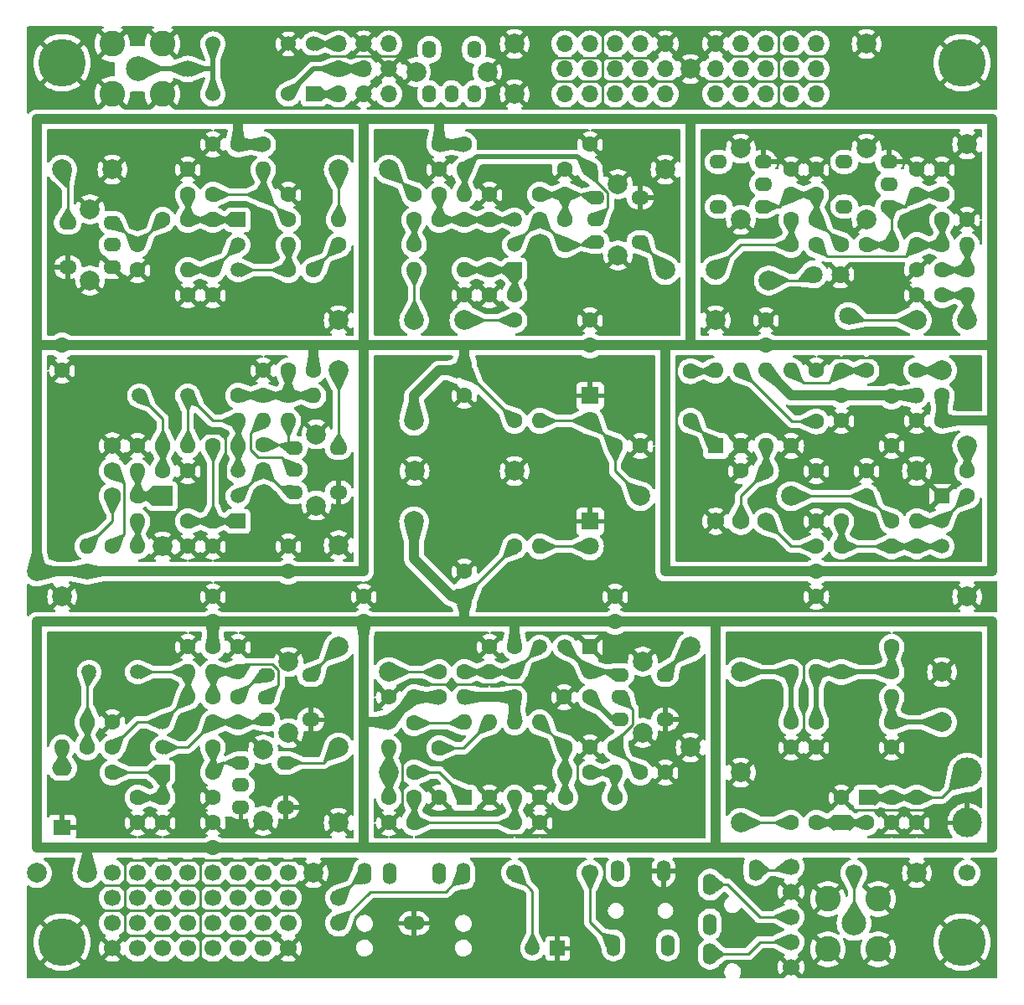
<source format=gbr>
%TF.GenerationSoftware,KiCad,Pcbnew,7.0.2-0*%
%TF.CreationDate,2024-07-29T15:30:35+09:00*%
%TF.ProjectId,am-pcb4,616d2d70-6362-4342-9e6b-696361645f70,rev?*%
%TF.SameCoordinates,Original*%
%TF.FileFunction,Copper,L2,Bot*%
%TF.FilePolarity,Positive*%
%FSLAX46Y46*%
G04 Gerber Fmt 4.6, Leading zero omitted, Abs format (unit mm)*
G04 Created by KiCad (PCBNEW 7.0.2-0) date 2024-07-29 15:30:35*
%MOMM*%
%LPD*%
G01*
G04 APERTURE LIST*
%TA.AperFunction,ComponentPad*%
%ADD10O,2.200000X1.400000*%
%TD*%
%TA.AperFunction,ComponentPad*%
%ADD11O,1.400000X2.200000*%
%TD*%
%TA.AperFunction,ComponentPad*%
%ADD12C,1.700000*%
%TD*%
%TA.AperFunction,ComponentPad*%
%ADD13O,1.700000X1.700000*%
%TD*%
%TA.AperFunction,ComponentPad*%
%ADD14R,1.524000X1.524000*%
%TD*%
%TA.AperFunction,ComponentPad*%
%ADD15C,1.524000*%
%TD*%
%TA.AperFunction,ComponentPad*%
%ADD16C,4.800000*%
%TD*%
%TA.AperFunction,ComponentPad*%
%ADD17C,1.600000*%
%TD*%
%TA.AperFunction,ComponentPad*%
%ADD18O,1.600000X1.600000*%
%TD*%
%TA.AperFunction,ComponentPad*%
%ADD19C,2.000000*%
%TD*%
%TA.AperFunction,ComponentPad*%
%ADD20R,1.500000X1.500000*%
%TD*%
%TA.AperFunction,ComponentPad*%
%ADD21C,1.500000*%
%TD*%
%TA.AperFunction,ComponentPad*%
%ADD22R,1.600000X1.600000*%
%TD*%
%TA.AperFunction,ComponentPad*%
%ADD23R,1.800000X1.800000*%
%TD*%
%TA.AperFunction,ComponentPad*%
%ADD24C,1.800000*%
%TD*%
%TA.AperFunction,ComponentPad*%
%ADD25O,1.400000X1.800000*%
%TD*%
%TA.AperFunction,ComponentPad*%
%ADD26C,2.600000*%
%TD*%
%TA.AperFunction,ComponentPad*%
%ADD27C,2.500000*%
%TD*%
%TA.AperFunction,ComponentPad*%
%ADD28R,2.000000X2.000000*%
%TD*%
%TA.AperFunction,ComponentPad*%
%ADD29O,2.000000X2.000000*%
%TD*%
%TA.AperFunction,ComponentPad*%
%ADD30O,1.800000X1.400000*%
%TD*%
%TA.AperFunction,ComponentPad*%
%ADD31C,1.750000*%
%TD*%
%TA.AperFunction,ComponentPad*%
%ADD32O,2.000000X1.600000*%
%TD*%
%TA.AperFunction,ComponentPad*%
%ADD33R,1.800000X1.600000*%
%TD*%
%TA.AperFunction,ComponentPad*%
%ADD34C,3.000000*%
%TD*%
%TA.AperFunction,ViaPad*%
%ADD35C,0.800000*%
%TD*%
%TA.AperFunction,ViaPad*%
%ADD36C,2.000000*%
%TD*%
%TA.AperFunction,Conductor*%
%ADD37C,0.250000*%
%TD*%
%TA.AperFunction,Conductor*%
%ADD38C,1.000000*%
%TD*%
%TA.AperFunction,Conductor*%
%ADD39C,0.500000*%
%TD*%
G04 APERTURE END LIST*
D10*
%TO.P,J94,G*%
%TO.N,GND*%
X215900000Y-132080000D03*
D11*
%TO.P,J94,S*%
%TO.N,Net-(J94-PadS)*%
X210900000Y-127080000D03*
%TO.P,J94,SN*%
%TO.N,N/C*%
X213400000Y-127080000D03*
%TO.P,J94,T*%
%TO.N,Net-(J94-PadT)*%
X220900000Y-127080000D03*
%TO.P,J94,TN*%
%TO.N,N/C*%
X218400000Y-127080000D03*
%TD*%
%TO.P,J95,R*%
%TO.N,unconnected-(J95-PadR)*%
X236500000Y-126810000D03*
%TO.P,J95,S*%
%TO.N,GND*%
X241100000Y-126810000D03*
%TO.P,J95,T2*%
%TO.N,N/C*%
X241550000Y-134310000D03*
%TO.P,J95,T*%
%TO.N,Net-(J95-PadT)*%
X236050000Y-134310000D03*
%TD*%
D12*
%TO.P,TP118,1,1*%
%TO.N,GND*%
X254000000Y-128905000D03*
%TD*%
%TO.P,TP119,1,1*%
%TO.N,GND*%
X254000000Y-136525000D03*
%TD*%
%TO.P,TP98,1,1*%
%TO.N,Net-(J93-PadR2)*%
X254000000Y-133985000D03*
%TD*%
D13*
%TO.P,J102,1,Pin_1*%
%TO.N,Net-(J102-Pin_1)*%
X208280000Y-43180000D03*
%TO.P,J102,2,Pin_2*%
%TO.N,Net-(J102-Pin_2)*%
X208280000Y-45720000D03*
%TO.P,J102,3,Pin_3*%
%TO.N,Net-(J102-Pin_3)*%
X208280000Y-48260000D03*
%TO.P,J102,4,Pin_4*%
%TO.N,GND*%
X210820000Y-43180000D03*
%TO.P,J102,5,Pin_5*%
%TO.N,Net-(J102-Pin_2)*%
X210820000Y-45720000D03*
%TO.P,J102,6,Pin_6*%
%TO.N,GND*%
X210820000Y-48260000D03*
%TO.P,J102,7,Pin_7*%
%TO.N,unconnected-(J102-Pin_7-Pad7)*%
X213360000Y-43180000D03*
%TO.P,J102,8,Pin_8*%
%TO.N,GND*%
X213360000Y-45720000D03*
%TO.P,J102,9,Pin_9*%
%TO.N,unconnected-(J102-Pin_9-Pad9)*%
X213360000Y-48260000D03*
%TD*%
D14*
%TO.P,K91,1*%
%TO.N,Net-(J102-Pin_3)*%
X205740000Y-48260000D03*
D15*
%TO.P,K91,2*%
%TO.N,Net-(J102-Pin_1)*%
X205740000Y-43180000D03*
%TO.P,K91,3*%
%TO.N,Net-(J102-Pin_2)*%
X203200000Y-48260000D03*
%TO.P,K91,4*%
%TO.N,GND*%
X203200000Y-43180000D03*
%TO.P,K91,5*%
%TO.N,Net-(J92-S)*%
X195580000Y-48260000D03*
%TO.P,K91,6*%
X195580000Y-43180000D03*
%TD*%
D16*
%TO.P,Z3,1,1*%
%TO.N,GND*%
X180340000Y-133985000D03*
%TD*%
D17*
%TO.P,R23,1*%
%TO.N,GND*%
X193040000Y-86360000D03*
D18*
%TO.P,R23,2*%
%TO.N,Net-(Q21-B)*%
X193040000Y-83820000D03*
%TD*%
D19*
%TO.P,TP71,1,1*%
%TO.N,Net-(C73-Pad1)*%
X213360000Y-106680000D03*
%TD*%
D17*
%TO.P,C8,1*%
%TO.N,+9VA*%
X210820000Y-101600000D03*
%TO.P,C8,2*%
%TO.N,GND*%
X210820000Y-99060000D03*
%TD*%
%TO.P,C54,1*%
%TO.N,Net-(U51-V+)*%
X264160000Y-78820000D03*
%TO.P,C54,2*%
%TO.N,GND*%
X264160000Y-83820000D03*
%TD*%
D19*
%TO.P,TP101,1,1*%
%TO.N,GND*%
X208280000Y-71120000D03*
%TD*%
D17*
%TO.P,C77,1*%
%TO.N,Net-(U71-BYPASS)*%
X218440000Y-114380000D03*
%TO.P,C77,2*%
%TO.N,GND*%
X218440000Y-119380000D03*
%TD*%
%TO.P,L71,1,1*%
%TO.N,Net-(T71-PM)*%
X236220000Y-114300000D03*
D18*
%TO.P,L71,2,2*%
%TO.N,Net-(C75-Pad2)*%
X236220000Y-116840000D03*
%TD*%
D17*
%TO.P,L61,1,1*%
%TO.N,Net-(C68-Pad1)*%
X182880000Y-114300000D03*
D18*
%TO.P,L61,2,2*%
%TO.N,Net-(C69-Pad1)*%
X180340000Y-114300000D03*
%TD*%
D17*
%TO.P,R76,1*%
%TO.N,GND*%
X228600000Y-121920000D03*
D18*
%TO.P,R76,2*%
%TO.N,Net-(U71-+)*%
X226060000Y-121920000D03*
%TD*%
D20*
%TO.P,Q61,1,E*%
%TO.N,Net-(Q61-E)*%
X190500000Y-116840000D03*
D21*
%TO.P,Q61,2,C*%
%TO.N,Net-(Q61-C)*%
X190500000Y-114300000D03*
%TO.P,Q61,3,B*%
%TO.N,Net-(Q61-B)*%
X190500000Y-111760000D03*
%TD*%
D19*
%TO.P,TP86,1,1*%
%TO.N,Net-(C85-Pad1)*%
X248920000Y-121920000D03*
%TD*%
D17*
%TO.P,C16,1*%
%TO.N,Net-(Q11-S)*%
X195580000Y-66040000D03*
%TO.P,C16,2*%
%TO.N,GND*%
X195580000Y-68580000D03*
%TD*%
D12*
%TO.P,J104,1,Pin_1*%
%TO.N,GND*%
X185420000Y-134620000D03*
%TO.P,J104,2,Pin_2*%
%TO.N,unconnected-(J104-Pin_2-Pad2)*%
X187960000Y-134620000D03*
%TO.P,J104,3,Pin_3*%
%TO.N,unconnected-(J104-Pin_3-Pad3)*%
X190500000Y-134620000D03*
%TO.P,J104,4,Pin_4*%
%TO.N,unconnected-(J104-Pin_4-Pad4)*%
X193040000Y-134620000D03*
%TO.P,J104,5,Pin_5*%
%TO.N,unconnected-(J104-Pin_5-Pad5)*%
X195580000Y-134620000D03*
%TO.P,J104,6,Pin_6*%
%TO.N,unconnected-(J104-Pin_6-Pad6)*%
X198120000Y-134620000D03*
%TO.P,J104,7,Pin_7*%
%TO.N,unconnected-(J104-Pin_7-Pad7)*%
X200660000Y-134620000D03*
%TO.P,J104,8,Pin_8*%
%TO.N,GND*%
X203200000Y-134620000D03*
%TO.P,J104,9,Pin_9*%
%TO.N,unconnected-(J104-Pin_9-Pad9)*%
X185420000Y-132080000D03*
%TO.P,J104,10,Pin_10*%
%TO.N,unconnected-(J104-Pin_10-Pad10)*%
X187960000Y-132080000D03*
%TO.P,J104,11,Pin_11*%
%TO.N,unconnected-(J104-Pin_11-Pad11)*%
X190500000Y-132080000D03*
%TO.P,J104,12,Pin_12*%
%TO.N,unconnected-(J104-Pin_12-Pad12)*%
X193040000Y-132080000D03*
%TO.P,J104,13,Pin_13*%
%TO.N,unconnected-(J104-Pin_13-Pad13)*%
X195580000Y-132080000D03*
%TO.P,J104,14,Pin_14*%
%TO.N,unconnected-(J104-Pin_14-Pad14)*%
X198120000Y-132080000D03*
%TO.P,J104,15,Pin_15*%
%TO.N,unconnected-(J104-Pin_15-Pad15)*%
X200660000Y-132080000D03*
%TO.P,J104,16,Pin_16*%
%TO.N,unconnected-(J104-Pin_16-Pad16)*%
X203200000Y-132080000D03*
%TO.P,J104,17,Pin_17*%
%TO.N,unconnected-(J104-Pin_17-Pad17)*%
X185420000Y-129540000D03*
%TO.P,J104,18,Pin_18*%
%TO.N,unconnected-(J104-Pin_18-Pad18)*%
X187960000Y-129540000D03*
%TO.P,J104,19,Pin_19*%
%TO.N,unconnected-(J104-Pin_19-Pad19)*%
X190540000Y-129540000D03*
%TO.P,J104,20,Pin_20*%
%TO.N,unconnected-(J104-Pin_20-Pad20)*%
X193040000Y-129540000D03*
%TO.P,J104,21,Pin_21*%
%TO.N,unconnected-(J104-Pin_21-Pad21)*%
X195580000Y-129540000D03*
%TO.P,J104,22,Pin_22*%
%TO.N,unconnected-(J104-Pin_22-Pad22)*%
X198120000Y-129540000D03*
%TO.P,J104,23,Pin_23*%
%TO.N,unconnected-(J104-Pin_23-Pad23)*%
X200660000Y-129540000D03*
%TO.P,J104,24,Pin_24*%
%TO.N,unconnected-(J104-Pin_24-Pad24)*%
X203200000Y-129540000D03*
%TO.P,J104,25,Pin_25*%
%TO.N,unconnected-(J104-Pin_25-Pad25)*%
X185420000Y-126960000D03*
%TO.P,J104,26,Pin_26*%
%TO.N,unconnected-(J104-Pin_26-Pad26)*%
X187960000Y-126960000D03*
%TO.P,J104,27,Pin_27*%
%TO.N,unconnected-(J104-Pin_27-Pad27)*%
X190540000Y-126960000D03*
%TO.P,J104,28,Pin_28*%
%TO.N,unconnected-(J104-Pin_28-Pad28)*%
X193040000Y-126960000D03*
%TO.P,J104,29,Pin_29*%
%TO.N,unconnected-(J104-Pin_29-Pad29)*%
X195580000Y-126960000D03*
%TO.P,J104,30,Pin_30*%
%TO.N,unconnected-(J104-Pin_30-Pad30)*%
X198120000Y-126960000D03*
%TO.P,J104,31,Pin_31*%
%TO.N,unconnected-(J104-Pin_31-Pad31)*%
X200660000Y-126960000D03*
%TO.P,J104,32,Pin_32*%
%TO.N,unconnected-(J104-Pin_32-Pad32)*%
X203200000Y-126960000D03*
%TD*%
D22*
%TO.P,U71,1,GAIN*%
%TO.N,Net-(C81-Pad1)*%
X220990000Y-119380000D03*
D18*
%TO.P,U71,2,-*%
%TO.N,GND*%
X223530000Y-119380000D03*
%TO.P,U71,3,+*%
%TO.N,Net-(U71-+)*%
X226070000Y-119380000D03*
%TO.P,U71,4,GND*%
%TO.N,GND*%
X228610000Y-119380000D03*
%TO.P,U71,5*%
%TO.N,Net-(C75-Pad1)*%
X228610000Y-111760000D03*
%TO.P,U71,6,V+*%
%TO.N,Net-(U71-V+)*%
X226070000Y-111760000D03*
%TO.P,U71,7,BYPASS*%
%TO.N,Net-(U71-BYPASS)*%
X223530000Y-111760000D03*
%TO.P,U71,8,GAIN*%
%TO.N,Net-(C81-Pad2)*%
X220990000Y-111760000D03*
%TD*%
D19*
%TO.P,TP62,1,1*%
%TO.N,Net-(T62-S2)*%
X208280000Y-114300000D03*
%TD*%
D23*
%TO.P,D92,1,K*%
%TO.N,GND*%
X233680000Y-91440000D03*
D24*
%TO.P,D92,2,A*%
%TO.N,Net-(D92-A)*%
X233680000Y-93980000D03*
%TD*%
D12*
%TO.P,TP91,1,1*%
%TO.N,Net-(J92-S)*%
X193040000Y-45720000D03*
%TD*%
D19*
%TO.P,TP112,1,1*%
%TO.N,GND*%
X226060000Y-48260000D03*
%TD*%
D12*
%TO.P,TP94,1,1*%
%TO.N,Net-(J95-PadT)*%
X233680000Y-127000000D03*
%TD*%
D25*
%TO.P,T91,1,PR1*%
%TO.N,unconnected-(T91-PR1-Pad1)*%
X217460000Y-48260000D03*
%TO.P,T91,2,PM*%
%TO.N,unconnected-(T91-PM-Pad2)*%
X219710000Y-48260000D03*
%TO.P,T91,3,PR2*%
%TO.N,unconnected-(T91-PR2-Pad3)*%
X221960000Y-48260000D03*
%TO.P,T91,4,S1*%
%TO.N,unconnected-(T91-S1-Pad4)*%
X221960000Y-43760000D03*
%TO.P,T91,5,S2*%
%TO.N,unconnected-(T91-S2-Pad5)*%
X217460000Y-43760000D03*
D19*
%TO.P,T91,6,G1*%
%TO.N,GND*%
X216110000Y-46010000D03*
%TO.P,T91,7,G2*%
X223310000Y-46010000D03*
%TD*%
%TO.P,TP31,1,1*%
%TO.N,Net-(R35-Pad2)*%
X215900000Y-71120000D03*
%TD*%
D17*
%TO.P,R33,1*%
%TO.N,GND*%
X223520000Y-58420000D03*
D18*
%TO.P,R33,2*%
%TO.N,Net-(Q31-B)*%
X223520000Y-60960000D03*
%TD*%
D13*
%TO.P,J103,1,Pin_1*%
%TO.N,unconnected-(J103-Pin_1-Pad1)*%
X246380000Y-48260000D03*
%TO.P,J103,2,Pin_2*%
%TO.N,unconnected-(J103-Pin_2-Pad2)*%
X248920000Y-48260000D03*
%TO.P,J103,3,Pin_3*%
%TO.N,unconnected-(J103-Pin_3-Pad3)*%
X251460000Y-48260000D03*
%TO.P,J103,4,Pin_4*%
%TO.N,unconnected-(J103-Pin_4-Pad4)*%
X254000000Y-48260000D03*
%TO.P,J103,5,Pin_5*%
%TO.N,unconnected-(J103-Pin_5-Pad5)*%
X256540000Y-48260000D03*
%TO.P,J103,6,Pin_6*%
%TO.N,unconnected-(J103-Pin_6-Pad6)*%
X246380000Y-45720000D03*
%TO.P,J103,7,Pin_7*%
%TO.N,unconnected-(J103-Pin_7-Pad7)*%
X248920000Y-45720000D03*
%TO.P,J103,8,Pin_8*%
%TO.N,unconnected-(J103-Pin_8-Pad8)*%
X251460000Y-45720000D03*
%TO.P,J103,9,Pin_9*%
%TO.N,unconnected-(J103-Pin_9-Pad9)*%
X254000000Y-45720000D03*
%TO.P,J103,10,Pin_10*%
%TO.N,unconnected-(J103-Pin_10-Pad10)*%
X256540000Y-45720000D03*
%TO.P,J103,11,Pin_11*%
%TO.N,GND*%
X246380000Y-43180000D03*
%TO.P,J103,12,Pin_12*%
%TO.N,unconnected-(J103-Pin_12-Pad12)*%
X248920000Y-43180000D03*
%TO.P,J103,13,Pin_13*%
%TO.N,unconnected-(J103-Pin_13-Pad13)*%
X251460000Y-43180000D03*
%TO.P,J103,14,Pin_14*%
%TO.N,unconnected-(J103-Pin_14-Pad14)*%
X254000000Y-43180000D03*
%TO.P,J103,15,Pin_15*%
%TO.N,unconnected-(J103-Pin_15-Pad15)*%
X256540000Y-43180000D03*
%TD*%
D17*
%TO.P,C76,1*%
%TO.N,Net-(U71-V+)*%
X226060000Y-109220000D03*
%TO.P,C76,2*%
%TO.N,GND*%
X231060000Y-109220000D03*
%TD*%
%TO.P,C21,1*%
%TO.N,+9V*%
X180340000Y-73660000D03*
%TO.P,C21,2*%
%TO.N,GND*%
X180340000Y-76200000D03*
%TD*%
%TO.P,C35,1*%
%TO.N,Net-(T31-PR1)*%
X228600000Y-58420000D03*
%TO.P,C35,2*%
%TO.N,Net-(Q31-C)*%
X228600000Y-60960000D03*
%TD*%
%TO.P,C95,1*%
%TO.N,Net-(C41-Pad1)*%
X254000000Y-60960000D03*
%TO.P,C95,2*%
%TO.N,Net-(T41-PR1)*%
X256540000Y-60960000D03*
%TD*%
D19*
%TO.P,TP116,1,1*%
%TO.N,GND*%
X226060000Y-43180000D03*
%TD*%
D17*
%TO.P,R12,1*%
%TO.N,Net-(C13-Pad1)*%
X208280000Y-63500000D03*
D18*
%TO.P,R12,2*%
%TO.N,Net-(R12-Pad2)*%
X208280000Y-60960000D03*
%TD*%
D17*
%TO.P,C86,1*%
%TO.N,Net-(D81-K)*%
X264160000Y-119380000D03*
%TO.P,C86,2*%
%TO.N,GND*%
X264160000Y-121920000D03*
%TD*%
%TO.P,C55,1*%
%TO.N,Net-(C55-Pad1)*%
X271790000Y-86350000D03*
%TO.P,C55,2*%
%TO.N,Net-(IC51-IN)*%
X271790000Y-88890000D03*
%TD*%
%TO.P,C51,1*%
%TO.N,Net-(C51-Pad1)*%
X243850000Y-81270000D03*
%TO.P,C51,2*%
%TO.N,Net-(C51-Pad2)*%
X243850000Y-76270000D03*
%TD*%
%TO.P,R29,1*%
%TO.N,Net-(C22-Pad2)*%
X200660000Y-78740000D03*
D18*
%TO.P,R29,2*%
%TO.N,Net-(T21-PM)*%
X200660000Y-81280000D03*
%TD*%
D12*
%TO.P,TP95,1,1*%
%TO.N,Net-(J94-PadS)*%
X208280000Y-129540000D03*
%TD*%
D17*
%TO.P,C23,1*%
%TO.N,Net-(T21-PR1)*%
X200660000Y-83707717D03*
%TO.P,C23,2*%
%TO.N,Net-(Q21-C)*%
X200660000Y-86247717D03*
%TD*%
D19*
%TO.P,TP115,1,1*%
%TO.N,GND*%
X208280000Y-121920000D03*
%TD*%
D17*
%TO.P,R71,1*%
%TO.N,+9VA*%
X226060000Y-104140000D03*
D18*
%TO.P,R71,2*%
%TO.N,Net-(Q71-B)*%
X226060000Y-106680000D03*
%TD*%
%TO.P,L22,1,1*%
%TO.N,Net-(L22-Pad1)*%
X187960000Y-91440000D03*
D17*
%TO.P,L22,2,2*%
%TO.N,Net-(D21-K)*%
X187960000Y-88900000D03*
%TD*%
%TO.P,R11,1*%
%TO.N,+9V*%
X200660000Y-53340000D03*
D18*
%TO.P,R11,2*%
%TO.N,Net-(C12-Pad1)*%
X200660000Y-55880000D03*
%TD*%
D12*
%TO.P,TP99,1,1*%
%TO.N,Net-(J93-PadT)*%
X254000000Y-131445000D03*
%TD*%
D19*
%TO.P,TP2,1,1*%
%TO.N,+9V*%
X177800000Y-127000000D03*
%TD*%
D17*
%TO.P,R75,1*%
%TO.N,+9VA*%
X213360000Y-111760000D03*
D18*
%TO.P,R75,2*%
%TO.N,Net-(C78-Pad1)*%
X213360000Y-114300000D03*
%TD*%
D19*
%TO.P,TP74,1,1*%
%TO.N,Net-(T71-S2)*%
X243841000Y-104140000D03*
%TD*%
D16*
%TO.P,Z1,1,1*%
%TO.N,GND*%
X271272000Y-45085000D03*
%TD*%
D17*
%TO.P,C34,1*%
%TO.N,Net-(T31-PR1)*%
X231140000Y-60960000D03*
%TO.P,C34,2*%
%TO.N,Net-(Q31-C)*%
X231140000Y-63500000D03*
%TD*%
%TO.P,R63,1*%
%TO.N,GND*%
X193040000Y-104140000D03*
D18*
%TO.P,R63,2*%
%TO.N,Net-(Q61-B)*%
X193040000Y-106680000D03*
%TD*%
D19*
%TO.P,TP106,1,1*%
%TO.N,GND*%
X271780000Y-99060000D03*
%TD*%
D17*
%TO.P,C67,1*%
%TO.N,Net-(Q61-E)*%
X187960000Y-119380000D03*
%TO.P,C67,2*%
%TO.N,GND*%
X187960000Y-121920000D03*
%TD*%
%TO.P,R64,1*%
%TO.N,GND*%
X190500000Y-121920000D03*
D18*
%TO.P,R64,2*%
%TO.N,Net-(Q61-E)*%
X190500000Y-119380000D03*
%TD*%
D17*
%TO.P,C93,1*%
%TO.N,Net-(C93-Pad1)*%
X261620000Y-88890000D03*
%TO.P,C93,2*%
%TO.N,GND*%
X261620000Y-86350000D03*
%TD*%
D20*
%TO.P,Q11,1,G*%
%TO.N,Net-(Q11-G)*%
X198120000Y-60960000D03*
D21*
%TO.P,Q11,2,S*%
%TO.N,Net-(Q11-S)*%
X198120000Y-63500000D03*
%TO.P,Q11,3,D*%
%TO.N,Net-(Q11-D)*%
X198120000Y-66040000D03*
%TD*%
D17*
%TO.P,C71,1*%
%TO.N,GND*%
X213360000Y-109220000D03*
%TO.P,C71,2*%
%TO.N,+9VA*%
X215900000Y-109220000D03*
%TD*%
D19*
%TO.P,TP3,1,1*%
%TO.N,+9V*%
X215900000Y-81280000D03*
%TD*%
D17*
%TO.P,C44,1*%
%TO.N,Net-(C44-Pad1)*%
X269240000Y-68580000D03*
%TO.P,C44,2*%
%TO.N,GND*%
X266700000Y-68580000D03*
%TD*%
%TO.P,C52,1*%
%TO.N,GND*%
X248930000Y-86350000D03*
%TO.P,C52,2*%
%TO.N,Net-(U51-+)*%
X251470000Y-86350000D03*
%TD*%
D19*
%TO.P,TP5,1,1*%
%TO.N,+9VA*%
X182880000Y-127000000D03*
%TD*%
D17*
%TO.P,C22,1*%
%TO.N,GND*%
X200660000Y-76200000D03*
%TO.P,C22,2*%
%TO.N,Net-(C22-Pad2)*%
X203200000Y-76200000D03*
%TD*%
D20*
%TO.P,U91,1,-*%
%TO.N,GND*%
X230410000Y-134620000D03*
D21*
%TO.P,U91,2,+*%
%TO.N,Net-(U91-+)*%
X227870000Y-134620000D03*
%TD*%
D17*
%TO.P,R21,1*%
%TO.N,+9V*%
X205740000Y-76200000D03*
D18*
%TO.P,R21,2*%
%TO.N,Net-(C22-Pad2)*%
X205740000Y-78740000D03*
%TD*%
D17*
%TO.P,C72,1*%
%TO.N,Net-(Q71-C)*%
X233680000Y-106680000D03*
%TO.P,C72,2*%
%TO.N,Net-(T71-PR2)*%
X233680000Y-109220000D03*
%TD*%
%TO.P,R52,1*%
%TO.N,+9V*%
X269240000Y-78740000D03*
D18*
%TO.P,R52,2*%
%TO.N,Net-(U51-V+)*%
X266700000Y-78740000D03*
%TD*%
D17*
%TO.P,C59,1*%
%TO.N,Net-(C59-Pad1)*%
X261620000Y-76190000D03*
%TO.P,C59,2*%
%TO.N,Net-(C59-Pad2)*%
X266620000Y-76190000D03*
%TD*%
D26*
%TO.P,J91,1,G*%
%TO.N,GND*%
X257710000Y-129616000D03*
X257710000Y-134696000D03*
X262790000Y-129616000D03*
X262790000Y-134696000D03*
D27*
%TO.P,J91,2,S*%
%TO.N,Net-(J91-S)*%
X260350000Y-132081000D03*
%TD*%
D17*
%TO.P,R35,1*%
%TO.N,Net-(C37-Pad1)*%
X215900000Y-63500000D03*
D18*
%TO.P,R35,2*%
%TO.N,Net-(R35-Pad2)*%
X215900000Y-66040000D03*
%TD*%
D19*
%TO.P,TP114,1,1*%
%TO.N,GND*%
X243840000Y-45720000D03*
%TD*%
D17*
%TO.P,C38,1*%
%TO.N,Net-(Q31-E)*%
X226060000Y-68580000D03*
%TO.P,C38,2*%
%TO.N,Net-(C38-Pad2)*%
X226060000Y-71120000D03*
%TD*%
D28*
%TO.P,D21,1,K*%
%TO.N,Net-(D21-K)*%
X190500000Y-88900000D03*
D29*
%TO.P,D21,2,A*%
%TO.N,GND*%
X190500000Y-93980000D03*
%TD*%
D19*
%TO.P,TP57,1,1*%
%TO.N,Net-(C59-Pad2)*%
X269240000Y-76190000D03*
%TD*%
D21*
%TO.P,X61,1,1*%
%TO.N,Net-(C68-Pad1)*%
X183080000Y-106680000D03*
%TO.P,X61,2,2*%
%TO.N,Net-(Q61-B)*%
X187960000Y-106680000D03*
%TD*%
D19*
%TO.P,TP59,1,1*%
%TO.N,GND*%
X266700000Y-86360000D03*
%TD*%
%TO.P,TP109,1,1*%
%TO.N,GND*%
X180340000Y-99060000D03*
%TD*%
D17*
%TO.P,C85,1*%
%TO.N,Net-(C85-Pad1)*%
X254000000Y-121920000D03*
%TO.P,C85,2*%
%TO.N,Net-(D81-A)*%
X256540000Y-121920000D03*
%TD*%
D19*
%TO.P,TP55,1,1*%
%TO.N,Net-(C55-Pad1)*%
X271790000Y-83810000D03*
%TD*%
D17*
%TO.P,C83,1*%
%TO.N,Net-(C83-Pad1)*%
X256540000Y-111760000D03*
%TO.P,C83,2*%
%TO.N,GND*%
X256540000Y-114300000D03*
%TD*%
%TO.P,R51,1*%
%TO.N,Net-(C93-Pad1)*%
X264170000Y-91430000D03*
D18*
%TO.P,R51,2*%
%TO.N,Net-(IC51-OUT)*%
X264170000Y-93970000D03*
%TD*%
D17*
%TO.P,R28,1*%
%TO.N,Net-(C22-Pad2)*%
X203200000Y-78740000D03*
D18*
%TO.P,R28,2*%
%TO.N,Net-(T21-PR1)*%
X203200000Y-81280000D03*
%TD*%
D17*
%TO.P,R81,1*%
%TO.N,GND*%
X266700000Y-121920000D03*
D18*
%TO.P,R81,2*%
%TO.N,Net-(D81-K)*%
X266700000Y-119380000D03*
%TD*%
D21*
%TO.P,X21,1,1*%
%TO.N,Net-(C26-Pad1)*%
X188160000Y-78740000D03*
%TO.P,X21,2,2*%
%TO.N,Net-(Q21-B)*%
X193040000Y-78740000D03*
%TD*%
D17*
%TO.P,R74,1*%
%TO.N,+9VA*%
X218440000Y-109220000D03*
D18*
%TO.P,R74,2*%
%TO.N,Net-(U71-V+)*%
X220980000Y-109220000D03*
%TD*%
D17*
%TO.P,C64,1*%
%TO.N,Net-(Q61-C)*%
X195580000Y-111760000D03*
%TO.P,C64,2*%
%TO.N,Net-(T62-PR1)*%
X195580000Y-114300000D03*
%TD*%
D19*
%TO.P,TP21,1,1*%
%TO.N,Net-(T21-S2)*%
X208280000Y-76200000D03*
%TD*%
D17*
%TO.P,L11,1,1*%
%TO.N,Net-(C12-Pad1)*%
X203200000Y-60960000D03*
D18*
%TO.P,L11,2,2*%
%TO.N,Net-(Q11-D)*%
X203200000Y-63500000D03*
%TD*%
D30*
%TO.P,T21,1,PR1*%
%TO.N,Net-(T21-PR1)*%
X203780000Y-83997717D03*
%TO.P,T21,2,PM*%
%TO.N,Net-(T21-PM)*%
X203780000Y-86247717D03*
%TO.P,T21,3,PR2*%
%TO.N,Net-(Q21-C)*%
X203780000Y-88497717D03*
%TO.P,T21,4,S1*%
%TO.N,GND*%
X208280000Y-88497717D03*
%TO.P,T21,5,S2*%
%TO.N,Net-(T21-S2)*%
X208280000Y-83997717D03*
D19*
%TO.P,T21,6,G1*%
%TO.N,GND*%
X206030000Y-82647717D03*
%TO.P,T21,7,G2*%
X206030000Y-89847717D03*
%TD*%
D17*
%TO.P,C80,1*%
%TO.N,Net-(C75-Pad1)*%
X231140000Y-114300000D03*
%TO.P,C80,2*%
%TO.N,GND*%
X233680000Y-114300000D03*
%TD*%
%TO.P,C63,1*%
%TO.N,Net-(T61-PR1)*%
X198120000Y-109220000D03*
%TO.P,C63,2*%
%TO.N,Net-(Q61-C)*%
X198120000Y-111760000D03*
%TD*%
D19*
%TO.P,TP52,1,1*%
%TO.N,Net-(D91-A)*%
X238760000Y-88900000D03*
%TD*%
D17*
%TO.P,C7,1*%
%TO.N,+9VA*%
X195580000Y-124460000D03*
%TO.P,C7,2*%
%TO.N,GND*%
X195580000Y-121920000D03*
%TD*%
%TO.P,C39,1*%
%TO.N,Net-(Q31-E)*%
X223520000Y-66040000D03*
%TO.P,C39,2*%
%TO.N,GND*%
X223520000Y-68580000D03*
%TD*%
%TO.P,C84,1*%
%TO.N,Net-(C84-Pad1)*%
X264160000Y-111760000D03*
%TO.P,C84,2*%
%TO.N,GND*%
X264160000Y-114300000D03*
%TD*%
D20*
%TO.P,Q21,1,E*%
%TO.N,Net-(Q21-E)*%
X198120000Y-91440000D03*
D21*
%TO.P,Q21,2,C*%
%TO.N,Net-(Q21-C)*%
X198120000Y-88900000D03*
%TO.P,Q21,3,B*%
%TO.N,Net-(Q21-B)*%
X198120000Y-86360000D03*
%TD*%
D24*
%TO.P,U41,1,IN*%
%TO.N,Net-(U41-IN)*%
X256278400Y-66471800D03*
%TO.P,U41,2,GND*%
%TO.N,GND*%
X258978400Y-66471800D03*
%TO.P,U41,3,OUT*%
%TO.N,Net-(U41-OUT)*%
X259778400Y-70671800D03*
%TD*%
D19*
%TO.P,TP102,1,1*%
%TO.N,GND*%
X241300000Y-55880000D03*
%TD*%
%TO.P,TP42,1,1*%
%TO.N,Net-(U41-OUT)*%
X266700000Y-71120000D03*
%TD*%
D17*
%TO.P,C3,1*%
%TO.N,+9V*%
X233680000Y-73660000D03*
%TO.P,C3,2*%
%TO.N,GND*%
X233680000Y-71120000D03*
%TD*%
%TO.P,C9,1*%
%TO.N,+9VA*%
X236220000Y-101600000D03*
%TO.P,C9,2*%
%TO.N,GND*%
X236220000Y-99060000D03*
%TD*%
%TO.P,C65,1*%
%TO.N,Net-(Q61-B)*%
X185420000Y-114300000D03*
%TO.P,C65,2*%
%TO.N,Net-(Q61-E)*%
X185420000Y-116840000D03*
%TD*%
D12*
%TO.P,TP56,1,1*%
%TO.N,Net-(C59-Pad2)*%
X271780000Y-127000000D03*
%TD*%
D19*
%TO.P,TP11,1,1*%
%TO.N,Net-(T11-S2)*%
X180340000Y-55880000D03*
%TD*%
D18*
%TO.P,R32,1*%
%TO.N,Net-(T31-PM)*%
X220980000Y-58420000D03*
D17*
%TO.P,R32,2*%
%TO.N,Net-(Q31-B)*%
X220980000Y-60960000D03*
%TD*%
%TO.P,C13,1*%
%TO.N,Net-(C13-Pad1)*%
X205740000Y-66040000D03*
%TO.P,C13,2*%
%TO.N,Net-(Q11-D)*%
X203200000Y-66040000D03*
%TD*%
%TO.P,C75,1*%
%TO.N,Net-(C75-Pad1)*%
X231180000Y-119380000D03*
%TO.P,C75,2*%
%TO.N,Net-(C75-Pad2)*%
X236180000Y-119380000D03*
%TD*%
%TO.P,R53,1*%
%TO.N,Net-(IC51-OUT)*%
X266710000Y-93970000D03*
D18*
%TO.P,R53,2*%
%TO.N,Net-(IC51-IN)*%
X266710000Y-91430000D03*
%TD*%
D23*
%TO.P,D91,1,K*%
%TO.N,GND*%
X233680000Y-78740000D03*
D24*
%TO.P,D91,2,A*%
%TO.N,Net-(D91-A)*%
X233680000Y-81280000D03*
%TD*%
D30*
%TO.P,T62,1,PR1*%
%TO.N,Net-(T62-PR1)*%
X198410000Y-115860000D03*
%TO.P,T62,2,PM*%
%TO.N,unconnected-(T62-PM-Pad2)*%
X198410000Y-118110000D03*
%TO.P,T62,3,PR2*%
%TO.N,GND*%
X198410000Y-120360000D03*
%TO.P,T62,4,S1*%
X202910000Y-120360000D03*
%TO.P,T62,5,S2*%
%TO.N,Net-(T62-S2)*%
X202910000Y-115860000D03*
D19*
%TO.P,T62,6,G1*%
%TO.N,GND*%
X200660000Y-114510000D03*
%TO.P,T62,7,G2*%
X200660000Y-121710000D03*
%TD*%
D17*
%TO.P,,1,1*%
%TO.N,Net-(C83-Pad1)*%
X264160000Y-104140000D03*
%TD*%
%TO.P,C37,1*%
%TO.N,Net-(C37-Pad1)*%
X215900000Y-60960000D03*
%TO.P,C37,2*%
%TO.N,Net-(Q31-B)*%
X218440000Y-60960000D03*
%TD*%
%TO.P,R15,1*%
%TO.N,GND*%
X193040000Y-68580000D03*
D18*
%TO.P,R15,2*%
%TO.N,Net-(Q11-S)*%
X193040000Y-66040000D03*
%TD*%
D17*
%TO.P,R26,1*%
%TO.N,Net-(R25-Pad2)*%
X185420000Y-93980000D03*
D18*
%TO.P,R26,2*%
%TO.N,Net-(L22-Pad1)*%
X187960000Y-93980000D03*
%TD*%
D31*
%TO.P,R54,1,1*%
%TO.N,GND*%
X246390000Y-91430000D03*
%TO.P,R54,2,2*%
%TO.N,Net-(U51-+)*%
X248930000Y-91430000D03*
%TO.P,R54,3,3*%
%TO.N,Net-(C56-Pad2)*%
X251470000Y-91430000D03*
%TD*%
D19*
%TO.P,TP51,1,1*%
%TO.N,Net-(C93-Pad1)*%
X254000000Y-88900000D03*
%TD*%
D20*
%TO.P,Q31,1,E*%
%TO.N,Net-(Q31-E)*%
X226060000Y-66040000D03*
D21*
%TO.P,Q31,2,C*%
%TO.N,Net-(Q31-C)*%
X226060000Y-63500000D03*
%TO.P,Q31,3,B*%
%TO.N,Net-(Q31-B)*%
X226060000Y-60960000D03*
%TD*%
D19*
%TO.P,TP41,1,1*%
%TO.N,Net-(U41-IN)*%
X251735000Y-67085000D03*
%TD*%
D26*
%TO.P,J92,1,G*%
%TO.N,GND*%
X185420000Y-43180000D03*
X185420000Y-48260000D03*
X190500000Y-43180000D03*
X190500000Y-48260000D03*
D27*
%TO.P,J92,2,S*%
%TO.N,Net-(J92-S)*%
X188060000Y-45645000D03*
%TD*%
D17*
%TO.P,C78,1*%
%TO.N,Net-(C78-Pad1)*%
X213360000Y-119380000D03*
%TO.P,C78,2*%
%TO.N,Net-(U71-+)*%
X215900000Y-119380000D03*
%TD*%
D19*
%TO.P,TP4,1,1*%
%TO.N,+9VA*%
X215900000Y-91440000D03*
%TD*%
D17*
%TO.P,R14,1*%
%TO.N,Net-(Q11-G)*%
X193040000Y-58420000D03*
D18*
%TO.P,R14,2*%
%TO.N,GND*%
X193040000Y-55880000D03*
%TD*%
D22*
%TO.P,C1,1*%
%TO.N,+9V*%
X220980000Y-76200000D03*
D17*
%TO.P,C1,2*%
%TO.N,GND*%
X220980000Y-78740000D03*
%TD*%
%TO.P,R34,1*%
%TO.N,GND*%
X220980000Y-68580000D03*
D18*
%TO.P,R34,2*%
%TO.N,Net-(Q31-E)*%
X220980000Y-66040000D03*
%TD*%
D17*
%TO.P,C91,1*%
%TO.N,Net-(D91-A)*%
X236220000Y-83820000D03*
%TO.P,C91,2*%
%TO.N,GND*%
X238760000Y-83820000D03*
%TD*%
%TO.P,C94,1*%
%TO.N,Net-(C41-Pad2)*%
X266700000Y-63500000D03*
%TO.P,C94,2*%
%TO.N,Net-(T42-PR1)*%
X264160000Y-63500000D03*
%TD*%
%TO.P,C43,1*%
%TO.N,Net-(C43-Pad1)*%
X269240000Y-66040000D03*
%TO.P,C43,2*%
%TO.N,GND*%
X266700000Y-66040000D03*
%TD*%
%TO.P,C12,1*%
%TO.N,Net-(C12-Pad1)*%
X200660000Y-58420000D03*
%TO.P,C12,2*%
%TO.N,GND*%
X203200000Y-58420000D03*
%TD*%
D20*
%TO.P,IC51,1,GND*%
%TO.N,GND*%
X269250000Y-88890000D03*
D21*
%TO.P,IC51,2,IN*%
%TO.N,Net-(IC51-IN)*%
X269250000Y-91430000D03*
%TO.P,IC51,3,OUT*%
%TO.N,Net-(IC51-OUT)*%
X269250000Y-93970000D03*
%TD*%
D22*
%TO.P,D82,1,K*%
%TO.N,Net-(D81-A)*%
X259080000Y-121920000D03*
D17*
%TO.P,D82,2,A*%
%TO.N,GND*%
X259080000Y-119380000D03*
%TD*%
%TO.P,C92,1*%
%TO.N,+9V*%
X269240000Y-81280000D03*
%TO.P,C92,2*%
%TO.N,GND*%
X266700000Y-81280000D03*
%TD*%
%TO.P,R91,1*%
%TO.N,+9V*%
X226060000Y-81280000D03*
D18*
%TO.P,R91,2*%
%TO.N,Net-(D91-A)*%
X228600000Y-81280000D03*
%TD*%
D17*
%TO.P,R73,1*%
%TO.N,Net-(C75-Pad2)*%
X233680000Y-116840000D03*
D18*
%TO.P,R73,2*%
%TO.N,Net-(C75-Pad1)*%
X231140000Y-116840000D03*
%TD*%
D17*
%TO.P,L21,1,1*%
%TO.N,Net-(C26-Pad1)*%
X190500000Y-86360000D03*
D18*
%TO.P,L21,2,2*%
%TO.N,Net-(D21-K)*%
X187960000Y-86360000D03*
%TD*%
D17*
%TO.P,C5,1*%
%TO.N,+9V*%
X203200000Y-96520000D03*
%TO.P,C5,2*%
%TO.N,GND*%
X203200000Y-93980000D03*
%TD*%
%TO.P,C4,1*%
%TO.N,+9V*%
X256550000Y-96510000D03*
%TO.P,C4,2*%
%TO.N,GND*%
X256550000Y-99050000D03*
%TD*%
D22*
%TO.P,D81,1,K*%
%TO.N,Net-(D81-K)*%
X261620000Y-119380000D03*
D17*
%TO.P,D81,2,A*%
%TO.N,Net-(D81-A)*%
X261620000Y-121920000D03*
%TD*%
D19*
%TO.P,TP61,1,1*%
%TO.N,Net-(T61-S2)*%
X208280000Y-104140000D03*
%TD*%
D17*
%TO.P,R61,1*%
%TO.N,+9VA*%
X195580000Y-104140000D03*
D18*
%TO.P,R61,2*%
%TO.N,Net-(T61-PM)*%
X195580000Y-106680000D03*
%TD*%
D19*
%TO.P,TP73,1,1*%
%TO.N,Net-(C78-Pad1)*%
X213360000Y-116840000D03*
%TD*%
D22*
%TO.P,C2,1*%
%TO.N,+9VA*%
X220980000Y-99060000D03*
D17*
%TO.P,C2,2*%
%TO.N,GND*%
X220980000Y-96520000D03*
%TD*%
%TO.P,C31,1*%
%TO.N,Net-(T31-PR1)*%
X231140000Y-58420000D03*
%TO.P,C31,2*%
%TO.N,GND*%
X231140000Y-55880000D03*
%TD*%
D19*
%TO.P,TP117,1,1*%
%TO.N,GND*%
X266700000Y-127000000D03*
%TD*%
D17*
%TO.P,R92,1*%
%TO.N,+9VA*%
X226060000Y-93980000D03*
D18*
%TO.P,R92,2*%
%TO.N,Net-(D92-A)*%
X228600000Y-93980000D03*
%TD*%
D17*
%TO.P,L42,1,1*%
%TO.N,Net-(C43-Pad1)*%
X271780000Y-66040000D03*
D18*
%TO.P,L42,2,2*%
%TO.N,Net-(C44-Pad1)*%
X271780000Y-68580000D03*
%TD*%
D19*
%TO.P,TP105,1,1*%
%TO.N,GND*%
X243840000Y-114300000D03*
%TD*%
D17*
%TO.P,R72,1*%
%TO.N,GND*%
X223520000Y-104140000D03*
D18*
%TO.P,R72,2*%
%TO.N,Net-(Q71-B)*%
X223520000Y-106680000D03*
%TD*%
D17*
%TO.P,C15,1*%
%TO.N,Net-(T11-PR1)*%
X187960000Y-63500000D03*
%TO.P,C15,2*%
%TO.N,GND*%
X187960000Y-66040000D03*
%TD*%
D19*
%TO.P,TP107,1,1*%
%TO.N,GND*%
X271780000Y-53340000D03*
%TD*%
%TO.P,TP12,1,1*%
%TO.N,Net-(R12-Pad2)*%
X208280000Y-55881000D03*
%TD*%
D17*
%TO.P,R62,1*%
%TO.N,Net-(T61-PM)*%
X195580000Y-109220000D03*
D18*
%TO.P,R62,2*%
%TO.N,Net-(Q61-B)*%
X193040000Y-109220000D03*
%TD*%
D30*
%TO.P,T71,1,PR2*%
%TO.N,Net-(T71-PR2)*%
X236764000Y-111470000D03*
%TO.P,T71,2,PM*%
%TO.N,Net-(T71-PM)*%
X236764000Y-109220000D03*
%TO.P,T71,3,PR1*%
%TO.N,Net-(Q71-C)*%
X236764000Y-106970000D03*
%TO.P,T71,4,S2*%
%TO.N,Net-(T71-S2)*%
X241264000Y-106970000D03*
%TO.P,T71,5,S1*%
%TO.N,GND*%
X241264000Y-111470000D03*
D19*
%TO.P,T71,6,G1*%
X239014000Y-105620000D03*
%TO.P,T71,7,G2*%
X239014000Y-112820000D03*
%TD*%
D12*
%TO.P,TP96,1,1*%
%TO.N,Net-(J94-PadT)*%
X208280000Y-132080000D03*
%TD*%
D32*
%TO.P,C69,1*%
%TO.N,Net-(C69-Pad1)*%
X180340000Y-116380000D03*
D33*
%TO.P,C69,2*%
%TO.N,GND*%
X180340000Y-122380000D03*
%TD*%
D17*
%TO.P,C41,1*%
%TO.N,Net-(C41-Pad1)*%
X254000000Y-63500000D03*
%TO.P,C41,2*%
%TO.N,Net-(C41-Pad2)*%
X256540000Y-63500000D03*
%TD*%
%TO.P,C68,1*%
%TO.N,Net-(C68-Pad1)*%
X182880000Y-111760000D03*
%TO.P,C68,2*%
%TO.N,GND*%
X185420000Y-111760000D03*
%TD*%
D30*
%TO.P,T41,1,PR1*%
%TO.N,Net-(T41-PR1)*%
X251170000Y-59610000D03*
%TO.P,T41,2,PM*%
%TO.N,unconnected-(T41-PM-Pad2)*%
X251170000Y-57360000D03*
%TO.P,T41,3,PR2*%
%TO.N,GND*%
X251170000Y-55110000D03*
%TO.P,T41,4,S1*%
%TO.N,unconnected-(T41-S1-Pad4)*%
X246670000Y-55110000D03*
%TO.P,T41,5,S2*%
%TO.N,unconnected-(T41-S2-Pad5)*%
X246670000Y-59610000D03*
D19*
%TO.P,T41,6,G1*%
%TO.N,GND*%
X248920000Y-60960000D03*
%TO.P,T41,7,G2*%
X248920000Y-53760000D03*
%TD*%
D17*
%TO.P,C58,1*%
%TO.N,GND*%
X256540000Y-91440000D03*
%TO.P,C58,2*%
%TO.N,Net-(IC51-OUT)*%
X259080000Y-91440000D03*
%TD*%
%TO.P,C36,1*%
%TO.N,Net-(C36-Pad1)*%
X215900000Y-58420000D03*
%TO.P,C36,2*%
%TO.N,Net-(Q31-B)*%
X218440000Y-58420000D03*
%TD*%
%TO.P,L41,1,1*%
%TO.N,Net-(C41-Pad2)*%
X269240000Y-63500000D03*
D18*
%TO.P,L41,2,2*%
%TO.N,Net-(C43-Pad1)*%
X271780000Y-63500000D03*
%TD*%
D17*
%TO.P,C62,1*%
%TO.N,GND*%
X198120000Y-104140000D03*
%TO.P,C62,2*%
%TO.N,Net-(T61-PM)*%
X198120000Y-106680000D03*
%TD*%
%TO.P,C33,1*%
%TO.N,+9V*%
X218440000Y-53340000D03*
%TO.P,C33,2*%
%TO.N,GND*%
X218440000Y-55880000D03*
%TD*%
D19*
%TO.P,TP34,1,1*%
%TO.N,Net-(T31-S2)*%
X241300000Y-66040000D03*
%TD*%
D17*
%TO.P,C81,1*%
%TO.N,Net-(C81-Pad1)*%
X215900000Y-116840000D03*
%TO.P,C81,2*%
%TO.N,Net-(C81-Pad2)*%
X215900000Y-111840000D03*
%TD*%
%TO.P,C82,1*%
%TO.N,Net-(C82-Pad1)*%
X254000000Y-111760000D03*
%TO.P,C82,2*%
%TO.N,GND*%
X254000000Y-114300000D03*
%TD*%
D30*
%TO.P,T61,1,PR1*%
%TO.N,Net-(T61-PR1)*%
X200986000Y-107006000D03*
%TO.P,T61,2,PM*%
%TO.N,Net-(T61-PM)*%
X200986000Y-109256000D03*
%TO.P,T61,3,PR2*%
%TO.N,Net-(Q61-C)*%
X200986000Y-111506000D03*
%TO.P,T61,4,S1*%
%TO.N,GND*%
X205486000Y-111506000D03*
%TO.P,T61,5,S2*%
%TO.N,Net-(T61-S2)*%
X205486000Y-107006000D03*
D19*
%TO.P,T61,6,G1*%
%TO.N,GND*%
X203236000Y-105656000D03*
%TO.P,T61,7,G2*%
X203236000Y-112856000D03*
%TD*%
D12*
%TO.P,TP93,1,1*%
%TO.N,Net-(J91-S)*%
X260350000Y-127000000D03*
%TD*%
D18*
%TO.P,,2,2*%
%TO.N,Net-(C83-Pad1)*%
X259080000Y-106680000D03*
%TD*%
D19*
%TO.P,TP89,1,1*%
%TO.N,GND*%
X269240000Y-106680000D03*
%TD*%
D17*
%TO.P,C14,1*%
%TO.N,Net-(T11-PR1)*%
X190500000Y-60960000D03*
%TO.P,C14,2*%
%TO.N,Net-(Q11-G)*%
X193040000Y-60960000D03*
%TD*%
D19*
%TO.P,TP113,1,1*%
%TO.N,GND*%
X205740000Y-127000000D03*
%TD*%
D17*
%TO.P,C66,1*%
%TO.N,Net-(T62-PR1)*%
X195580000Y-116840000D03*
%TO.P,C66,2*%
%TO.N,GND*%
X195580000Y-119380000D03*
%TD*%
D34*
%TO.P,TP88,1,1*%
%TO.N,GND*%
X271780000Y-121920000D03*
%TD*%
D17*
%TO.P,R13,1*%
%TO.N,Net-(C12-Pad1)*%
X195580000Y-58420000D03*
D18*
%TO.P,R13,2*%
%TO.N,Net-(Q11-G)*%
X195580000Y-60960000D03*
%TD*%
D17*
%TO.P,C6,1*%
%TO.N,+9V*%
X251460000Y-73660000D03*
%TO.P,C6,2*%
%TO.N,GND*%
X251460000Y-71120000D03*
%TD*%
%TO.P,R22,1*%
%TO.N,Net-(C22-Pad2)*%
X198120000Y-78740000D03*
D18*
%TO.P,R22,2*%
%TO.N,Net-(Q21-B)*%
X198120000Y-81280000D03*
%TD*%
D30*
%TO.P,T42,1,PR1*%
%TO.N,Net-(T42-PR1)*%
X263870000Y-59610000D03*
%TO.P,T42,2,PM*%
%TO.N,unconnected-(T42-PM-Pad2)*%
X263870000Y-57360000D03*
%TO.P,T42,3,PR2*%
%TO.N,GND*%
X263870000Y-55110000D03*
%TO.P,T42,4,S1*%
%TO.N,unconnected-(T42-S1-Pad4)*%
X259370000Y-55110000D03*
%TO.P,T42,5,S2*%
%TO.N,unconnected-(T42-S2-Pad5)*%
X259370000Y-59610000D03*
D19*
%TO.P,T42,6,G1*%
%TO.N,GND*%
X261620000Y-60960000D03*
%TO.P,T42,7,G2*%
X261620000Y-53760000D03*
%TD*%
%TO.P,TP108,1,1*%
%TO.N,GND*%
X226060000Y-86360000D03*
%TD*%
D17*
%TO.P,R24,1*%
%TO.N,+9V*%
X182880000Y-96520000D03*
D18*
%TO.P,R24,2*%
%TO.N,Net-(R24-Pad2)*%
X182880000Y-93980000D03*
%TD*%
D17*
%TO.P,C46,1*%
%TO.N,Net-(T41-PR1)*%
X256540000Y-58420000D03*
%TO.P,C46,2*%
%TO.N,GND*%
X256540000Y-55880000D03*
%TD*%
D11*
%TO.P,J93,R1*%
%TO.N,unconnected-(J93-PadR1)*%
X245800000Y-132175000D03*
%TO.P,J93,R2*%
%TO.N,Net-(J93-PadR2)*%
X245800000Y-135175000D03*
%TO.P,J93,S*%
%TO.N,Net-(J93-PadS)*%
X250400000Y-126675000D03*
%TO.P,J93,T*%
%TO.N,Net-(J93-PadT)*%
X245800000Y-128175000D03*
%TD*%
D17*
%TO.P,C74,1*%
%TO.N,Net-(T71-PM)*%
X238760000Y-116840000D03*
%TO.P,C74,2*%
%TO.N,GND*%
X241300000Y-116840000D03*
%TD*%
%TO.P,C42,1*%
%TO.N,Net-(C41-Pad2)*%
X269240000Y-60960000D03*
%TO.P,C42,2*%
%TO.N,GND*%
X271780000Y-60960000D03*
%TD*%
%TO.P,C48,1*%
%TO.N,Net-(T42-PR1)*%
X269240000Y-58420000D03*
%TO.P,C48,2*%
%TO.N,GND*%
X269240000Y-55880000D03*
%TD*%
D16*
%TO.P,Z4,1,1*%
%TO.N,GND*%
X180340000Y-45085000D03*
%TD*%
D17*
%TO.P,C56,1*%
%TO.N,Net-(IC51-OUT)*%
X259090000Y-93970000D03*
%TO.P,C56,2*%
%TO.N,Net-(C56-Pad2)*%
X256550000Y-93970000D03*
%TD*%
%TO.P,C53,1*%
%TO.N,Net-(U51-V+)*%
X259080000Y-78740000D03*
%TO.P,C53,2*%
%TO.N,GND*%
X259080000Y-81280000D03*
%TD*%
%TO.P,C96,1*%
%TO.N,Net-(T41-PR1)*%
X259080000Y-63500000D03*
%TO.P,C96,2*%
%TO.N,Net-(T42-PR1)*%
X261620000Y-63500000D03*
%TD*%
D19*
%TO.P,TP19,1,1*%
%TO.N,GND*%
X185420000Y-55880000D03*
%TD*%
D17*
%TO.P,C32,1*%
%TO.N,Net-(T31-PM)*%
X233680000Y-55880000D03*
%TO.P,C32,2*%
%TO.N,GND*%
X233680000Y-53340000D03*
%TD*%
%TO.P,C11,1*%
%TO.N,+9V*%
X198120000Y-53340000D03*
%TO.P,C11,2*%
%TO.N,GND*%
X195580000Y-53340000D03*
%TD*%
D19*
%TO.P,TP32,1,1*%
%TO.N,Net-(C36-Pad1)*%
X213360000Y-55880000D03*
%TD*%
D17*
%TO.P,C24,1*%
%TO.N,Net-(Q21-B)*%
X198120000Y-83820000D03*
%TO.P,C24,2*%
%TO.N,Net-(Q21-E)*%
X195580000Y-83820000D03*
%TD*%
%TO.P,R27,1*%
%TO.N,GND*%
X195580000Y-93980000D03*
D18*
%TO.P,R27,2*%
%TO.N,Net-(Q21-E)*%
X195580000Y-91440000D03*
%TD*%
D19*
%TO.P,TP44,1,1*%
%TO.N,Net-(C41-Pad1)*%
X246380000Y-66040000D03*
%TD*%
D13*
%TO.P,J101,1,Pin_1*%
%TO.N,unconnected-(J101-Pin_1-Pad1)*%
X231140000Y-48260000D03*
%TO.P,J101,2,Pin_2*%
%TO.N,unconnected-(J101-Pin_2-Pad2)*%
X233680000Y-48260000D03*
%TO.P,J101,3,Pin_3*%
%TO.N,unconnected-(J101-Pin_3-Pad3)*%
X236220000Y-48260000D03*
%TO.P,J101,4,Pin_4*%
%TO.N,unconnected-(J101-Pin_4-Pad4)*%
X238760000Y-48260000D03*
%TO.P,J101,5,Pin_5*%
%TO.N,unconnected-(J101-Pin_5-Pad5)*%
X241300000Y-48260000D03*
%TO.P,J101,6,Pin_6*%
%TO.N,unconnected-(J101-Pin_6-Pad6)*%
X231140000Y-45720000D03*
%TO.P,J101,7,Pin_7*%
%TO.N,unconnected-(J101-Pin_7-Pad7)*%
X233680000Y-45720000D03*
%TO.P,J101,8,Pin_8*%
%TO.N,unconnected-(J101-Pin_8-Pad8)*%
X236220000Y-45720000D03*
%TO.P,J101,9,Pin_9*%
%TO.N,unconnected-(J101-Pin_9-Pad9)*%
X238760000Y-45720000D03*
%TO.P,J101,10,Pin_10*%
%TO.N,unconnected-(J101-Pin_10-Pad10)*%
X241300000Y-45720000D03*
%TO.P,J101,11,Pin_11*%
%TO.N,unconnected-(J101-Pin_11-Pad11)*%
X231140000Y-43180000D03*
%TO.P,J101,12,Pin_12*%
%TO.N,unconnected-(J101-Pin_12-Pad12)*%
X233680000Y-43180000D03*
%TO.P,J101,13,Pin_13*%
%TO.N,unconnected-(J101-Pin_13-Pad13)*%
X236220000Y-43180000D03*
%TO.P,J101,14,Pin_14*%
%TO.N,unconnected-(J101-Pin_14-Pad14)*%
X238760000Y-43180000D03*
%TO.P,J101,15,Pin_15*%
%TO.N,GND*%
X241300000Y-43180000D03*
%TD*%
D31*
%TO.P,R25,1,1*%
%TO.N,Net-(R24-Pad2)*%
X185420000Y-88900000D03*
%TO.P,R25,2,2*%
%TO.N,Net-(R25-Pad2)*%
X185420000Y-86360000D03*
%TO.P,R25,3,3*%
%TO.N,GND*%
X185420000Y-83820000D03*
%TD*%
D17*
%TO.P,C57,1*%
%TO.N,Net-(U51-BYPASS)*%
X256540000Y-81350000D03*
%TO.P,C57,2*%
%TO.N,GND*%
X256540000Y-86350000D03*
%TD*%
%TO.P,L81,1,1*%
%TO.N,Net-(C82-Pad1)*%
X254000000Y-106680000D03*
D18*
%TO.P,L81,2,2*%
%TO.N,Net-(C83-Pad1)*%
X256540000Y-106680000D03*
%TD*%
D19*
%TO.P,TP110,1,1*%
%TO.N,GND*%
X248920000Y-116840000D03*
%TD*%
%TO.P,TP103,1,1*%
%TO.N,GND*%
X208280000Y-93867717D03*
%TD*%
D22*
%TO.P,U51,1,GAIN*%
%TO.N,Net-(C51-Pad1)*%
X246390000Y-83810000D03*
D18*
%TO.P,U51,2,-*%
%TO.N,GND*%
X248930000Y-83810000D03*
%TO.P,U51,3,+*%
%TO.N,Net-(U51-+)*%
X251470000Y-83810000D03*
%TO.P,U51,4,GND*%
%TO.N,GND*%
X254010000Y-83810000D03*
%TO.P,U51,5*%
%TO.N,Net-(C59-Pad1)*%
X254010000Y-76190000D03*
%TO.P,U51,6,V+*%
%TO.N,Net-(U51-V+)*%
X251470000Y-76190000D03*
%TO.P,U51,7,BYPASS*%
%TO.N,Net-(U51-BYPASS)*%
X248930000Y-76190000D03*
%TO.P,U51,8,GAIN*%
%TO.N,Net-(C51-Pad2)*%
X246390000Y-76190000D03*
%TD*%
D17*
%TO.P,C60,1*%
%TO.N,GND*%
X256540000Y-76200000D03*
%TO.P,C60,2*%
%TO.N,Net-(C59-Pad1)*%
X259080000Y-76200000D03*
%TD*%
D19*
%TO.P,TP85,1,1*%
%TO.N,Net-(C84-Pad1)*%
X269240000Y-111760000D03*
%TD*%
D17*
%TO.P,L82,1,1*%
%TO.N,Net-(C83-Pad1)*%
X264160000Y-106680000D03*
D18*
%TO.P,L82,2,2*%
%TO.N,Net-(C84-Pad1)*%
X264160000Y-109220000D03*
%TD*%
D17*
%TO.P,C79,1*%
%TO.N,Net-(U71-+)*%
X215900000Y-121920000D03*
%TO.P,C79,2*%
%TO.N,GND*%
X213360000Y-121920000D03*
%TD*%
%TO.P,R31,1*%
%TO.N,+9V*%
X220980000Y-53340000D03*
D18*
%TO.P,R31,2*%
%TO.N,Net-(T31-PM)*%
X220980000Y-55880000D03*
%TD*%
D19*
%TO.P,TP84,1,1*%
%TO.N,Net-(C82-Pad1)*%
X248920000Y-106680000D03*
%TD*%
%TO.P,TP104,1,1*%
%TO.N,GND*%
X246380000Y-71120000D03*
%TD*%
D34*
%TO.P,TP87,1,1*%
%TO.N,Net-(D81-K)*%
X271780000Y-116840000D03*
%TD*%
D16*
%TO.P,Z2,1,1*%
%TO.N,GND*%
X271272000Y-133985000D03*
%TD*%
D19*
%TO.P,TP33,1,1*%
%TO.N,Net-(C38-Pad2)*%
X220980000Y-71120000D03*
%TD*%
%TO.P,TP111,1,1*%
%TO.N,GND*%
X261620000Y-43180000D03*
%TD*%
D17*
%TO.P,C26,1*%
%TO.N,Net-(C26-Pad1)*%
X190500000Y-83820000D03*
%TO.P,C26,2*%
%TO.N,GND*%
X187960000Y-83820000D03*
%TD*%
D19*
%TO.P,TP9,1,1*%
%TO.N,GND*%
X215959000Y-86360000D03*
%TD*%
D17*
%TO.P,C61,1*%
%TO.N,+9VA*%
X195580000Y-101600000D03*
%TO.P,C61,2*%
%TO.N,GND*%
X195580000Y-99060000D03*
%TD*%
%TO.P,C25,1*%
%TO.N,Net-(Q21-E)*%
X193040000Y-91440000D03*
%TO.P,C25,2*%
%TO.N,GND*%
X193040000Y-93980000D03*
%TD*%
D12*
%TO.P,TP92,1,1*%
%TO.N,Net-(U91-+)*%
X226060000Y-127000000D03*
%TD*%
D19*
%TO.P,TP45,1,1*%
%TO.N,Net-(C44-Pad1)*%
X271780000Y-71120000D03*
%TD*%
D17*
%TO.P,C45,1*%
%TO.N,Net-(T41-PR1)*%
X254000000Y-58420000D03*
%TO.P,C45,2*%
%TO.N,GND*%
X254000000Y-55880000D03*
%TD*%
D20*
%TO.P,Q71,1,E*%
%TO.N,GND*%
X233680000Y-104140000D03*
D21*
%TO.P,Q71,2,C*%
%TO.N,Net-(Q71-C)*%
X231140000Y-104140000D03*
%TO.P,Q71,3,B*%
%TO.N,Net-(Q71-B)*%
X228600000Y-104140000D03*
%TD*%
D17*
%TO.P,C73,1*%
%TO.N,Net-(C73-Pad1)*%
X218440000Y-106680000D03*
%TO.P,C73,2*%
%TO.N,Net-(Q71-B)*%
X220980000Y-106680000D03*
%TD*%
D12*
%TO.P,TP97,1,1*%
%TO.N,Net-(J93-PadS)*%
X254000000Y-126365000D03*
%TD*%
D30*
%TO.P,T11,1,PR1*%
%TO.N,Net-(T11-PR1)*%
X185420000Y-61250000D03*
%TO.P,T11,2,PM*%
%TO.N,unconnected-(T11-PM-Pad2)*%
X185420000Y-63500000D03*
%TO.P,T11,3,PR2*%
%TO.N,GND*%
X185420000Y-65750000D03*
%TO.P,T11,4,S1*%
X180920000Y-65750000D03*
%TO.P,T11,5,S2*%
%TO.N,Net-(T11-S2)*%
X180920000Y-61250000D03*
D19*
%TO.P,T11,6,G1*%
%TO.N,GND*%
X183170000Y-67100000D03*
%TO.P,T11,7,G2*%
X183170000Y-59900000D03*
%TD*%
D17*
%TO.P,C47,1*%
%TO.N,Net-(T42-PR1)*%
X266700000Y-58420000D03*
%TO.P,C47,2*%
%TO.N,GND*%
X266700000Y-55880000D03*
%TD*%
D30*
%TO.P,T31,1,PR1*%
%TO.N,Net-(T31-PR1)*%
X234260000Y-58710000D03*
%TO.P,T31,2,PM*%
%TO.N,Net-(T31-PM)*%
X234260000Y-60960000D03*
%TO.P,T31,3,PR2*%
%TO.N,Net-(Q31-C)*%
X234260000Y-63210000D03*
%TO.P,T31,4,S1*%
%TO.N,GND*%
X238760000Y-58710000D03*
%TO.P,T31,5,S2*%
%TO.N,Net-(T31-S2)*%
X238760000Y-63210000D03*
D19*
%TO.P,T31,6,G1*%
%TO.N,GND*%
X236510000Y-57360000D03*
%TO.P,T31,7,G2*%
X236510000Y-64560000D03*
%TD*%
D35*
%TO.N,GND*%
X185420000Y-71120000D03*
X208280000Y-66040000D03*
X218440000Y-63500000D03*
X213360000Y-63500000D03*
X218440000Y-71120000D03*
X200660000Y-48260000D03*
X203200000Y-53340000D03*
X198120000Y-43180000D03*
X198120000Y-48260000D03*
X271780000Y-78740000D03*
D36*
%TO.N,+9V*%
X177800000Y-96520000D03*
D35*
%TO.N,GND*%
X213360000Y-104140000D03*
X194310000Y-82550000D03*
X223580000Y-76200000D03*
X213360000Y-53340000D03*
X264160000Y-76200000D03*
X246380000Y-99060000D03*
X228600000Y-63500000D03*
X180340000Y-93980000D03*
X182880000Y-116840000D03*
X248920000Y-109220000D03*
X200660000Y-88787717D03*
X191770000Y-81280000D03*
X261620000Y-91440000D03*
X180340000Y-53340000D03*
X213360000Y-71120000D03*
X180340000Y-86360000D03*
X238760000Y-76200000D03*
X180340000Y-127000000D03*
X243840000Y-93980000D03*
X243850000Y-78730000D03*
X248920000Y-104140000D03*
X195580000Y-63500000D03*
X193040000Y-116840000D03*
X231140000Y-127000000D03*
X213420000Y-76200000D03*
X261620000Y-104140000D03*
X243840000Y-121920000D03*
X228600000Y-55880000D03*
X228600000Y-114300000D03*
X208280000Y-53340000D03*
X228600000Y-71120000D03*
X223520000Y-99060000D03*
X180340000Y-71120000D03*
X233680000Y-86360000D03*
X200660000Y-68580000D03*
X255270000Y-109220000D03*
X223520000Y-63500000D03*
X185420000Y-104140000D03*
X271790000Y-93970000D03*
X196850000Y-87630000D03*
X266700000Y-60960000D03*
X241300000Y-71120000D03*
X215900000Y-114300000D03*
X223520000Y-53340000D03*
X187960000Y-114300000D03*
X193040000Y-111760000D03*
X200660000Y-60960000D03*
X220980000Y-116840000D03*
X195580000Y-76200000D03*
X269240000Y-114300000D03*
X261620000Y-109220000D03*
X213420000Y-99060000D03*
X185420000Y-76200000D03*
X248920000Y-119380000D03*
X251470000Y-93970000D03*
%TD*%
D37*
%TO.N,Net-(J95-PadT)*%
X236050000Y-134310000D02*
X233680000Y-131940000D01*
X233680000Y-131940000D02*
X233680000Y-127000000D01*
%TO.N,Net-(J93-PadS)*%
X250400000Y-126675000D02*
X253690000Y-126675000D01*
X253690000Y-126675000D02*
X254000000Y-126365000D01*
%TO.N,Net-(J93-PadT)*%
X245800000Y-128175000D02*
X247555000Y-128175000D01*
X247555000Y-128175000D02*
X250825000Y-131445000D01*
X250825000Y-131445000D02*
X254000000Y-131445000D01*
%TO.N,Net-(J93-PadR2)*%
X245800000Y-135175000D02*
X249635000Y-135175000D01*
X249635000Y-135175000D02*
X250825000Y-133985000D01*
X250825000Y-133985000D02*
X254000000Y-133985000D01*
%TO.N,Net-(J91-S)*%
X260350000Y-132080000D02*
X260350000Y-127000000D01*
%TO.N,Net-(C38-Pad2)*%
X220980000Y-71120000D02*
X226060000Y-71120000D01*
%TO.N,Net-(T61-PR1)*%
X198120000Y-109220000D02*
X200334000Y-107006000D01*
X200334000Y-107006000D02*
X200986000Y-107006000D01*
D38*
%TO.N,+9V*%
X215900000Y-81280000D02*
X215900000Y-78740000D01*
X215900000Y-78740000D02*
X218440000Y-76200000D01*
X218440000Y-76200000D02*
X220980000Y-76200000D01*
%TO.N,+9VA*%
X220980000Y-99060000D02*
X219710000Y-99060000D01*
X219710000Y-99060000D02*
X215900000Y-95250000D01*
X215900000Y-95250000D02*
X215900000Y-91440000D01*
D37*
%TO.N,GND*%
X203200000Y-43180000D02*
X204470000Y-44450000D01*
X204470000Y-44450000D02*
X214550000Y-44450000D01*
X214550000Y-44450000D02*
X216110000Y-46010000D01*
X245110000Y-46990000D02*
X258318000Y-46990000D01*
X210820000Y-48260000D02*
X212217000Y-49657000D01*
X212217000Y-49657000D02*
X224663000Y-49657000D01*
X224663000Y-49657000D02*
X226060000Y-48260000D01*
X210820000Y-48260000D02*
X209423000Y-49657000D01*
X191897000Y-49657000D02*
X190500000Y-48260000D01*
X209423000Y-49657000D02*
X191897000Y-49657000D01*
D39*
%TO.N,Net-(J92-S)*%
X193040000Y-45720000D02*
X195580000Y-45720000D01*
D37*
%TO.N,GND*%
X239522000Y-44545000D02*
X229267000Y-44545000D01*
X241300000Y-43180000D02*
X239935000Y-44545000D01*
X239935000Y-44545000D02*
X239522000Y-44545000D01*
X229267000Y-44545000D02*
X229235000Y-44577000D01*
D39*
%TO.N,Net-(J92-S)*%
X195580000Y-43180000D02*
X195580000Y-48260000D01*
%TO.N,Net-(J102-Pin_2)*%
X208280000Y-45720000D02*
X210820000Y-45720000D01*
X208280000Y-45720000D02*
X205740000Y-45720000D01*
X205740000Y-45720000D02*
X203200000Y-48260000D01*
D37*
%TO.N,Net-(J102-Pin_3)*%
X205740000Y-48260000D02*
X208280000Y-48260000D01*
%TO.N,Net-(J102-Pin_1)*%
X205740000Y-43180000D02*
X208280000Y-43180000D01*
D38*
%TO.N,+9V*%
X274320000Y-81280000D02*
X269240000Y-81280000D01*
X218440000Y-50800000D02*
X218440000Y-53340000D01*
X198120000Y-50800000D02*
X198120000Y-53340000D01*
X200660000Y-50800000D02*
X203200000Y-50800000D01*
X203200000Y-50800000D02*
X210820000Y-50800000D01*
X210820000Y-91440000D02*
X210820000Y-96520000D01*
X220980000Y-76200000D02*
X220980000Y-73660000D01*
X220980000Y-50800000D02*
X226060000Y-50800000D01*
X177800000Y-96520000D02*
X182880000Y-96520000D01*
X226060000Y-50800000D02*
X243840000Y-50800000D01*
X220980000Y-53340000D02*
X218440000Y-53340000D01*
X210820000Y-73660000D02*
X210820000Y-91440000D01*
X243840000Y-50800000D02*
X243840000Y-73660000D01*
X210820000Y-50800000D02*
X220980000Y-50800000D01*
X177800000Y-73660000D02*
X210820000Y-73660000D01*
X241300000Y-96520000D02*
X241300000Y-73660000D01*
X269240000Y-78740000D02*
X269240000Y-81280000D01*
X274320000Y-73660000D02*
X274320000Y-63500000D01*
X243840000Y-50800000D02*
X274320000Y-50800000D01*
X210820000Y-73660000D02*
X220980000Y-73660000D01*
X261620000Y-73660000D02*
X274320000Y-73660000D01*
X274320000Y-73660000D02*
X274320000Y-96520000D01*
X177800000Y-73660000D02*
X177800000Y-96520000D01*
X200660000Y-53340000D02*
X198120000Y-53340000D01*
X243840000Y-73660000D02*
X261620000Y-73660000D01*
X177800000Y-50800000D02*
X177800000Y-73660000D01*
X220980000Y-73660000D02*
X241300000Y-73660000D01*
X241300000Y-73660000D02*
X243840000Y-73660000D01*
X177800000Y-50800000D02*
X200660000Y-50800000D01*
X274320000Y-63500000D02*
X274320000Y-50800000D01*
X182880000Y-96520000D02*
X210820000Y-96520000D01*
X274320000Y-96520000D02*
X241300000Y-96520000D01*
X205740000Y-73660000D02*
X205740000Y-76200000D01*
X210820000Y-50800000D02*
X210820000Y-73660000D01*
D37*
X226060000Y-81280000D02*
X220980000Y-76200000D01*
%TO.N,GND*%
X186690000Y-125730000D02*
X194310000Y-125730000D01*
X186690000Y-133350000D02*
X186690000Y-125730000D01*
X255270000Y-113030000D02*
X255270000Y-109220000D01*
X229790000Y-107950000D02*
X231060000Y-109220000D01*
X256540000Y-76200000D02*
X257810000Y-74930000D01*
X233680000Y-114300000D02*
X232410000Y-115570000D01*
X232410000Y-115570000D02*
X232410000Y-118364000D01*
X242570000Y-46990000D02*
X229235000Y-46990000D01*
X260350000Y-120650000D02*
X269240000Y-120650000D01*
X257810000Y-74930000D02*
X262890000Y-74930000D01*
X257937000Y-49657000D02*
X228727000Y-49657000D01*
X196850000Y-82550000D02*
X196850000Y-87630000D01*
X255270000Y-109220000D02*
X255270000Y-105410000D01*
X264160000Y-121920000D02*
X262890000Y-123190000D01*
X194310000Y-82550000D02*
X196850000Y-82550000D01*
X247650000Y-44450000D02*
X258445000Y-44450000D01*
X194310000Y-125730000D02*
X204470000Y-125730000D01*
X194310000Y-125730000D02*
X194310000Y-135890000D01*
X217170000Y-123190000D02*
X231140000Y-123190000D01*
X217170000Y-107950000D02*
X229790000Y-107950000D01*
X262890000Y-123190000D02*
X269240000Y-123190000D01*
X204470000Y-128270000D02*
X184150000Y-128270000D01*
X214685000Y-115625000D02*
X214630000Y-115570000D01*
X262890000Y-74930000D02*
X264160000Y-76200000D01*
X214685000Y-120595000D02*
X214685000Y-115625000D01*
X234950000Y-41910000D02*
X234950000Y-49530000D01*
X201930000Y-133350000D02*
X186690000Y-133350000D01*
X259080000Y-119380000D02*
X260350000Y-120650000D01*
X214630000Y-120650000D02*
X214685000Y-120595000D01*
X252730000Y-41910000D02*
X252730000Y-49530000D01*
X184150000Y-130810000D02*
X204470000Y-130810000D01*
X231140000Y-123190000D02*
X233680000Y-123190000D01*
%TO.N,Net-(Q11-D)*%
X198120000Y-66040000D02*
X203200000Y-66040000D01*
X203200000Y-63500000D02*
X203200000Y-66040000D01*
%TO.N,Net-(Q11-G)*%
X193040000Y-60960000D02*
X195580000Y-60960000D01*
X195580000Y-60960000D02*
X198120000Y-60960000D01*
X193040000Y-58420000D02*
X193040000Y-60960000D01*
%TO.N,Net-(Q11-S)*%
X198120000Y-63500000D02*
X195580000Y-66040000D01*
X193040000Y-66040000D02*
X195580000Y-66040000D01*
%TO.N,Net-(T21-PR1)*%
X200660000Y-83707717D02*
X203780000Y-83707717D01*
X203200000Y-83417717D02*
X203780000Y-83997717D01*
X203200000Y-81280000D02*
X203200000Y-83417717D01*
%TO.N,Net-(Q21-C)*%
X198120000Y-88787717D02*
X198232283Y-88787717D01*
X202620000Y-88207717D02*
X200660000Y-86247717D01*
X203780000Y-88207717D02*
X202620000Y-88207717D01*
X198232283Y-88787717D02*
X200660000Y-86360000D01*
X200660000Y-86360000D02*
X200660000Y-86247717D01*
%TO.N,Net-(Q21-B)*%
X193040000Y-83820000D02*
X193040000Y-78740000D01*
X198120000Y-83820000D02*
X198120000Y-86360000D01*
X198120000Y-81280000D02*
X198120000Y-83820000D01*
X193040000Y-78740000D02*
X195580000Y-81280000D01*
X195580000Y-81280000D02*
X198120000Y-81280000D01*
%TO.N,Net-(Q21-E)*%
X195580000Y-91440000D02*
X193040000Y-91440000D01*
X195580000Y-83820000D02*
X195580000Y-91440000D01*
X195580000Y-91440000D02*
X198120000Y-91440000D01*
%TO.N,Net-(D21-K)*%
X190500000Y-88900000D02*
X187960000Y-88900000D01*
X187960000Y-86360000D02*
X187960000Y-88900000D01*
%TO.N,Net-(T31-PR1)*%
X234260000Y-59000000D02*
X233680000Y-58420000D01*
X231140000Y-60960000D02*
X231140000Y-58420000D01*
X231140000Y-58420000D02*
X233970000Y-58420000D01*
X228600000Y-58420000D02*
X231140000Y-58420000D01*
X233970000Y-58420000D02*
X234260000Y-58710000D01*
%TO.N,Net-(Q31-C)*%
X233970000Y-63500000D02*
X234260000Y-63210000D01*
X231140000Y-63500000D02*
X233970000Y-63500000D01*
X228600000Y-60960000D02*
X231140000Y-63500000D01*
X233680000Y-63500000D02*
X234260000Y-63500000D01*
X226060000Y-63500000D02*
X228600000Y-60960000D01*
%TO.N,Net-(Q31-B)*%
X223520000Y-60960000D02*
X226060000Y-60960000D01*
X218440000Y-60960000D02*
X220980000Y-60960000D01*
X218440000Y-58420000D02*
X218440000Y-60960000D01*
X220980000Y-60960000D02*
X223520000Y-60960000D01*
%TO.N,Net-(C36-Pad1)*%
X213360000Y-55880000D02*
X215900000Y-58420000D01*
%TO.N,Net-(Q31-E)*%
X226060000Y-66040000D02*
X223520000Y-66040000D01*
X220980000Y-66040000D02*
X223520000Y-66040000D01*
X226060000Y-66040000D02*
X226060000Y-68580000D01*
%TO.N,Net-(T31-S2)*%
X238760000Y-63210000D02*
X241300000Y-65750000D01*
X241300000Y-65750000D02*
X241300000Y-66040000D01*
%TO.N,Net-(C43-Pad1)*%
X271780000Y-63500000D02*
X271780000Y-66040000D01*
X269240000Y-66040000D02*
X271780000Y-66040000D01*
%TO.N,Net-(C44-Pad1)*%
X271780000Y-71120000D02*
X271780000Y-68580000D01*
X269240000Y-68580000D02*
X271780000Y-68580000D01*
D38*
%TO.N,Net-(U51-V+)*%
X261630000Y-78730000D02*
X266690000Y-78730000D01*
X254010000Y-78730000D02*
X251470000Y-76190000D01*
X266690000Y-78730000D02*
X266700000Y-78740000D01*
X261630000Y-78730000D02*
X254010000Y-78730000D01*
D37*
%TO.N,Net-(IC51-IN)*%
X269250000Y-91430000D02*
X271790000Y-88890000D01*
X266710000Y-91430000D02*
X269250000Y-91430000D01*
%TO.N,Net-(IC51-OUT)*%
X266710000Y-93970000D02*
X264170000Y-93970000D01*
X259090000Y-91430000D02*
X259090000Y-93970000D01*
X259090000Y-93970000D02*
X264170000Y-93970000D01*
X269250000Y-93970000D02*
X266710000Y-93970000D01*
%TO.N,Net-(U51-BYPASS)*%
X256540000Y-81350000D02*
X254090000Y-81350000D01*
X254090000Y-81350000D02*
X248930000Y-76190000D01*
%TO.N,Net-(U51-+)*%
X248930000Y-91430000D02*
X248930000Y-88890000D01*
X251470000Y-86350000D02*
X251470000Y-83810000D01*
X248930000Y-88890000D02*
X251470000Y-86350000D01*
%TO.N,Net-(T21-S2)*%
X208280000Y-76200000D02*
X208280000Y-83997717D01*
%TO.N,Net-(R25-Pad2)*%
X186620000Y-87560000D02*
X186620000Y-92780000D01*
X186620000Y-92780000D02*
X185420000Y-93980000D01*
X185420000Y-86360000D02*
X186620000Y-87560000D01*
%TO.N,Net-(T21-PM)*%
X199390000Y-82550000D02*
X199390000Y-83820000D01*
X199390000Y-84215717D02*
X199390000Y-83820000D01*
X203780000Y-86247717D02*
X202510000Y-84977717D01*
X200660000Y-81280000D02*
X199390000Y-82550000D01*
X202510000Y-84977717D02*
X200152000Y-84977717D01*
X200152000Y-84977717D02*
X199390000Y-84215717D01*
D39*
%TO.N,Net-(T31-PM)*%
X220980000Y-55880000D02*
X222250000Y-54610000D01*
D37*
X235485000Y-58208833D02*
X235485000Y-59735000D01*
D39*
X232410000Y-54610000D02*
X233680000Y-55880000D01*
D37*
X235485000Y-59735000D02*
X234260000Y-60960000D01*
D39*
X222250000Y-54610000D02*
X232410000Y-54610000D01*
D37*
X233680000Y-56403833D02*
X235485000Y-58208833D01*
X220980000Y-58420000D02*
X220980000Y-55880000D01*
X233680000Y-55880000D02*
X233680000Y-56403833D01*
%TO.N,Net-(T41-PR1)*%
X254000000Y-58420000D02*
X256540000Y-58420000D01*
X256540000Y-60960000D02*
X259080000Y-63500000D01*
X252810000Y-59610000D02*
X254000000Y-58420000D01*
X251170000Y-59610000D02*
X252810000Y-59610000D01*
X256540000Y-60960000D02*
X256540000Y-58420000D01*
%TO.N,Net-(Q61-C)*%
X193040000Y-114300000D02*
X195580000Y-111760000D01*
X200732000Y-111760000D02*
X200986000Y-111506000D01*
X198120000Y-111760000D02*
X200732000Y-111760000D01*
X190500000Y-114300000D02*
X193040000Y-114300000D01*
X195580000Y-111760000D02*
X198120000Y-111760000D01*
%TO.N,Net-(Q61-B)*%
X187960000Y-106680000D02*
X193040000Y-106680000D01*
X193040000Y-106680000D02*
X193040000Y-109220000D01*
X187960000Y-111760000D02*
X185420000Y-114300000D01*
X190500000Y-111760000D02*
X187960000Y-111760000D01*
X190500000Y-111760000D02*
X193040000Y-109220000D01*
%TO.N,Net-(Q61-E)*%
X187960000Y-116840000D02*
X190500000Y-116840000D01*
X190500000Y-116840000D02*
X190500000Y-119380000D01*
X185420000Y-116840000D02*
X187960000Y-116840000D01*
X190500000Y-119380000D02*
X187960000Y-119380000D01*
%TO.N,Net-(C73-Pad1)*%
X213360000Y-106680000D02*
X218440000Y-106680000D01*
D38*
%TO.N,Net-(U71-V+)*%
X220980000Y-109220000D02*
X226060000Y-109220000D01*
X226060000Y-111750000D02*
X226070000Y-111760000D01*
X226060000Y-109220000D02*
X226060000Y-111750000D01*
D37*
%TO.N,Net-(U71-BYPASS)*%
X220910000Y-114380000D02*
X223530000Y-111760000D01*
X218440000Y-114380000D02*
X220910000Y-114380000D01*
%TO.N,Net-(U71-+)*%
X215900000Y-119380000D02*
X215900000Y-121920000D01*
X215900000Y-121920000D02*
X226060000Y-121920000D01*
X226070000Y-121910000D02*
X226060000Y-121920000D01*
X226070000Y-119380000D02*
X226070000Y-121910000D01*
%TO.N,Net-(C78-Pad1)*%
X213360000Y-116840000D02*
X213360000Y-114300000D01*
X213360000Y-116840000D02*
X213360000Y-119380000D01*
%TO.N,Net-(Q71-B)*%
X220980000Y-106680000D02*
X223520000Y-106680000D01*
X226060000Y-106680000D02*
X228600000Y-104140000D01*
X223520000Y-106680000D02*
X226060000Y-106680000D01*
D39*
%TO.N,Net-(T71-S2)*%
X241264000Y-106970000D02*
X241264000Y-106716000D01*
D37*
X243840000Y-104140000D02*
X243841000Y-104140000D01*
D39*
X241264000Y-106716000D02*
X243840000Y-104140000D01*
%TO.N,Net-(C82-Pad1)*%
X254000000Y-106680000D02*
X248920000Y-106680000D01*
X254000000Y-111760000D02*
X254000000Y-106680000D01*
%TO.N,Net-(C83-Pad1)*%
X256540000Y-106680000D02*
X259080000Y-106680000D01*
X264160000Y-104140000D02*
X264160000Y-106680000D01*
X259080000Y-106680000D02*
X264160000Y-106680000D01*
X256540000Y-111760000D02*
X256540000Y-106680000D01*
%TO.N,Net-(Q71-C)*%
X231140000Y-104140000D02*
X233680000Y-106680000D01*
X236474000Y-106680000D02*
X236764000Y-106970000D01*
X233680000Y-106680000D02*
X236474000Y-106680000D01*
D37*
%TO.N,Net-(T61-S2)*%
X205486000Y-107006000D02*
X205486000Y-106934000D01*
X205486000Y-106934000D02*
X208280000Y-104140000D01*
%TO.N,Net-(C41-Pad2)*%
X266700000Y-63500000D02*
X269240000Y-63500000D01*
X257665000Y-64625000D02*
X265575000Y-64625000D01*
X256540000Y-63500000D02*
X257665000Y-64625000D01*
X265575000Y-64625000D02*
X266700000Y-63500000D01*
X269240000Y-60960000D02*
X269240000Y-63500000D01*
%TO.N,Net-(R12-Pad2)*%
X208280000Y-60960000D02*
X208280000Y-55881000D01*
%TO.N,Net-(C81-Pad1)*%
X215900000Y-116840000D02*
X218450000Y-116840000D01*
X218450000Y-116840000D02*
X220990000Y-119380000D01*
D39*
%TO.N,Net-(T71-PR2)*%
X233680000Y-109220000D02*
X235930000Y-111470000D01*
X235930000Y-111470000D02*
X236764000Y-111470000D01*
D38*
%TO.N,+9VA*%
X182880000Y-124460000D02*
X182880000Y-127000000D01*
X220980000Y-101600000D02*
X274320000Y-101600000D01*
X195580000Y-104140000D02*
X195580000Y-101600000D01*
X215900000Y-109220000D02*
X218440000Y-109220000D01*
X210820000Y-101600000D02*
X210820000Y-111760000D01*
X210820000Y-111760000D02*
X210820000Y-124460000D01*
D37*
X220980000Y-99060000D02*
X226060000Y-93980000D01*
D38*
X177800000Y-101600000D02*
X177800000Y-124460000D01*
X177800000Y-124460000D02*
X182880000Y-124460000D01*
X177800000Y-101600000D02*
X220980000Y-101600000D01*
X210820000Y-111760000D02*
X213360000Y-111760000D01*
X274320000Y-124460000D02*
X274320000Y-101600000D01*
X182880000Y-124460000D02*
X274320000Y-124460000D01*
X246380000Y-124460000D02*
X246380000Y-101600000D01*
X213360000Y-111760000D02*
X215900000Y-109220000D01*
X226060000Y-101600000D02*
X226060000Y-104140000D01*
X220980000Y-99060000D02*
X220980000Y-101600000D01*
D37*
%TO.N,Net-(D81-A)*%
X259080000Y-121920000D02*
X261620000Y-121920000D01*
X256540000Y-121920000D02*
X259080000Y-121920000D01*
%TO.N,Net-(T61-PM)*%
X202211000Y-106504833D02*
X202211000Y-108031000D01*
X201586168Y-105880001D02*
X202211000Y-106504833D01*
X195580000Y-109220000D02*
X195580000Y-106680000D01*
X198919999Y-105880001D02*
X201586168Y-105880001D01*
D39*
X198120000Y-106680000D02*
X195580000Y-106680000D01*
D37*
X202211000Y-108031000D02*
X200986000Y-109256000D01*
X198120000Y-106680000D02*
X198919999Y-105880001D01*
%TO.N,Net-(C12-Pad1)*%
X200660000Y-58420000D02*
X203200000Y-60960000D01*
X200660000Y-55880000D02*
X200660000Y-58420000D01*
X195580000Y-58420000D02*
X200660000Y-58420000D01*
%TO.N,Net-(C13-Pad1)*%
X205740000Y-66040000D02*
X208280000Y-63500000D01*
%TO.N,Net-(T71-PM)*%
X237998000Y-111962167D02*
X237998000Y-110454000D01*
X236220000Y-114300000D02*
X236220000Y-113740167D01*
X237998000Y-110454000D02*
X236764000Y-109220000D01*
X238760000Y-116840000D02*
X236220000Y-114300000D01*
X236220000Y-113740167D02*
X237998000Y-111962167D01*
%TO.N,Net-(C26-Pad1)*%
X188160000Y-78740000D02*
X190500000Y-81080000D01*
X190500000Y-83820000D02*
X190500000Y-86360000D01*
X190500000Y-81080000D02*
X190500000Y-83820000D01*
%TO.N,Net-(C85-Pad1)*%
X248920000Y-121920000D02*
X254000000Y-121920000D01*
%TO.N,Net-(L22-Pad1)*%
X187960000Y-91440000D02*
X187960000Y-93980000D01*
%TO.N,Net-(T62-PR1)*%
X198410000Y-115860000D02*
X196560000Y-115860000D01*
X196560000Y-115860000D02*
X195580000Y-116840000D01*
X195580000Y-114300000D02*
X195580000Y-116840000D01*
%TO.N,Net-(T62-S2)*%
X206720000Y-115860000D02*
X208280000Y-114300000D01*
X202910000Y-115860000D02*
X206720000Y-115860000D01*
%TO.N,Net-(T11-PR1)*%
X190500000Y-60960000D02*
X187960000Y-63500000D01*
X185420000Y-60960000D02*
X187960000Y-63500000D01*
%TO.N,Net-(C37-Pad1)*%
X215900000Y-60960000D02*
X215900000Y-63500000D01*
%TO.N,Net-(C68-Pad1)*%
X182880000Y-111760000D02*
X182880000Y-114300000D01*
X182880000Y-106880000D02*
X183080000Y-106680000D01*
X182880000Y-111760000D02*
X182880000Y-106880000D01*
%TO.N,Net-(C69-Pad1)*%
X180340000Y-114300000D02*
X180340000Y-116380000D01*
%TO.N,Net-(C75-Pad1)*%
X228610000Y-111770000D02*
X228610000Y-111760000D01*
X231140000Y-116840000D02*
X231140000Y-114300000D01*
X231180000Y-119380000D02*
X231180000Y-116880000D01*
X231140000Y-114300000D02*
X228610000Y-111770000D01*
X231180000Y-116880000D02*
X231140000Y-116840000D01*
%TO.N,Net-(C75-Pad2)*%
X233680000Y-116840000D02*
X236220000Y-116840000D01*
X236180000Y-119380000D02*
X236180000Y-116880000D01*
X236180000Y-116880000D02*
X236220000Y-116840000D01*
%TO.N,Net-(C81-Pad2)*%
X215900000Y-111840000D02*
X220910000Y-111840000D01*
X220910000Y-111840000D02*
X220990000Y-111760000D01*
D39*
%TO.N,Net-(C84-Pad1)*%
X269240000Y-111760000D02*
X264160000Y-111760000D01*
X264160000Y-109220000D02*
X264160000Y-111760000D01*
D37*
%TO.N,Net-(D81-K)*%
X269240000Y-119380000D02*
X266700000Y-119380000D01*
X271780000Y-116840000D02*
X269240000Y-119380000D01*
X264160000Y-119380000D02*
X266700000Y-119380000D01*
X261620000Y-119380000D02*
X264160000Y-119380000D01*
%TO.N,Net-(D91-A)*%
X238760000Y-88900000D02*
X236220000Y-86360000D01*
X233680000Y-81280000D02*
X236220000Y-83820000D01*
X233740000Y-81280000D02*
X228600000Y-81280000D01*
X236220000Y-86360000D02*
X236220000Y-83820000D01*
%TO.N,Net-(D92-A)*%
X228600000Y-93980000D02*
X233680000Y-93980000D01*
D39*
%TO.N,Net-(J92-S)*%
X188060000Y-45645000D02*
X192965000Y-45645000D01*
D37*
X192965000Y-45645000D02*
X193040000Y-45720000D01*
%TO.N,Net-(J94-PadS)*%
X210740000Y-127080000D02*
X210900000Y-127080000D01*
X208280000Y-129540000D02*
X210740000Y-127080000D01*
%TO.N,Net-(J94-PadT)*%
X211471852Y-128888148D02*
X208280000Y-132080000D01*
X219091852Y-128888148D02*
X211471852Y-128888148D01*
X220900000Y-127080000D02*
X219091852Y-128888148D01*
%TO.N,Net-(R24-Pad2)*%
X185420000Y-91440000D02*
X182880000Y-93980000D01*
X185420000Y-88900000D02*
X185420000Y-91440000D01*
%TO.N,Net-(R35-Pad2)*%
X215900000Y-66040000D02*
X215900000Y-71120000D01*
%TO.N,Net-(T11-S2)*%
X180920000Y-60960000D02*
X180920000Y-56460000D01*
X180920000Y-56460000D02*
X180340000Y-55880000D01*
%TO.N,Net-(U41-IN)*%
X251735000Y-67085000D02*
X255796000Y-67085000D01*
X255796000Y-67085000D02*
X256342000Y-66539000D01*
%TO.N,Net-(U41-OUT)*%
X266700000Y-71120000D02*
X260226600Y-71120000D01*
X260226600Y-71120000D02*
X259778400Y-70671800D01*
%TO.N,Net-(U91-+)*%
X227870000Y-128810000D02*
X226060000Y-127000000D01*
X227870000Y-134620000D02*
X227870000Y-128810000D01*
%TO.N,Net-(T42-PR1)*%
X265510000Y-59610000D02*
X266700000Y-58420000D01*
X266700000Y-58420000D02*
X269240000Y-58420000D01*
X263870000Y-59610000D02*
X265510000Y-59610000D01*
X261620000Y-63500000D02*
X264160000Y-63500000D01*
X263870000Y-59610000D02*
X265350000Y-59610000D01*
X264160000Y-63500000D02*
X264160000Y-59900000D01*
X264160000Y-59900000D02*
X263870000Y-59610000D01*
%TO.N,Net-(C51-Pad1)*%
X243850000Y-81270000D02*
X246390000Y-83810000D01*
%TO.N,Net-(C51-Pad2)*%
X243850000Y-76270000D02*
X246310000Y-76270000D01*
X246310000Y-76270000D02*
X246390000Y-76190000D01*
%TO.N,Net-(C55-Pad1)*%
X271790000Y-86350000D02*
X271790000Y-83810000D01*
%TO.N,Net-(C56-Pad2)*%
X256550000Y-93970000D02*
X254010000Y-93970000D01*
X254010000Y-93970000D02*
X251470000Y-91430000D01*
%TO.N,Net-(C59-Pad1)*%
X259080000Y-76200000D02*
X261610000Y-76200000D01*
X261610000Y-76200000D02*
X261620000Y-76190000D01*
X257810000Y-77470000D02*
X255290000Y-77470000D01*
X255290000Y-77470000D02*
X254010000Y-76190000D01*
X259080000Y-76200000D02*
X257810000Y-77470000D01*
%TO.N,Net-(C59-Pad2)*%
X269240000Y-76190000D02*
X266710000Y-76190000D01*
%TO.N,Net-(C93-Pad1)*%
X254000000Y-88900000D02*
X261640000Y-88900000D01*
X261640000Y-88900000D02*
X264170000Y-91430000D01*
%TO.N,Net-(C41-Pad1)*%
X254000000Y-63500000D02*
X248920000Y-63500000D01*
X254000000Y-60960000D02*
X254000000Y-63500000D01*
X246380000Y-66040000D02*
X248920000Y-63500000D01*
D39*
%TO.N,Net-(C22-Pad2)*%
X203200000Y-78740000D02*
X200660000Y-78740000D01*
X203200000Y-76200000D02*
X203200000Y-78740000D01*
X205740000Y-78740000D02*
X203200000Y-78740000D01*
X198120000Y-78740000D02*
X200660000Y-78740000D01*
%TD*%
%TA.AperFunction,Conductor*%
%TO.N,GND*%
G36*
X181643087Y-125480185D02*
G01*
X181688842Y-125532989D01*
X181698786Y-125602147D01*
X181695998Y-125615931D01*
X181651434Y-125785965D01*
X181471932Y-126470851D01*
X181465541Y-126489219D01*
X181455937Y-126511114D01*
X181394891Y-126752183D01*
X181374356Y-126999999D01*
X181394891Y-127247816D01*
X181394891Y-127247819D01*
X181394892Y-127247821D01*
X181455937Y-127488881D01*
X181497582Y-127583821D01*
X181555825Y-127716604D01*
X181555827Y-127716607D01*
X181691836Y-127924785D01*
X181860256Y-128107738D01*
X181898646Y-128137618D01*
X182056485Y-128260470D01*
X182056487Y-128260471D01*
X182056491Y-128260474D01*
X182275190Y-128378828D01*
X182510386Y-128459571D01*
X182755665Y-128500500D01*
X183004335Y-128500500D01*
X183249614Y-128459571D01*
X183484810Y-128378828D01*
X183703509Y-128260474D01*
X183899744Y-128107738D01*
X184068164Y-127924785D01*
X184150721Y-127798421D01*
X184203864Y-127753067D01*
X184273095Y-127743643D01*
X184336431Y-127773144D01*
X184356101Y-127795121D01*
X184374850Y-127821897D01*
X184381505Y-127831401D01*
X184548599Y-127998495D01*
X184742170Y-128134035D01*
X184749845Y-128137614D01*
X184749854Y-128137618D01*
X184802293Y-128183791D01*
X184821445Y-128250985D01*
X184801229Y-128317866D01*
X184749857Y-128362381D01*
X184742169Y-128365965D01*
X184548598Y-128501505D01*
X184381505Y-128668598D01*
X184245965Y-128862170D01*
X184146097Y-129076336D01*
X184084936Y-129304592D01*
X184064340Y-129539999D01*
X184084936Y-129775407D01*
X184129709Y-129942501D01*
X184146097Y-130003663D01*
X184245965Y-130217830D01*
X184381505Y-130411401D01*
X184548599Y-130578495D01*
X184734160Y-130708426D01*
X184777783Y-130763002D01*
X184784976Y-130832501D01*
X184753454Y-130894855D01*
X184734160Y-130911574D01*
X184571977Y-131025136D01*
X184548595Y-131041508D01*
X184381505Y-131208598D01*
X184245965Y-131402170D01*
X184146097Y-131616336D01*
X184084936Y-131844592D01*
X184064340Y-132080000D01*
X184084936Y-132315407D01*
X184109556Y-132407289D01*
X184146097Y-132543663D01*
X184245965Y-132757830D01*
X184381505Y-132951401D01*
X184548599Y-133118495D01*
X184734596Y-133248732D01*
X184778219Y-133303307D01*
X184785412Y-133372806D01*
X184753890Y-133435160D01*
X184734594Y-133451881D01*
X184658626Y-133505073D01*
X185287466Y-134133913D01*
X185277685Y-134135320D01*
X185146900Y-134195048D01*
X185038239Y-134289202D01*
X184960507Y-134410156D01*
X184936923Y-134490475D01*
X184305072Y-133858625D01*
X184246399Y-133942422D01*
X184146569Y-134156507D01*
X184085430Y-134384681D01*
X184064842Y-134619999D01*
X184085430Y-134855318D01*
X184146569Y-135083492D01*
X184246400Y-135297580D01*
X184305073Y-135381373D01*
X184936923Y-134749523D01*
X184960507Y-134829844D01*
X185038239Y-134950798D01*
X185146900Y-135044952D01*
X185277685Y-135104680D01*
X185287466Y-135106086D01*
X184658625Y-135734925D01*
X184742420Y-135793599D01*
X184956507Y-135893430D01*
X185184681Y-135954569D01*
X185420000Y-135975157D01*
X185655318Y-135954569D01*
X185883492Y-135893430D01*
X186097576Y-135793600D01*
X186181373Y-135734925D01*
X185552533Y-135106086D01*
X185562315Y-135104680D01*
X185693100Y-135044952D01*
X185801761Y-134950798D01*
X185879493Y-134829844D01*
X185903076Y-134749524D01*
X186534925Y-135381373D01*
X186588119Y-135305405D01*
X186642696Y-135261780D01*
X186712194Y-135254586D01*
X186774549Y-135286109D01*
X186791265Y-135305400D01*
X186921505Y-135491401D01*
X187088599Y-135658495D01*
X187282170Y-135794035D01*
X187496337Y-135893903D01*
X187724592Y-135955063D01*
X187960000Y-135975659D01*
X188195408Y-135955063D01*
X188423663Y-135893903D01*
X188637830Y-135794035D01*
X188831401Y-135658495D01*
X188998495Y-135491401D01*
X189128426Y-135305839D01*
X189183002Y-135262216D01*
X189252500Y-135255022D01*
X189314855Y-135286545D01*
X189331571Y-135305837D01*
X189461505Y-135491401D01*
X189628599Y-135658495D01*
X189822170Y-135794035D01*
X190036337Y-135893903D01*
X190262748Y-135954569D01*
X190264592Y-135955063D01*
X190499999Y-135975659D01*
X190499999Y-135975658D01*
X190500000Y-135975659D01*
X190735408Y-135955063D01*
X190963663Y-135893903D01*
X191177830Y-135794035D01*
X191371401Y-135658495D01*
X191538495Y-135491401D01*
X191668426Y-135305839D01*
X191723002Y-135262216D01*
X191792500Y-135255022D01*
X191854855Y-135286545D01*
X191871571Y-135305837D01*
X192001505Y-135491401D01*
X192168599Y-135658495D01*
X192362170Y-135794035D01*
X192576337Y-135893903D01*
X192804592Y-135955063D01*
X193040000Y-135975659D01*
X193275408Y-135955063D01*
X193503663Y-135893903D01*
X193717830Y-135794035D01*
X193911401Y-135658495D01*
X194078495Y-135491401D01*
X194208426Y-135305839D01*
X194263002Y-135262216D01*
X194332500Y-135255022D01*
X194394855Y-135286545D01*
X194411571Y-135305837D01*
X194541505Y-135491401D01*
X194708599Y-135658495D01*
X194902170Y-135794035D01*
X195116337Y-135893903D01*
X195342748Y-135954569D01*
X195344592Y-135955063D01*
X195579999Y-135975659D01*
X195579999Y-135975658D01*
X195580000Y-135975659D01*
X195815408Y-135955063D01*
X196043663Y-135893903D01*
X196257830Y-135794035D01*
X196451401Y-135658495D01*
X196618495Y-135491401D01*
X196748426Y-135305839D01*
X196803002Y-135262217D01*
X196872501Y-135255024D01*
X196934855Y-135286546D01*
X196951571Y-135305837D01*
X197081505Y-135491401D01*
X197248599Y-135658495D01*
X197442170Y-135794035D01*
X197656337Y-135893903D01*
X197884592Y-135955063D01*
X198120000Y-135975659D01*
X198355408Y-135955063D01*
X198583663Y-135893903D01*
X198797830Y-135794035D01*
X198991401Y-135658495D01*
X199158495Y-135491401D01*
X199288426Y-135305839D01*
X199343002Y-135262216D01*
X199412500Y-135255022D01*
X199474855Y-135286545D01*
X199491571Y-135305837D01*
X199621505Y-135491401D01*
X199788599Y-135658495D01*
X199982170Y-135794035D01*
X200196337Y-135893903D01*
X200424592Y-135955063D01*
X200660000Y-135975659D01*
X200895408Y-135955063D01*
X201123663Y-135893903D01*
X201337830Y-135794035D01*
X201531401Y-135658495D01*
X201698495Y-135491401D01*
X201828732Y-135305403D01*
X201883307Y-135261780D01*
X201952805Y-135254586D01*
X202015160Y-135286109D01*
X202031880Y-135305405D01*
X202085073Y-135381373D01*
X202716923Y-134749523D01*
X202740507Y-134829844D01*
X202818239Y-134950798D01*
X202926900Y-135044952D01*
X203057685Y-135104680D01*
X203067466Y-135106086D01*
X202438625Y-135734925D01*
X202522420Y-135793599D01*
X202736507Y-135893430D01*
X202964681Y-135954569D01*
X203200000Y-135975157D01*
X203435318Y-135954569D01*
X203663492Y-135893430D01*
X203877576Y-135793600D01*
X203961373Y-135734925D01*
X203332533Y-135106086D01*
X203342315Y-135104680D01*
X203473100Y-135044952D01*
X203581761Y-134950798D01*
X203659493Y-134829844D01*
X203683076Y-134749524D01*
X204314925Y-135381373D01*
X204373600Y-135297576D01*
X204473430Y-135083492D01*
X204534569Y-134855318D01*
X204555157Y-134619999D01*
X204547605Y-134533685D01*
X210045740Y-134533685D01*
X210055754Y-134718407D01*
X210105245Y-134896658D01*
X210191899Y-135060103D01*
X210311663Y-135201100D01*
X210458936Y-135313055D01*
X210626830Y-135390731D01*
X210626831Y-135390731D01*
X210626833Y-135390732D01*
X210807503Y-135430500D01*
X210942754Y-135430500D01*
X210946113Y-135430500D01*
X211083910Y-135415514D01*
X211259221Y-135356444D01*
X211417736Y-135261070D01*
X211552041Y-135133849D01*
X211655858Y-134980730D01*
X211705791Y-134855408D01*
X211724330Y-134808878D01*
X211724330Y-134808877D01*
X211724331Y-134808875D01*
X211754260Y-134626317D01*
X211749238Y-134533685D01*
X220045740Y-134533685D01*
X220055754Y-134718407D01*
X220105245Y-134896658D01*
X220191899Y-135060103D01*
X220311663Y-135201100D01*
X220458936Y-135313055D01*
X220626830Y-135390731D01*
X220626831Y-135390731D01*
X220626833Y-135390732D01*
X220807503Y-135430500D01*
X220942754Y-135430500D01*
X220946113Y-135430500D01*
X221083910Y-135415514D01*
X221259221Y-135356444D01*
X221417736Y-135261070D01*
X221552041Y-135133849D01*
X221655858Y-134980730D01*
X221705791Y-134855408D01*
X221724330Y-134808878D01*
X221724330Y-134808877D01*
X221724331Y-134808875D01*
X221754260Y-134626317D01*
X221744245Y-134441593D01*
X221724367Y-134370000D01*
X221694754Y-134263341D01*
X221608100Y-134099896D01*
X221510856Y-133985412D01*
X221488337Y-133958900D01*
X221481748Y-133953891D01*
X221341063Y-133846944D01*
X221173169Y-133769268D01*
X220992497Y-133729500D01*
X220853887Y-133729500D01*
X220850552Y-133729862D01*
X220850546Y-133729863D01*
X220716091Y-133744485D01*
X220540779Y-133803556D01*
X220382262Y-133898931D01*
X220247960Y-134026149D01*
X220144140Y-134179272D01*
X220075669Y-134351121D01*
X220059678Y-134448663D01*
X220048499Y-134516857D01*
X220045740Y-134533685D01*
X211749238Y-134533685D01*
X211744245Y-134441593D01*
X211724367Y-134370000D01*
X211694754Y-134263341D01*
X211608100Y-134099896D01*
X211510856Y-133985412D01*
X211488337Y-133958900D01*
X211481748Y-133953891D01*
X211341063Y-133846944D01*
X211173169Y-133769268D01*
X210992497Y-133729500D01*
X210853887Y-133729500D01*
X210850552Y-133729862D01*
X210850546Y-133729863D01*
X210716091Y-133744485D01*
X210540779Y-133803556D01*
X210382262Y-133898931D01*
X210247960Y-134026149D01*
X210144140Y-134179272D01*
X210075669Y-134351121D01*
X210059678Y-134448663D01*
X210048499Y-134516857D01*
X210045740Y-134533685D01*
X204547605Y-134533685D01*
X204534569Y-134384681D01*
X204473430Y-134156507D01*
X204373599Y-133942421D01*
X204314926Y-133858626D01*
X204314925Y-133858625D01*
X203683076Y-134490475D01*
X203659493Y-134410156D01*
X203581761Y-134289202D01*
X203473100Y-134195048D01*
X203342315Y-134135320D01*
X203332533Y-134133913D01*
X203961373Y-133505073D01*
X203961373Y-133505072D01*
X203885405Y-133451880D01*
X203841780Y-133397304D01*
X203834586Y-133327805D01*
X203866108Y-133265451D01*
X203885399Y-133248734D01*
X204071401Y-133118495D01*
X204238495Y-132951401D01*
X204374035Y-132757830D01*
X204473903Y-132543663D01*
X204535063Y-132315408D01*
X204555659Y-132080000D01*
X204555235Y-132075159D01*
X204535063Y-131844592D01*
X204513292Y-131763341D01*
X204473903Y-131616337D01*
X204374035Y-131402171D01*
X204238495Y-131208599D01*
X204071401Y-131041505D01*
X203885839Y-130911573D01*
X203842215Y-130856997D01*
X203835023Y-130787498D01*
X203866545Y-130725144D01*
X203885831Y-130708432D01*
X204071401Y-130578495D01*
X204238495Y-130411401D01*
X204374035Y-130217830D01*
X204473903Y-130003663D01*
X204535063Y-129775408D01*
X204555659Y-129540000D01*
X204553353Y-129513648D01*
X204535063Y-129304592D01*
X204508824Y-129206665D01*
X204473903Y-129076337D01*
X204374035Y-128862171D01*
X204238495Y-128668599D01*
X204071401Y-128501505D01*
X203877830Y-128365965D01*
X203870145Y-128362381D01*
X203817707Y-128316211D01*
X203798554Y-128249018D01*
X203818769Y-128182137D01*
X203870145Y-128137618D01*
X203877830Y-128134035D01*
X204071401Y-127998495D01*
X204238495Y-127831401D01*
X204264207Y-127794679D01*
X204318782Y-127751056D01*
X204388281Y-127743862D01*
X204450636Y-127775385D01*
X204469590Y-127797983D01*
X204516564Y-127869882D01*
X205256923Y-127129523D01*
X205280507Y-127209844D01*
X205358239Y-127330798D01*
X205466900Y-127424952D01*
X205597685Y-127484680D01*
X205607466Y-127486086D01*
X204869942Y-128223609D01*
X204869942Y-128223610D01*
X204916766Y-128260055D01*
X205135393Y-128378368D01*
X205370506Y-128459083D01*
X205615707Y-128500000D01*
X205864293Y-128500000D01*
X206109493Y-128459083D01*
X206344606Y-128378368D01*
X206563233Y-128260053D01*
X206610056Y-128223609D01*
X205872533Y-127486086D01*
X205882315Y-127484680D01*
X206013100Y-127424952D01*
X206121761Y-127330798D01*
X206199493Y-127209844D01*
X206223076Y-127129524D01*
X206963434Y-127869882D01*
X207063730Y-127716369D01*
X207163586Y-127488721D01*
X207224613Y-127247732D01*
X207245141Y-127000000D01*
X207224613Y-126752267D01*
X207163586Y-126511278D01*
X207063730Y-126283630D01*
X206963434Y-126130116D01*
X206223076Y-126870474D01*
X206199493Y-126790156D01*
X206121761Y-126669202D01*
X206013100Y-126575048D01*
X205882315Y-126515320D01*
X205872534Y-126513913D01*
X206610057Y-125776390D01*
X206610056Y-125776388D01*
X206563235Y-125739946D01*
X206477511Y-125693555D01*
X206427920Y-125644335D01*
X206412812Y-125576119D01*
X206436982Y-125510563D01*
X206492758Y-125468482D01*
X206536528Y-125460500D01*
X210153300Y-125460500D01*
X210220339Y-125480185D01*
X210266094Y-125532989D01*
X210276038Y-125602147D01*
X210247013Y-125665703D01*
X210218577Y-125689927D01*
X210173437Y-125717875D01*
X210009019Y-125867762D01*
X209874941Y-126045311D01*
X209775769Y-126244473D01*
X209714884Y-126458462D01*
X209699620Y-126623196D01*
X209689214Y-126662671D01*
X209220486Y-127703540D01*
X209195102Y-127740305D01*
X209148504Y-127786903D01*
X209101897Y-127816222D01*
X207838091Y-128259899D01*
X207829113Y-128262673D01*
X207816336Y-128266096D01*
X207809255Y-128269398D01*
X207799500Y-128273447D01*
X207798901Y-128273658D01*
X207785833Y-128278449D01*
X207785268Y-128278665D01*
X207783402Y-128279524D01*
X207783388Y-128279531D01*
X207721602Y-128308012D01*
X207704433Y-128318277D01*
X207602173Y-128365963D01*
X207408598Y-128501505D01*
X207241505Y-128668598D01*
X207105965Y-128862170D01*
X207006097Y-129076336D01*
X206944936Y-129304592D01*
X206924340Y-129539999D01*
X206944936Y-129775407D01*
X206989709Y-129942501D01*
X207006097Y-130003663D01*
X207105965Y-130217830D01*
X207241505Y-130411401D01*
X207408599Y-130578495D01*
X207594160Y-130708426D01*
X207637783Y-130763002D01*
X207644976Y-130832501D01*
X207613454Y-130894855D01*
X207594160Y-130911574D01*
X207431977Y-131025136D01*
X207408595Y-131041508D01*
X207241505Y-131208598D01*
X207105965Y-131402170D01*
X207006097Y-131616336D01*
X206944936Y-131844592D01*
X206924340Y-132080000D01*
X206944936Y-132315407D01*
X206969556Y-132407289D01*
X207006097Y-132543663D01*
X207105965Y-132757830D01*
X207241505Y-132951401D01*
X207408599Y-133118495D01*
X207602170Y-133254035D01*
X207816337Y-133353903D01*
X208012194Y-133406382D01*
X208044592Y-133415063D01*
X208279999Y-133435659D01*
X208279999Y-133435658D01*
X208280000Y-133435659D01*
X208515408Y-133415063D01*
X208743663Y-133353903D01*
X208957830Y-133254035D01*
X209151401Y-133118495D01*
X209318495Y-132951401D01*
X209454035Y-132757830D01*
X209539847Y-132573803D01*
X209542221Y-132568994D01*
X209546350Y-132561073D01*
X209546353Y-132561062D01*
X209546578Y-132560632D01*
X209550666Y-132550603D01*
X209553903Y-132543663D01*
X209557336Y-132530847D01*
X209560098Y-132521910D01*
X209731496Y-132033685D01*
X210045740Y-132033685D01*
X210055754Y-132218407D01*
X210105245Y-132396658D01*
X210191899Y-132560103D01*
X210311663Y-132701100D01*
X210458936Y-132813055D01*
X210626830Y-132890731D01*
X210626831Y-132890731D01*
X210626833Y-132890732D01*
X210807503Y-132930500D01*
X210942754Y-132930500D01*
X210946113Y-132930500D01*
X211083910Y-132915514D01*
X211259221Y-132856444D01*
X211417736Y-132761070D01*
X211552041Y-132633849D01*
X211655858Y-132480730D01*
X211715914Y-132330000D01*
X214325948Y-132330000D01*
X214340864Y-132409800D01*
X214421202Y-132617178D01*
X214538278Y-132806262D01*
X214688100Y-132970609D01*
X214865577Y-133104634D01*
X215064652Y-133203761D01*
X215278554Y-133264621D01*
X215441659Y-133279734D01*
X215447392Y-133280000D01*
X215650000Y-133280000D01*
X215650000Y-132380000D01*
X216150000Y-132380000D01*
X216150000Y-133280000D01*
X216352608Y-133280000D01*
X216358340Y-133279734D01*
X216521445Y-133264621D01*
X216735347Y-133203761D01*
X216934422Y-133104634D01*
X217111899Y-132970609D01*
X217261721Y-132806262D01*
X217378797Y-132617178D01*
X217459135Y-132409800D01*
X217474052Y-132330000D01*
X216466111Y-132330000D01*
X216505610Y-132305543D01*
X216573201Y-132216038D01*
X216603895Y-132108160D01*
X216596994Y-132033685D01*
X220045740Y-132033685D01*
X220055754Y-132218407D01*
X220105245Y-132396658D01*
X220191899Y-132560103D01*
X220311663Y-132701100D01*
X220458936Y-132813055D01*
X220626830Y-132890731D01*
X220626831Y-132890731D01*
X220626833Y-132890732D01*
X220807503Y-132930500D01*
X220942754Y-132930500D01*
X220946113Y-132930500D01*
X221083910Y-132915514D01*
X221259221Y-132856444D01*
X221417736Y-132761070D01*
X221552041Y-132633849D01*
X221655858Y-132480730D01*
X221715914Y-132330000D01*
X221724330Y-132308878D01*
X221724330Y-132308877D01*
X221724331Y-132308875D01*
X221754260Y-132126317D01*
X221744245Y-131941593D01*
X221737553Y-131917492D01*
X221694754Y-131763341D01*
X221608100Y-131599896D01*
X221545459Y-131526149D01*
X221488337Y-131458900D01*
X221470023Y-131444978D01*
X221341063Y-131346944D01*
X221173169Y-131269268D01*
X220992497Y-131229500D01*
X220853887Y-131229500D01*
X220850552Y-131229862D01*
X220850546Y-131229863D01*
X220716091Y-131244485D01*
X220540779Y-131303556D01*
X220382262Y-131398931D01*
X220247960Y-131526149D01*
X220144140Y-131679272D01*
X220075669Y-131851121D01*
X220058629Y-131955062D01*
X220054648Y-131979350D01*
X220045740Y-132033685D01*
X216596994Y-132033685D01*
X216593546Y-131996479D01*
X216543552Y-131896078D01*
X216471069Y-131830000D01*
X217474052Y-131830000D01*
X217459135Y-131750199D01*
X217378797Y-131542821D01*
X217261721Y-131353737D01*
X217111899Y-131189390D01*
X216934422Y-131055365D01*
X216735347Y-130956238D01*
X216521445Y-130895378D01*
X216358340Y-130880265D01*
X216352608Y-130880000D01*
X216150000Y-130880000D01*
X216150000Y-131780000D01*
X215650000Y-131780000D01*
X215650000Y-130880000D01*
X215447392Y-130880000D01*
X215441659Y-130880265D01*
X215278554Y-130895378D01*
X215064652Y-130956238D01*
X214865577Y-131055365D01*
X214688100Y-131189390D01*
X214538278Y-131353737D01*
X214421202Y-131542821D01*
X214340864Y-131750199D01*
X214325948Y-131830000D01*
X215333889Y-131830000D01*
X215294390Y-131854457D01*
X215226799Y-131943962D01*
X215196105Y-132051840D01*
X215206454Y-132163521D01*
X215256448Y-132263922D01*
X215328931Y-132330000D01*
X214325948Y-132330000D01*
X211715914Y-132330000D01*
X211724330Y-132308878D01*
X211724330Y-132308877D01*
X211724331Y-132308875D01*
X211754260Y-132126317D01*
X211744245Y-131941593D01*
X211737553Y-131917492D01*
X211694754Y-131763341D01*
X211608100Y-131599896D01*
X211545459Y-131526149D01*
X211488337Y-131458900D01*
X211470023Y-131444978D01*
X211341063Y-131346944D01*
X211173169Y-131269268D01*
X210992497Y-131229500D01*
X210853887Y-131229500D01*
X210850552Y-131229862D01*
X210850546Y-131229863D01*
X210716091Y-131244485D01*
X210540779Y-131303556D01*
X210382262Y-131398931D01*
X210247960Y-131526149D01*
X210144140Y-131679272D01*
X210075669Y-131851121D01*
X210058629Y-131955062D01*
X210054648Y-131979350D01*
X210045740Y-132033685D01*
X209731496Y-132033685D01*
X210003775Y-131258099D01*
X210033091Y-131211497D01*
X211694623Y-129549967D01*
X211755947Y-129516482D01*
X211782305Y-129513648D01*
X219009108Y-129513648D01*
X219029614Y-129515912D01*
X219032517Y-129515820D01*
X219032519Y-129515821D01*
X219099724Y-129513709D01*
X219103620Y-129513648D01*
X219127300Y-129513648D01*
X219131202Y-129513648D01*
X219135165Y-129513147D01*
X219146814Y-129512228D01*
X219190479Y-129510857D01*
X219209711Y-129505268D01*
X219228770Y-129501322D01*
X219235048Y-129500529D01*
X219248644Y-129498812D01*
X219289259Y-129482730D01*
X219300296Y-129478951D01*
X219342242Y-129466766D01*
X219359481Y-129456570D01*
X219376954Y-129448010D01*
X219395584Y-129440634D01*
X219430916Y-129414962D01*
X219440682Y-129408548D01*
X219442474Y-129407488D01*
X219478272Y-129386318D01*
X219492437Y-129372152D01*
X219507225Y-129359521D01*
X219523439Y-129347742D01*
X219551290Y-129314074D01*
X219559131Y-129305457D01*
X220047361Y-128817227D01*
X220108682Y-128783744D01*
X220115738Y-128782422D01*
X220756119Y-128681656D01*
X220777263Y-128681964D01*
X220777263Y-128680500D01*
X221011241Y-128680500D01*
X221011243Y-128680500D01*
X221229940Y-128639618D01*
X221437401Y-128559247D01*
X221626562Y-128442124D01*
X221710104Y-128365965D01*
X221790980Y-128292237D01*
X221793238Y-128289247D01*
X221925058Y-128114689D01*
X222024229Y-127915528D01*
X222031285Y-127890731D01*
X222059924Y-127790072D01*
X222085115Y-127701536D01*
X222100500Y-127535503D01*
X222100500Y-126624497D01*
X222085115Y-126458464D01*
X222054720Y-126351636D01*
X222024230Y-126244473D01*
X221925058Y-126045311D01*
X221790980Y-125867762D01*
X221626562Y-125717875D01*
X221581423Y-125689927D01*
X221534787Y-125637899D01*
X221523683Y-125568918D01*
X221551636Y-125504883D01*
X221609771Y-125466127D01*
X221646700Y-125460500D01*
X225645685Y-125460500D01*
X225712724Y-125480185D01*
X225758479Y-125532989D01*
X225768423Y-125602147D01*
X225739398Y-125665703D01*
X225680620Y-125703477D01*
X225677778Y-125704275D01*
X225596336Y-125726097D01*
X225382170Y-125825965D01*
X225188598Y-125961505D01*
X225021505Y-126128598D01*
X224885965Y-126322170D01*
X224786097Y-126536336D01*
X224724936Y-126764592D01*
X224704340Y-127000000D01*
X224724936Y-127235407D01*
X224752821Y-127339473D01*
X224786097Y-127463663D01*
X224885965Y-127677830D01*
X225021505Y-127871401D01*
X225188599Y-128038495D01*
X225382170Y-128174035D01*
X225566162Y-128259832D01*
X225571006Y-128262223D01*
X225578926Y-128266350D01*
X225578927Y-128266350D01*
X225579364Y-128266578D01*
X225589389Y-128270662D01*
X225596337Y-128273903D01*
X225609130Y-128277330D01*
X225618095Y-128280101D01*
X226881898Y-128723775D01*
X226928504Y-128753094D01*
X227208180Y-129032770D01*
X227241665Y-129094093D01*
X227244499Y-129120451D01*
X227244499Y-132969252D01*
X227232800Y-133021830D01*
X226724466Y-134107572D01*
X226720488Y-134116305D01*
X226720474Y-134116338D01*
X226720018Y-134117341D01*
X226719810Y-134117811D01*
X226719122Y-134119683D01*
X226719121Y-134119688D01*
X226704661Y-134159090D01*
X226700637Y-134168769D01*
X226690426Y-134190668D01*
X226633792Y-134402025D01*
X226614722Y-134620000D01*
X226633792Y-134837974D01*
X226690425Y-135049331D01*
X226710337Y-135092032D01*
X226782898Y-135247639D01*
X226908402Y-135426877D01*
X227063123Y-135581598D01*
X227242361Y-135707102D01*
X227440670Y-135799575D01*
X227652023Y-135856207D01*
X227797341Y-135868920D01*
X227869999Y-135875277D01*
X227869999Y-135875276D01*
X227870000Y-135875277D01*
X228087977Y-135856207D01*
X228299330Y-135799575D01*
X228497639Y-135707102D01*
X228676877Y-135581598D01*
X228831598Y-135426877D01*
X228934426Y-135280022D01*
X228989002Y-135236399D01*
X229058500Y-135229205D01*
X229120855Y-135260728D01*
X229156269Y-135320958D01*
X229160000Y-135351147D01*
X229160000Y-135414518D01*
X229160354Y-135421132D01*
X229166400Y-135477371D01*
X229216647Y-135612089D01*
X229302811Y-135727188D01*
X229417910Y-135813352D01*
X229552628Y-135863599D01*
X229608867Y-135869645D01*
X229615482Y-135870000D01*
X230159999Y-135870000D01*
X230159999Y-134827671D01*
X230197871Y-134872805D01*
X230297129Y-134930112D01*
X230381564Y-134945000D01*
X230438436Y-134945000D01*
X230522871Y-134930112D01*
X230622129Y-134872805D01*
X230624483Y-134870000D01*
X230660000Y-134870000D01*
X230660000Y-135870000D01*
X231204518Y-135870000D01*
X231211132Y-135869645D01*
X231267371Y-135863599D01*
X231402089Y-135813352D01*
X231517188Y-135727188D01*
X231603352Y-135612089D01*
X231653599Y-135477371D01*
X231659645Y-135421132D01*
X231660000Y-135414518D01*
X231660000Y-134870000D01*
X230660000Y-134870000D01*
X230624483Y-134870000D01*
X230695801Y-134785007D01*
X230735000Y-134677306D01*
X230735000Y-134562694D01*
X230695801Y-134454993D01*
X230622129Y-134367195D01*
X230522871Y-134309888D01*
X230438436Y-134295000D01*
X230381564Y-134295000D01*
X230297129Y-134309888D01*
X230197871Y-134367195D01*
X230159999Y-134412327D01*
X230160000Y-133370000D01*
X230660000Y-133370000D01*
X230660000Y-134370000D01*
X231660000Y-134370000D01*
X231660000Y-133825481D01*
X231659645Y-133818867D01*
X231653599Y-133762628D01*
X231603352Y-133627910D01*
X231517188Y-133512811D01*
X231402089Y-133426647D01*
X231267371Y-133376400D01*
X231211132Y-133370354D01*
X231204518Y-133370000D01*
X230660000Y-133370000D01*
X230160000Y-133370000D01*
X229615482Y-133370000D01*
X229608867Y-133370354D01*
X229552628Y-133376400D01*
X229417910Y-133426647D01*
X229302811Y-133512811D01*
X229216647Y-133627910D01*
X229166400Y-133762628D01*
X229160354Y-133818867D01*
X229160000Y-133825481D01*
X229160000Y-133858848D01*
X229140315Y-133925887D01*
X229087511Y-133971642D01*
X229018353Y-133981586D01*
X228954797Y-133952561D01*
X228923699Y-133911426D01*
X228507199Y-133021831D01*
X228495500Y-132969253D01*
X228495500Y-128892743D01*
X228497764Y-128872239D01*
X228495561Y-128802112D01*
X228495500Y-128798218D01*
X228495500Y-128774541D01*
X228495500Y-128770650D01*
X228494998Y-128766683D01*
X228494081Y-128755027D01*
X228492710Y-128711373D01*
X228487118Y-128692126D01*
X228483174Y-128673085D01*
X228480664Y-128653208D01*
X228464579Y-128612583D01*
X228460808Y-128601568D01*
X228448618Y-128559610D01*
X228438414Y-128542355D01*
X228429861Y-128524895D01*
X228422486Y-128506269D01*
X228422486Y-128506268D01*
X228396808Y-128470925D01*
X228390401Y-128461171D01*
X228368169Y-128423579D01*
X228354006Y-128409416D01*
X228341367Y-128394617D01*
X228329595Y-128378413D01*
X228295941Y-128350573D01*
X228287299Y-128342709D01*
X227813094Y-127868504D01*
X227783775Y-127821897D01*
X227780784Y-127813378D01*
X227340101Y-126558095D01*
X227337328Y-126549121D01*
X227333902Y-126536336D01*
X227330606Y-126529267D01*
X227326538Y-126519463D01*
X227326350Y-126518926D01*
X227321708Y-126506248D01*
X227321483Y-126505658D01*
X227293097Y-126444010D01*
X227293094Y-126444006D01*
X227291990Y-126441608D01*
X227281723Y-126424437D01*
X227234035Y-126322171D01*
X227098495Y-126128599D01*
X226931401Y-125961505D01*
X226737830Y-125825965D01*
X226523663Y-125726097D01*
X226442220Y-125704274D01*
X226382560Y-125667910D01*
X226352031Y-125605063D01*
X226360326Y-125535688D01*
X226404811Y-125481810D01*
X226471363Y-125460535D01*
X226474314Y-125460500D01*
X233265685Y-125460500D01*
X233332724Y-125480185D01*
X233378479Y-125532989D01*
X233388423Y-125602147D01*
X233359398Y-125665703D01*
X233300620Y-125703477D01*
X233297778Y-125704275D01*
X233216336Y-125726097D01*
X233002170Y-125825965D01*
X232808598Y-125961505D01*
X232641505Y-126128598D01*
X232505965Y-126322170D01*
X232406097Y-126536336D01*
X232344936Y-126764592D01*
X232324340Y-127000000D01*
X232344936Y-127235407D01*
X232403388Y-127453552D01*
X232406097Y-127463663D01*
X232429520Y-127513895D01*
X232431731Y-127518635D01*
X232437623Y-127533796D01*
X232439651Y-127540236D01*
X232444386Y-127555278D01*
X232713080Y-128114689D01*
X233042274Y-128800060D01*
X233042275Y-128800061D01*
X233054500Y-128853748D01*
X233054500Y-131857256D01*
X233052235Y-131877766D01*
X233054439Y-131947872D01*
X233054500Y-131951767D01*
X233054500Y-131979350D01*
X233054988Y-131983219D01*
X233054989Y-131983225D01*
X233055004Y-131983343D01*
X233055918Y-131994967D01*
X233057290Y-132038626D01*
X233062879Y-132057860D01*
X233066825Y-132076916D01*
X233069335Y-132096792D01*
X233085414Y-132137404D01*
X233089197Y-132148451D01*
X233101382Y-132190391D01*
X233111580Y-132207635D01*
X233120136Y-132225100D01*
X233127514Y-132243732D01*
X233127515Y-132243733D01*
X233153180Y-132279059D01*
X233159593Y-132288822D01*
X233181826Y-132326416D01*
X233181829Y-132326419D01*
X233181830Y-132326420D01*
X233195995Y-132340585D01*
X233208627Y-132355375D01*
X233220406Y-132371587D01*
X233254058Y-132399426D01*
X233262699Y-132407289D01*
X234362201Y-133506791D01*
X234389801Y-133548797D01*
X234672906Y-134263341D01*
X234831184Y-134662830D01*
X234840781Y-134687051D01*
X234849500Y-134732725D01*
X234849500Y-134765503D01*
X234849764Y-134768362D01*
X234849765Y-134768363D01*
X234864885Y-134931537D01*
X234925769Y-135145526D01*
X235024941Y-135344688D01*
X235159019Y-135522237D01*
X235323437Y-135672124D01*
X235512595Y-135789245D01*
X235512597Y-135789245D01*
X235512599Y-135789247D01*
X235720060Y-135869618D01*
X235938757Y-135910500D01*
X235938759Y-135910500D01*
X236161241Y-135910500D01*
X236161243Y-135910500D01*
X236379940Y-135869618D01*
X236587401Y-135789247D01*
X236776562Y-135672124D01*
X236875864Y-135581598D01*
X236940980Y-135522237D01*
X236969100Y-135485000D01*
X237075058Y-135344689D01*
X237174229Y-135145528D01*
X237181493Y-135120000D01*
X237198534Y-135060104D01*
X237235115Y-134931536D01*
X237250500Y-134765503D01*
X237250500Y-134762630D01*
X240349499Y-134762630D01*
X240349500Y-134762651D01*
X240349500Y-134765503D01*
X240349764Y-134768362D01*
X240349765Y-134768363D01*
X240364885Y-134931537D01*
X240425769Y-135145526D01*
X240524941Y-135344688D01*
X240659019Y-135522237D01*
X240823437Y-135672124D01*
X241012595Y-135789245D01*
X241012597Y-135789245D01*
X241012599Y-135789247D01*
X241220060Y-135869618D01*
X241438757Y-135910500D01*
X241438759Y-135910500D01*
X241661241Y-135910500D01*
X241661243Y-135910500D01*
X241879940Y-135869618D01*
X242087401Y-135789247D01*
X242276562Y-135672124D01*
X242375864Y-135581598D01*
X242440980Y-135522237D01*
X242469100Y-135485000D01*
X242575058Y-135344689D01*
X242674229Y-135145528D01*
X242681493Y-135120000D01*
X242698534Y-135060104D01*
X242735115Y-134931536D01*
X242750500Y-134765503D01*
X242750500Y-133854497D01*
X242735115Y-133688464D01*
X242708631Y-133595383D01*
X242674230Y-133474473D01*
X242575058Y-133275311D01*
X242440980Y-133097762D01*
X242276562Y-132947875D01*
X242087404Y-132830754D01*
X242024183Y-132806262D01*
X241879940Y-132750382D01*
X241661243Y-132709500D01*
X241438757Y-132709500D01*
X241274673Y-132740173D01*
X241220060Y-132750382D01*
X241012595Y-132830754D01*
X240823437Y-132947875D01*
X240659019Y-133097762D01*
X240524941Y-133275311D01*
X240425769Y-133474473D01*
X240364885Y-133688462D01*
X240352189Y-133825481D01*
X240349500Y-133854497D01*
X240349500Y-133857347D01*
X240349499Y-133857369D01*
X240349499Y-134762630D01*
X237250500Y-134762630D01*
X237250500Y-133854497D01*
X237235115Y-133688464D01*
X237208631Y-133595383D01*
X237174230Y-133474473D01*
X237075058Y-133275311D01*
X236940980Y-133097762D01*
X236776562Y-132947875D01*
X236587404Y-132830754D01*
X236524183Y-132806262D01*
X236379940Y-132750382D01*
X236161243Y-132709500D01*
X235938757Y-132709500D01*
X235927269Y-132709500D01*
X235927269Y-132708040D01*
X235906125Y-132708342D01*
X235265765Y-132607580D01*
X235202601Y-132577714D01*
X235197359Y-132572768D01*
X234767428Y-132142837D01*
X234341816Y-131717224D01*
X234308333Y-131655904D01*
X234305500Y-131629555D01*
X234305500Y-130809999D01*
X235494434Y-130809999D01*
X235514631Y-130989251D01*
X235514631Y-130989253D01*
X235514632Y-130989255D01*
X235574211Y-131159522D01*
X235600456Y-131201290D01*
X235670185Y-131312264D01*
X235797735Y-131439814D01*
X235797737Y-131439815D01*
X235797738Y-131439816D01*
X235950478Y-131535789D01*
X236120745Y-131595368D01*
X236255046Y-131610500D01*
X236258530Y-131610500D01*
X236341470Y-131610500D01*
X236344954Y-131610500D01*
X236479255Y-131595368D01*
X236649522Y-131535789D01*
X236802262Y-131439816D01*
X236929816Y-131312262D01*
X237025789Y-131159522D01*
X237085368Y-130989255D01*
X237105565Y-130810000D01*
X237105565Y-130809999D01*
X240494434Y-130809999D01*
X240514631Y-130989251D01*
X240514631Y-130989253D01*
X240514632Y-130989255D01*
X240574211Y-131159522D01*
X240600456Y-131201290D01*
X240670185Y-131312264D01*
X240797735Y-131439814D01*
X240797737Y-131439815D01*
X240797738Y-131439816D01*
X240950478Y-131535789D01*
X241120745Y-131595368D01*
X241255046Y-131610500D01*
X241258530Y-131610500D01*
X241341470Y-131610500D01*
X241344954Y-131610500D01*
X241479255Y-131595368D01*
X241649522Y-131535789D01*
X241802262Y-131439816D01*
X241929816Y-131312262D01*
X242025789Y-131159522D01*
X242085368Y-130989255D01*
X242105565Y-130810000D01*
X242104417Y-130799815D01*
X242096422Y-130728850D01*
X242085368Y-130630745D01*
X242025789Y-130460478D01*
X241929816Y-130307738D01*
X241929815Y-130307737D01*
X241929814Y-130307735D01*
X241802264Y-130180185D01*
X241703214Y-130117948D01*
X241649522Y-130084211D01*
X241479255Y-130024632D01*
X241479251Y-130024631D01*
X241479250Y-130024631D01*
X241348420Y-130009890D01*
X241348410Y-130009889D01*
X241344954Y-130009500D01*
X241255046Y-130009500D01*
X241251590Y-130009889D01*
X241251579Y-130009890D01*
X241120749Y-130024631D01*
X241120746Y-130024631D01*
X241120745Y-130024632D01*
X240950478Y-130084211D01*
X240950476Y-130084211D01*
X240950476Y-130084212D01*
X240797735Y-130180185D01*
X240670185Y-130307735D01*
X240605048Y-130411401D01*
X240574211Y-130460478D01*
X240532915Y-130578495D01*
X240514631Y-130630748D01*
X240494434Y-130809999D01*
X237105565Y-130809999D01*
X237104417Y-130799815D01*
X237096422Y-130728850D01*
X237085368Y-130630745D01*
X237025789Y-130460478D01*
X236929816Y-130307738D01*
X236929815Y-130307737D01*
X236929814Y-130307735D01*
X236802264Y-130180185D01*
X236703214Y-130117948D01*
X236649522Y-130084211D01*
X236479255Y-130024632D01*
X236479251Y-130024631D01*
X236479250Y-130024631D01*
X236348420Y-130009890D01*
X236348410Y-130009889D01*
X236344954Y-130009500D01*
X236255046Y-130009500D01*
X236251590Y-130009889D01*
X236251579Y-130009890D01*
X236120749Y-130024631D01*
X236120746Y-130024631D01*
X236120745Y-130024632D01*
X235950478Y-130084211D01*
X235950476Y-130084211D01*
X235950476Y-130084212D01*
X235797735Y-130180185D01*
X235670185Y-130307735D01*
X235605048Y-130411401D01*
X235574211Y-130460478D01*
X235532915Y-130578495D01*
X235514631Y-130630748D01*
X235494434Y-130809999D01*
X234305500Y-130809999D01*
X234305500Y-128853747D01*
X234317725Y-128800060D01*
X234319418Y-128796537D01*
X234915614Y-127555275D01*
X234917851Y-127550451D01*
X234920982Y-127543697D01*
X234920983Y-127543693D01*
X234921419Y-127542754D01*
X234921677Y-127542177D01*
X234936547Y-127501880D01*
X234940480Y-127492446D01*
X234953903Y-127463663D01*
X235015063Y-127235408D01*
X235035659Y-127000000D01*
X235015063Y-126764592D01*
X234953903Y-126536337D01*
X234854035Y-126322171D01*
X234718495Y-126128599D01*
X234551401Y-125961505D01*
X234357830Y-125825965D01*
X234143663Y-125726097D01*
X234062220Y-125704274D01*
X234002560Y-125667910D01*
X233972031Y-125605063D01*
X233980326Y-125535688D01*
X234024811Y-125481810D01*
X234091363Y-125460535D01*
X234094314Y-125460500D01*
X235463650Y-125460500D01*
X235530689Y-125480185D01*
X235576444Y-125532989D01*
X235586388Y-125602147D01*
X235562604Y-125659226D01*
X235474942Y-125775308D01*
X235375769Y-125974473D01*
X235314885Y-126188462D01*
X235305490Y-126289855D01*
X235299500Y-126354497D01*
X235299500Y-126357347D01*
X235299499Y-126357369D01*
X235299499Y-127262630D01*
X235299500Y-127262651D01*
X235299500Y-127265503D01*
X235299764Y-127268362D01*
X235299765Y-127268363D01*
X235314885Y-127431537D01*
X235375769Y-127645526D01*
X235474941Y-127844688D01*
X235609019Y-128022237D01*
X235773437Y-128172124D01*
X235962595Y-128289245D01*
X235962597Y-128289245D01*
X235962599Y-128289247D01*
X236170060Y-128369618D01*
X236388757Y-128410500D01*
X236388759Y-128410500D01*
X236611241Y-128410500D01*
X236611243Y-128410500D01*
X236829940Y-128369618D01*
X237037401Y-128289247D01*
X237226562Y-128172124D01*
X237390981Y-128022236D01*
X237525058Y-127844689D01*
X237624229Y-127645528D01*
X237624281Y-127645347D01*
X237648534Y-127560104D01*
X237685115Y-127431536D01*
X237700500Y-127265503D01*
X237700500Y-126354497D01*
X237685115Y-126188464D01*
X237646704Y-126053462D01*
X237624230Y-125974473D01*
X237525057Y-125775308D01*
X237437396Y-125659226D01*
X237412704Y-125593865D01*
X237427269Y-125525531D01*
X237476467Y-125475918D01*
X237536350Y-125460500D01*
X240064276Y-125460500D01*
X240131315Y-125480185D01*
X240177070Y-125532989D01*
X240187014Y-125602147D01*
X240163230Y-125659227D01*
X240075365Y-125775577D01*
X239976238Y-125974652D01*
X239915378Y-126188554D01*
X239900265Y-126351659D01*
X239900000Y-126357392D01*
X239900000Y-126560000D01*
X240800000Y-126560000D01*
X240800000Y-127060000D01*
X239900000Y-127060000D01*
X239900000Y-127262607D01*
X239900265Y-127268340D01*
X239915378Y-127431445D01*
X239976238Y-127645347D01*
X240075365Y-127844422D01*
X240209390Y-128021899D01*
X240373737Y-128171721D01*
X240562821Y-128288797D01*
X240770199Y-128369135D01*
X240849999Y-128384052D01*
X240849999Y-127376110D01*
X240874457Y-127415610D01*
X240963962Y-127483201D01*
X241071840Y-127513895D01*
X241183521Y-127503546D01*
X241283922Y-127453552D01*
X241349999Y-127381069D01*
X241350000Y-128384052D01*
X241429800Y-128369135D01*
X241637178Y-128288797D01*
X241826262Y-128171721D01*
X241990609Y-128021899D01*
X242124634Y-127844422D01*
X242223761Y-127645347D01*
X242284621Y-127431445D01*
X242299734Y-127268340D01*
X242300000Y-127262607D01*
X242300000Y-127060000D01*
X241400000Y-127060000D01*
X241400000Y-126560000D01*
X242300000Y-126560000D01*
X242300000Y-126357392D01*
X242299734Y-126351659D01*
X242284621Y-126188554D01*
X242223761Y-125974652D01*
X242124634Y-125775577D01*
X242036770Y-125659227D01*
X242012078Y-125593866D01*
X242026643Y-125525531D01*
X242075840Y-125475918D01*
X242135724Y-125460500D01*
X246351499Y-125460500D01*
X246357778Y-125460658D01*
X246370380Y-125461298D01*
X246430935Y-125464369D01*
X246430935Y-125464368D01*
X246430936Y-125464369D01*
X246446857Y-125461929D01*
X246465635Y-125460500D01*
X249264210Y-125460500D01*
X249331249Y-125480185D01*
X249377004Y-125532989D01*
X249386948Y-125602147D01*
X249375210Y-125639772D01*
X249275769Y-125839473D01*
X249214885Y-126053462D01*
X249199765Y-126216636D01*
X249199500Y-126219497D01*
X249199500Y-126222347D01*
X249199499Y-126222369D01*
X249199499Y-127127630D01*
X249199500Y-127127651D01*
X249199500Y-127130503D01*
X249199764Y-127133362D01*
X249199765Y-127133363D01*
X249214885Y-127296537D01*
X249275769Y-127510526D01*
X249374941Y-127709688D01*
X249509019Y-127887237D01*
X249673437Y-128037124D01*
X249862595Y-128154245D01*
X249862597Y-128154245D01*
X249862599Y-128154247D01*
X250070060Y-128234618D01*
X250288757Y-128275500D01*
X250288759Y-128275500D01*
X250511241Y-128275500D01*
X250511243Y-128275500D01*
X250729940Y-128234618D01*
X250937401Y-128154247D01*
X251126562Y-128037124D01*
X251290981Y-127887236D01*
X251417599Y-127719565D01*
X251442639Y-127694733D01*
X251940913Y-127324926D01*
X252006477Y-127300780D01*
X252014813Y-127300500D01*
X252260395Y-127300500D01*
X252292357Y-127304689D01*
X253222217Y-127552758D01*
X253281916Y-127589057D01*
X253312514Y-127651871D01*
X253304294Y-127721255D01*
X253261376Y-127774142D01*
X253238626Y-127790071D01*
X253238625Y-127790073D01*
X253867465Y-128418913D01*
X253857685Y-128420320D01*
X253726900Y-128480048D01*
X253618239Y-128574202D01*
X253540507Y-128695156D01*
X253516923Y-128775474D01*
X252885073Y-128143625D01*
X252885072Y-128143625D01*
X252826399Y-128227422D01*
X252726569Y-128441507D01*
X252665430Y-128669681D01*
X252644842Y-128904999D01*
X252665430Y-129140318D01*
X252726569Y-129368492D01*
X252826400Y-129582580D01*
X252885073Y-129666373D01*
X253516923Y-129034523D01*
X253540507Y-129114844D01*
X253618239Y-129235798D01*
X253726900Y-129329952D01*
X253857685Y-129389680D01*
X253867466Y-129391086D01*
X253238625Y-130019925D01*
X253309335Y-130069437D01*
X253352960Y-130124014D01*
X253360153Y-130193512D01*
X253328631Y-130255867D01*
X253291899Y-130282787D01*
X252199935Y-130807275D01*
X252146248Y-130819500D01*
X251135453Y-130819500D01*
X251068414Y-130799815D01*
X251047772Y-130783181D01*
X248055802Y-127791211D01*
X248042906Y-127775113D01*
X247991775Y-127727098D01*
X247988978Y-127724387D01*
X247972227Y-127707636D01*
X247969471Y-127704880D01*
X247966290Y-127702412D01*
X247957422Y-127694837D01*
X247925582Y-127664938D01*
X247908024Y-127655285D01*
X247891764Y-127644604D01*
X247875936Y-127632327D01*
X247835851Y-127614980D01*
X247825361Y-127609841D01*
X247787091Y-127588802D01*
X247767691Y-127583821D01*
X247749284Y-127577519D01*
X247730897Y-127569562D01*
X247687758Y-127562729D01*
X247676324Y-127560361D01*
X247634019Y-127549500D01*
X247613984Y-127549500D01*
X247594586Y-127547973D01*
X247587162Y-127546797D01*
X247574805Y-127544840D01*
X247574804Y-127544840D01*
X247541751Y-127547964D01*
X247531325Y-127548950D01*
X247519656Y-127549500D01*
X247414814Y-127549500D01*
X247347775Y-127529815D01*
X247340913Y-127525073D01*
X247321315Y-127510528D01*
X246842642Y-127155267D01*
X246817589Y-127130420D01*
X246690982Y-126962764D01*
X246526562Y-126812875D01*
X246337404Y-126695754D01*
X246252007Y-126662671D01*
X246129940Y-126615382D01*
X245911243Y-126574500D01*
X245688757Y-126574500D01*
X245470060Y-126615381D01*
X245470060Y-126615382D01*
X245262595Y-126695754D01*
X245073437Y-126812875D01*
X244909019Y-126962762D01*
X244774941Y-127140311D01*
X244675769Y-127339473D01*
X244614885Y-127553462D01*
X244600854Y-127704880D01*
X244599500Y-127719497D01*
X244599500Y-127722347D01*
X244599499Y-127722369D01*
X244599499Y-128627630D01*
X244599500Y-128627651D01*
X244599500Y-128630503D01*
X244599764Y-128633362D01*
X244599765Y-128633363D01*
X244614885Y-128796537D01*
X244675769Y-129010526D01*
X244774941Y-129209688D01*
X244909019Y-129387237D01*
X245073437Y-129537124D01*
X245262595Y-129654245D01*
X245262597Y-129654245D01*
X245262599Y-129654247D01*
X245470060Y-129734618D01*
X245688757Y-129775500D01*
X245688759Y-129775500D01*
X245911241Y-129775500D01*
X245911243Y-129775500D01*
X246129940Y-129734618D01*
X246337401Y-129654247D01*
X246526562Y-129537124D01*
X246553872Y-129512228D01*
X246690979Y-129387238D01*
X246691674Y-129386318D01*
X246817596Y-129219569D01*
X246842639Y-129194733D01*
X247243183Y-128897458D01*
X247308745Y-128873314D01*
X247376956Y-128888447D01*
X247404762Y-128909352D01*
X247724262Y-129228853D01*
X247757747Y-129290176D01*
X247752763Y-129359868D01*
X247710891Y-129415801D01*
X247700509Y-129422785D01*
X247582262Y-129493930D01*
X247447960Y-129621149D01*
X247344140Y-129774272D01*
X247275669Y-129946121D01*
X247262798Y-130024632D01*
X247246506Y-130124014D01*
X247245740Y-130128685D01*
X247255754Y-130313407D01*
X247305245Y-130491658D01*
X247391899Y-130655103D01*
X247511663Y-130796100D01*
X247658936Y-130908055D01*
X247826830Y-130985731D01*
X247826831Y-130985731D01*
X247826833Y-130985732D01*
X248007503Y-131025500D01*
X248142754Y-131025500D01*
X248146113Y-131025500D01*
X248283910Y-131010514D01*
X248459221Y-130951444D01*
X248617736Y-130856070D01*
X248752041Y-130728849D01*
X248855858Y-130575730D01*
X248855859Y-130575725D01*
X248858634Y-130571634D01*
X248912548Y-130527193D01*
X248981931Y-130518955D01*
X249044753Y-130549535D01*
X249048949Y-130553540D01*
X250324196Y-131828787D01*
X250337096Y-131844888D01*
X250388223Y-131892900D01*
X250391020Y-131895611D01*
X250410529Y-131915120D01*
X250413709Y-131917587D01*
X250422571Y-131925155D01*
X250450909Y-131951767D01*
X250454418Y-131955062D01*
X250471970Y-131964711D01*
X250488238Y-131975397D01*
X250504064Y-131987673D01*
X250544146Y-132005017D01*
X250554633Y-132010155D01*
X250592907Y-132031197D01*
X250601410Y-132033379D01*
X250612308Y-132036178D01*
X250630713Y-132042478D01*
X250649104Y-132050437D01*
X250692250Y-132057270D01*
X250703668Y-132059635D01*
X250745981Y-132070500D01*
X250766016Y-132070500D01*
X250785415Y-132072027D01*
X250805196Y-132075160D01*
X250848674Y-132071050D01*
X250860344Y-132070500D01*
X252146251Y-132070500D01*
X252199938Y-132082725D01*
X253283599Y-132603223D01*
X253335507Y-132649992D01*
X253353889Y-132717401D01*
X253332909Y-132784046D01*
X253283599Y-132826773D01*
X252199935Y-133347275D01*
X252146248Y-133359500D01*
X250907741Y-133359500D01*
X250887237Y-133357236D01*
X250817145Y-133359439D01*
X250813251Y-133359500D01*
X250785650Y-133359500D01*
X250781799Y-133359986D01*
X250781768Y-133359988D01*
X250781640Y-133360005D01*
X250770028Y-133360918D01*
X250726368Y-133362290D01*
X250707128Y-133367880D01*
X250688081Y-133371825D01*
X250668209Y-133374335D01*
X250627599Y-133390413D01*
X250616554Y-133394194D01*
X250574611Y-133406380D01*
X250557369Y-133416578D01*
X250539897Y-133425138D01*
X250521266Y-133432514D01*
X250485938Y-133458181D01*
X250476180Y-133464591D01*
X250438579Y-133486829D01*
X250424410Y-133500998D01*
X250409622Y-133513628D01*
X250393413Y-133525405D01*
X250365572Y-133559058D01*
X250357711Y-133567696D01*
X249412228Y-134513181D01*
X249350905Y-134546666D01*
X249324547Y-134549500D01*
X247414814Y-134549500D01*
X247347775Y-134529815D01*
X247340913Y-134525073D01*
X247246488Y-134454993D01*
X246930412Y-134220408D01*
X246842642Y-134155267D01*
X246817589Y-134130420D01*
X246690982Y-133962764D01*
X246526562Y-133812876D01*
X246474155Y-133780427D01*
X246427519Y-133728400D01*
X246416415Y-133659418D01*
X246444368Y-133595383D01*
X246474155Y-133569573D01*
X246491137Y-133559058D01*
X246526562Y-133537124D01*
X246690981Y-133387236D01*
X246825058Y-133209689D01*
X246924229Y-133010528D01*
X246928123Y-132996844D01*
X246958314Y-132890731D01*
X246985115Y-132796536D01*
X247000500Y-132630503D01*
X247000500Y-131719497D01*
X246985115Y-131553464D01*
X246954248Y-131444978D01*
X246924230Y-131339473D01*
X246825058Y-131140311D01*
X246690980Y-130962762D01*
X246526562Y-130812875D01*
X246337404Y-130695754D01*
X246174942Y-130632816D01*
X246129940Y-130615382D01*
X245911243Y-130574500D01*
X245688757Y-130574500D01*
X245470059Y-130615381D01*
X245470060Y-130615382D01*
X245262595Y-130695754D01*
X245073437Y-130812875D01*
X244909019Y-130962762D01*
X244774941Y-131140311D01*
X244675769Y-131339473D01*
X244614885Y-131553462D01*
X244603227Y-131679272D01*
X244599500Y-131719497D01*
X244599500Y-131722347D01*
X244599499Y-131722369D01*
X244599499Y-132627630D01*
X244599500Y-132627651D01*
X244599500Y-132630503D01*
X244599764Y-132633362D01*
X244599765Y-132633363D01*
X244614885Y-132796537D01*
X244675769Y-133010526D01*
X244774941Y-133209688D01*
X244909019Y-133387237D01*
X245073435Y-133537122D01*
X245125845Y-133569573D01*
X245172480Y-133621601D01*
X245183584Y-133690583D01*
X245155631Y-133754617D01*
X245125845Y-133780427D01*
X245073435Y-133812877D01*
X244909019Y-133962762D01*
X244774941Y-134140311D01*
X244675769Y-134339473D01*
X244614885Y-134553462D01*
X244602058Y-134691889D01*
X244599500Y-134719497D01*
X244599500Y-134722347D01*
X244599499Y-134722369D01*
X244599499Y-135627630D01*
X244599500Y-135627651D01*
X244599500Y-135630503D01*
X244599764Y-135633362D01*
X244599765Y-135633363D01*
X244614885Y-135796537D01*
X244675769Y-136010526D01*
X244774941Y-136209688D01*
X244909019Y-136387237D01*
X245073437Y-136537124D01*
X245262595Y-136654245D01*
X245262597Y-136654245D01*
X245262599Y-136654247D01*
X245470060Y-136734618D01*
X245688757Y-136775500D01*
X245688759Y-136775500D01*
X245911241Y-136775500D01*
X245911243Y-136775500D01*
X246129940Y-136734618D01*
X246337401Y-136654247D01*
X246526562Y-136537124D01*
X246690981Y-136387236D01*
X246817599Y-136219565D01*
X246842639Y-136194733D01*
X247340913Y-135824926D01*
X247406477Y-135800780D01*
X247414813Y-135800500D01*
X249552256Y-135800500D01*
X249572762Y-135802764D01*
X249575665Y-135802672D01*
X249575667Y-135802673D01*
X249642872Y-135800561D01*
X249646768Y-135800500D01*
X249670448Y-135800500D01*
X249674350Y-135800500D01*
X249678313Y-135799999D01*
X249689962Y-135799080D01*
X249733627Y-135797709D01*
X249752859Y-135792120D01*
X249771918Y-135788174D01*
X249778196Y-135787381D01*
X249791792Y-135785664D01*
X249832407Y-135769582D01*
X249843444Y-135765803D01*
X249885390Y-135753618D01*
X249902629Y-135743422D01*
X249920102Y-135734862D01*
X249938732Y-135727486D01*
X249974064Y-135701814D01*
X249983830Y-135695400D01*
X250021418Y-135673171D01*
X250021417Y-135673171D01*
X250021420Y-135673170D01*
X250035585Y-135659004D01*
X250050373Y-135646373D01*
X250066587Y-135634594D01*
X250094438Y-135600926D01*
X250102279Y-135592309D01*
X251047771Y-134646819D01*
X251109095Y-134613334D01*
X251135453Y-134610500D01*
X252146251Y-134610500D01*
X252199938Y-134622725D01*
X253291901Y-135147211D01*
X253343809Y-135193980D01*
X253362191Y-135261389D01*
X253341211Y-135328034D01*
X253309336Y-135360562D01*
X253238625Y-135410072D01*
X253867466Y-136038913D01*
X253857685Y-136040320D01*
X253726900Y-136100048D01*
X253618239Y-136194202D01*
X253540507Y-136315156D01*
X253516923Y-136395475D01*
X252885073Y-135763625D01*
X252885072Y-135763625D01*
X252826399Y-135847422D01*
X252726569Y-136061507D01*
X252665430Y-136289681D01*
X252644842Y-136524999D01*
X252665430Y-136760318D01*
X252726569Y-136988492D01*
X252826400Y-137202580D01*
X252885073Y-137286373D01*
X253516923Y-136654523D01*
X253540507Y-136734844D01*
X253618239Y-136855798D01*
X253726900Y-136949952D01*
X253857685Y-137009680D01*
X253867466Y-137011086D01*
X253246870Y-137631681D01*
X253185547Y-137665166D01*
X253159189Y-137668000D01*
X248891583Y-137668000D01*
X248824544Y-137648315D01*
X248778789Y-137595511D01*
X248768845Y-137526353D01*
X248788950Y-137474413D01*
X248855858Y-137375731D01*
X248924330Y-137203878D01*
X248924330Y-137203877D01*
X248924331Y-137203875D01*
X248954260Y-137021317D01*
X248944245Y-136836593D01*
X248894754Y-136658341D01*
X248808100Y-136494896D01*
X248688337Y-136353900D01*
X248688336Y-136353899D01*
X248541063Y-136241944D01*
X248373169Y-136164268D01*
X248192497Y-136124500D01*
X248053887Y-136124500D01*
X248050552Y-136124862D01*
X248050546Y-136124863D01*
X247916091Y-136139485D01*
X247740779Y-136198556D01*
X247582262Y-136293931D01*
X247447960Y-136421149D01*
X247344140Y-136574272D01*
X247275669Y-136746121D01*
X247260837Y-136836593D01*
X247252902Y-136885000D01*
X247245740Y-136928685D01*
X247255754Y-137113407D01*
X247305245Y-137291658D01*
X247391899Y-137455103D01*
X247399222Y-137463724D01*
X247427620Y-137527563D01*
X247416995Y-137596620D01*
X247370723Y-137648971D01*
X247304714Y-137668000D01*
X176908000Y-137668000D01*
X176840961Y-137648315D01*
X176795206Y-137595511D01*
X176784000Y-137544000D01*
X176784000Y-133988605D01*
X177435295Y-133988605D01*
X177454516Y-134318626D01*
X177455355Y-134325805D01*
X177512759Y-134651362D01*
X177514421Y-134658375D01*
X177609241Y-134975093D01*
X177611698Y-134981842D01*
X177742644Y-135285412D01*
X177745877Y-135291848D01*
X177911170Y-135578145D01*
X177915137Y-135584177D01*
X178112545Y-135849340D01*
X178116907Y-135854538D01*
X179116389Y-134855056D01*
X179232632Y-135004404D01*
X179415523Y-135172768D01*
X179470116Y-135208435D01*
X178473799Y-136204753D01*
X178602556Y-136312793D01*
X178608309Y-136317076D01*
X178884525Y-136498745D01*
X178890774Y-136502353D01*
X179186184Y-136650714D01*
X179192823Y-136653577D01*
X179503471Y-136766644D01*
X179510368Y-136768709D01*
X179832066Y-136844953D01*
X179839140Y-136846200D01*
X180167523Y-136884582D01*
X180174693Y-136885000D01*
X180505307Y-136885000D01*
X180512476Y-136884582D01*
X180840859Y-136846200D01*
X180847933Y-136844953D01*
X181169631Y-136768709D01*
X181176528Y-136766644D01*
X181487176Y-136653577D01*
X181493815Y-136650714D01*
X181789225Y-136502353D01*
X181795474Y-136498745D01*
X182071692Y-136317074D01*
X182077451Y-136312787D01*
X182206199Y-136204754D01*
X182206200Y-136204753D01*
X181209883Y-135208435D01*
X181264477Y-135172768D01*
X181447368Y-135004404D01*
X181563610Y-134855056D01*
X182563090Y-135854537D01*
X182567460Y-135849333D01*
X182764862Y-135584177D01*
X182768829Y-135578145D01*
X182934122Y-135291848D01*
X182937355Y-135285412D01*
X183068301Y-134981842D01*
X183070758Y-134975093D01*
X183165578Y-134658375D01*
X183167240Y-134651362D01*
X183224644Y-134325805D01*
X183225483Y-134318626D01*
X183244705Y-133988605D01*
X183244705Y-133981394D01*
X183225483Y-133651373D01*
X183224644Y-133644194D01*
X183167240Y-133318637D01*
X183165578Y-133311624D01*
X183070758Y-132994906D01*
X183068301Y-132988157D01*
X182937355Y-132684587D01*
X182934122Y-132678151D01*
X182768829Y-132391854D01*
X182764862Y-132385822D01*
X182567449Y-132120652D01*
X182563092Y-132115460D01*
X181563609Y-133114942D01*
X181447368Y-132965596D01*
X181264477Y-132797232D01*
X181209882Y-132761563D01*
X182206200Y-131765245D01*
X182206200Y-131765244D01*
X182077452Y-131657213D01*
X182071690Y-131652923D01*
X181795474Y-131471254D01*
X181789225Y-131467646D01*
X181493815Y-131319285D01*
X181487176Y-131316422D01*
X181176528Y-131203355D01*
X181169631Y-131201290D01*
X180847933Y-131125046D01*
X180840859Y-131123799D01*
X180512476Y-131085417D01*
X180505307Y-131085000D01*
X180174693Y-131085000D01*
X180167523Y-131085417D01*
X179839140Y-131123799D01*
X179832066Y-131125046D01*
X179510368Y-131201290D01*
X179503471Y-131203355D01*
X179192823Y-131316422D01*
X179186184Y-131319285D01*
X178890774Y-131467646D01*
X178884525Y-131471254D01*
X178608309Y-131652923D01*
X178602547Y-131657213D01*
X178473798Y-131765244D01*
X179470117Y-132761563D01*
X179415523Y-132797232D01*
X179232632Y-132965596D01*
X179116390Y-133114942D01*
X178116906Y-132115460D01*
X178112552Y-132120649D01*
X177915137Y-132385822D01*
X177911170Y-132391854D01*
X177745877Y-132678151D01*
X177742644Y-132684587D01*
X177611698Y-132988157D01*
X177609241Y-132994906D01*
X177514421Y-133311624D01*
X177512759Y-133318637D01*
X177455355Y-133644194D01*
X177454516Y-133651373D01*
X177435295Y-133981394D01*
X177435295Y-133988605D01*
X176784000Y-133988605D01*
X176784000Y-128364297D01*
X176803685Y-128297258D01*
X176856489Y-128251503D01*
X176925647Y-128241559D01*
X176965789Y-128258659D01*
X176967455Y-128255583D01*
X176976486Y-128260470D01*
X176976491Y-128260474D01*
X177195190Y-128378828D01*
X177430386Y-128459571D01*
X177675665Y-128500500D01*
X177924335Y-128500500D01*
X178169614Y-128459571D01*
X178404810Y-128378828D01*
X178623509Y-128260474D01*
X178819744Y-128107738D01*
X178988164Y-127924785D01*
X179124173Y-127716607D01*
X179224063Y-127488881D01*
X179285108Y-127247821D01*
X179305643Y-127000000D01*
X179285108Y-126752179D01*
X179224063Y-126511119D01*
X179128063Y-126292261D01*
X179124174Y-126283395D01*
X179124173Y-126283393D01*
X178988164Y-126075215D01*
X178819744Y-125892262D01*
X178751921Y-125839473D01*
X178623514Y-125739529D01*
X178623510Y-125739526D01*
X178623509Y-125739526D01*
X178538559Y-125693553D01*
X178488971Y-125644335D01*
X178473863Y-125576118D01*
X178498034Y-125510563D01*
X178553810Y-125468482D01*
X178597579Y-125460500D01*
X181576048Y-125460500D01*
X181643087Y-125480185D01*
G37*
%TD.AperFunction*%
%TA.AperFunction,Conductor*%
G36*
X274796199Y-125435150D02*
G01*
X274826392Y-125498159D01*
X274828000Y-125518067D01*
X274828000Y-137544000D01*
X274808315Y-137611039D01*
X274755511Y-137656794D01*
X274704000Y-137668000D01*
X254840809Y-137668000D01*
X254773770Y-137648315D01*
X254753128Y-137631681D01*
X254132533Y-137011086D01*
X254142315Y-137009680D01*
X254273100Y-136949952D01*
X254381761Y-136855798D01*
X254459493Y-136734844D01*
X254483076Y-136654525D01*
X255114925Y-137286373D01*
X255173600Y-137202576D01*
X255273430Y-136988492D01*
X255334569Y-136760318D01*
X255355157Y-136524999D01*
X255334569Y-136289681D01*
X255273430Y-136061507D01*
X255173599Y-135847421D01*
X255114926Y-135763626D01*
X255114925Y-135763625D01*
X254483076Y-136395474D01*
X254459493Y-136315156D01*
X254381761Y-136194202D01*
X254273100Y-136100048D01*
X254142315Y-136040320D01*
X254132533Y-136038913D01*
X254761373Y-135410073D01*
X254761373Y-135410072D01*
X254685405Y-135356880D01*
X254641780Y-135302304D01*
X254634586Y-135232805D01*
X254666108Y-135170451D01*
X254685399Y-135153734D01*
X254871401Y-135023495D01*
X255038495Y-134856401D01*
X255174035Y-134662830D01*
X255273903Y-134448663D01*
X255335063Y-134220408D01*
X255355659Y-133985000D01*
X255353375Y-133958900D01*
X255335063Y-133749592D01*
X255310901Y-133659418D01*
X255273903Y-133521337D01*
X255174035Y-133307171D01*
X255038495Y-133113599D01*
X254871401Y-132946505D01*
X254685839Y-132816573D01*
X254642216Y-132761998D01*
X254635022Y-132692500D01*
X254666545Y-132630145D01*
X254685837Y-132613428D01*
X254871401Y-132483495D01*
X255038495Y-132316401D01*
X255174035Y-132122830D01*
X255273903Y-131908663D01*
X255335063Y-131680408D01*
X255355659Y-131445000D01*
X255335063Y-131209592D01*
X255273903Y-130981337D01*
X255174035Y-130767171D01*
X255038495Y-130573599D01*
X254871401Y-130406505D01*
X254685402Y-130276267D01*
X254641780Y-130221692D01*
X254634587Y-130152193D01*
X254666109Y-130089839D01*
X254685405Y-130073119D01*
X254761373Y-130019925D01*
X254132533Y-129391086D01*
X254142315Y-129389680D01*
X254273100Y-129329952D01*
X254381761Y-129235798D01*
X254459493Y-129114844D01*
X254483076Y-129034524D01*
X255114925Y-129666373D01*
X255173600Y-129582576D01*
X255273430Y-129368492D01*
X255334569Y-129140318D01*
X255355157Y-128904999D01*
X255334569Y-128669681D01*
X255273430Y-128441507D01*
X255173599Y-128227421D01*
X255114926Y-128143626D01*
X255114925Y-128143625D01*
X254483076Y-128775474D01*
X254459493Y-128695156D01*
X254381761Y-128574202D01*
X254273100Y-128480048D01*
X254142315Y-128420320D01*
X254132532Y-128418913D01*
X254761373Y-127790073D01*
X254761373Y-127790072D01*
X254685405Y-127736880D01*
X254641780Y-127682304D01*
X254634586Y-127612805D01*
X254666108Y-127550451D01*
X254685399Y-127533734D01*
X254871401Y-127403495D01*
X255038495Y-127236401D01*
X255174035Y-127042830D01*
X255273903Y-126828663D01*
X255335063Y-126600408D01*
X255355659Y-126365000D01*
X255335063Y-126129592D01*
X255273903Y-125901337D01*
X255174035Y-125687171D01*
X255151945Y-125655623D01*
X255129618Y-125589417D01*
X255146628Y-125521650D01*
X255197576Y-125473837D01*
X255253520Y-125460500D01*
X259935685Y-125460500D01*
X260002724Y-125480185D01*
X260048479Y-125532989D01*
X260058423Y-125602147D01*
X260029398Y-125665703D01*
X259970620Y-125703477D01*
X259967778Y-125704275D01*
X259886336Y-125726097D01*
X259672170Y-125825965D01*
X259478598Y-125961505D01*
X259311505Y-126128598D01*
X259175965Y-126322170D01*
X259076097Y-126536336D01*
X259014936Y-126764592D01*
X258994340Y-126999999D01*
X259014936Y-127235407D01*
X259073388Y-127453552D01*
X259076097Y-127463663D01*
X259099520Y-127513895D01*
X259101731Y-127518635D01*
X259107623Y-127533796D01*
X259109651Y-127540236D01*
X259114386Y-127555278D01*
X259383080Y-128114689D01*
X259712274Y-128800060D01*
X259712275Y-128800061D01*
X259724500Y-128853748D01*
X259724499Y-129252445D01*
X259704814Y-129319485D01*
X259652010Y-129365239D01*
X259582852Y-129375183D01*
X259519296Y-129346158D01*
X259481522Y-129287380D01*
X259479608Y-129280037D01*
X259434853Y-129083951D01*
X259336291Y-128832821D01*
X259201398Y-128599178D01*
X259147704Y-128531847D01*
X258426661Y-129252890D01*
X258339423Y-129114052D01*
X258211948Y-128986577D01*
X258073108Y-128899338D01*
X258795150Y-128177296D01*
X258612519Y-128052780D01*
X258369460Y-127935729D01*
X258111660Y-127856208D01*
X257844891Y-127816000D01*
X257575109Y-127816000D01*
X257308339Y-127856208D01*
X257050542Y-127935729D01*
X256807476Y-128052783D01*
X256624848Y-128177296D01*
X257346891Y-128899338D01*
X257208052Y-128986577D01*
X257080577Y-129114052D01*
X256993338Y-129252891D01*
X256272295Y-128531848D01*
X256218598Y-128599182D01*
X256083708Y-128832821D01*
X255985146Y-129083950D01*
X255925113Y-129346973D01*
X255904952Y-129616000D01*
X255925113Y-129885026D01*
X255985146Y-130148049D01*
X256083708Y-130399178D01*
X256218598Y-130632816D01*
X256272295Y-130700150D01*
X256993337Y-129979107D01*
X257080577Y-130117948D01*
X257208052Y-130245423D01*
X257346890Y-130332661D01*
X256624848Y-131054702D01*
X256807479Y-131179217D01*
X257050542Y-131296270D01*
X257308339Y-131375791D01*
X257575109Y-131416000D01*
X257844891Y-131416000D01*
X258111660Y-131375791D01*
X258369457Y-131296270D01*
X258587927Y-131191061D01*
X258656868Y-131179709D01*
X258721003Y-131207431D01*
X258759969Y-131265426D01*
X258761394Y-131335281D01*
X258757157Y-131348083D01*
X258672580Y-131563581D01*
X258614197Y-131819372D01*
X258594591Y-132081000D01*
X258614197Y-132342627D01*
X258672580Y-132598418D01*
X258763766Y-132830754D01*
X258768432Y-132842643D01*
X258796196Y-132890731D01*
X258874256Y-133025936D01*
X258890729Y-133093837D01*
X258867876Y-133159863D01*
X258812955Y-133203054D01*
X258743401Y-133209695D01*
X258697017Y-133190390D01*
X258612519Y-133132780D01*
X258369460Y-133015729D01*
X258111660Y-132936208D01*
X257844891Y-132896000D01*
X257575109Y-132896000D01*
X257308339Y-132936208D01*
X257050542Y-133015729D01*
X256807476Y-133132783D01*
X256624848Y-133257296D01*
X257346891Y-133979338D01*
X257208052Y-134066577D01*
X257080577Y-134194052D01*
X256993338Y-134332891D01*
X256272295Y-133611848D01*
X256218598Y-133679182D01*
X256083708Y-133912821D01*
X255985146Y-134163950D01*
X255925113Y-134426973D01*
X255904952Y-134696000D01*
X255925113Y-134965026D01*
X255985146Y-135228049D01*
X256083708Y-135479178D01*
X256218598Y-135712816D01*
X256272295Y-135780150D01*
X256993337Y-135059107D01*
X257080577Y-135197948D01*
X257208052Y-135325423D01*
X257346890Y-135412660D01*
X256624848Y-136134702D01*
X256807479Y-136259217D01*
X257050542Y-136376270D01*
X257308339Y-136455791D01*
X257575109Y-136496000D01*
X257844891Y-136496000D01*
X258111660Y-136455791D01*
X258369460Y-136376270D01*
X258612523Y-136259217D01*
X258795150Y-136134702D01*
X258073109Y-135412660D01*
X258211948Y-135325423D01*
X258339423Y-135197948D01*
X258426661Y-135059108D01*
X259147703Y-135780151D01*
X259147704Y-135780150D01*
X259201400Y-135712818D01*
X259336291Y-135479178D01*
X259434853Y-135228049D01*
X259494886Y-134965026D01*
X259515047Y-134696000D01*
X259494886Y-134426973D01*
X259434853Y-134163950D01*
X259336291Y-133912821D01*
X259222962Y-133716528D01*
X259206489Y-133648628D01*
X259229342Y-133582601D01*
X259284263Y-133539410D01*
X259353816Y-133532769D01*
X259400201Y-133552074D01*
X259472296Y-133601228D01*
X259708677Y-133715063D01*
X259959385Y-133792396D01*
X260218818Y-133831500D01*
X260481182Y-133831500D01*
X260740615Y-133792396D01*
X260991323Y-133715063D01*
X261026055Y-133698336D01*
X261094995Y-133686985D01*
X261159130Y-133714707D01*
X261198096Y-133772702D01*
X261199521Y-133842557D01*
X261187244Y-133872056D01*
X261163707Y-133912823D01*
X261065146Y-134163950D01*
X261005113Y-134426973D01*
X260984952Y-134696000D01*
X261005113Y-134965026D01*
X261065146Y-135228049D01*
X261163708Y-135479178D01*
X261298598Y-135712816D01*
X261352295Y-135780150D01*
X262073338Y-135059107D01*
X262160577Y-135197948D01*
X262288052Y-135325423D01*
X262426890Y-135412661D01*
X261704848Y-136134702D01*
X261887479Y-136259217D01*
X262130542Y-136376270D01*
X262388339Y-136455791D01*
X262655109Y-136496000D01*
X262924891Y-136496000D01*
X263191660Y-136455791D01*
X263449460Y-136376270D01*
X263692523Y-136259217D01*
X263875150Y-136134702D01*
X263153108Y-135412661D01*
X263291948Y-135325423D01*
X263419423Y-135197948D01*
X263506661Y-135059108D01*
X264227703Y-135780151D01*
X264227704Y-135780150D01*
X264281400Y-135712818D01*
X264416291Y-135479178D01*
X264514853Y-135228049D01*
X264574886Y-134965026D01*
X264595047Y-134696000D01*
X264574886Y-134426973D01*
X264514853Y-134163950D01*
X264446034Y-133988605D01*
X268367295Y-133988605D01*
X268386516Y-134318626D01*
X268387355Y-134325805D01*
X268444759Y-134651362D01*
X268446421Y-134658375D01*
X268541241Y-134975093D01*
X268543698Y-134981842D01*
X268674644Y-135285412D01*
X268677877Y-135291848D01*
X268843170Y-135578145D01*
X268847137Y-135584177D01*
X269044545Y-135849340D01*
X269048907Y-135854538D01*
X270048389Y-134855055D01*
X270164632Y-135004404D01*
X270347523Y-135172768D01*
X270402116Y-135208435D01*
X269405799Y-136204753D01*
X269534556Y-136312793D01*
X269540309Y-136317076D01*
X269816525Y-136498745D01*
X269822774Y-136502353D01*
X270118184Y-136650714D01*
X270124823Y-136653577D01*
X270435471Y-136766644D01*
X270442368Y-136768709D01*
X270764066Y-136844953D01*
X270771140Y-136846200D01*
X271099523Y-136884582D01*
X271106693Y-136885000D01*
X271437307Y-136885000D01*
X271444476Y-136884582D01*
X271772859Y-136846200D01*
X271779933Y-136844953D01*
X272101631Y-136768709D01*
X272108528Y-136766644D01*
X272419176Y-136653577D01*
X272425815Y-136650714D01*
X272721225Y-136502353D01*
X272727474Y-136498745D01*
X273003692Y-136317074D01*
X273009451Y-136312787D01*
X273138199Y-136204754D01*
X273138200Y-136204753D01*
X272141883Y-135208435D01*
X272196477Y-135172768D01*
X272379368Y-135004404D01*
X272495610Y-134855057D01*
X273495090Y-135854537D01*
X273499460Y-135849333D01*
X273696862Y-135584177D01*
X273700829Y-135578145D01*
X273866122Y-135291848D01*
X273869355Y-135285412D01*
X274000301Y-134981842D01*
X274002758Y-134975093D01*
X274097578Y-134658375D01*
X274099240Y-134651362D01*
X274156644Y-134325805D01*
X274157483Y-134318626D01*
X274176705Y-133988605D01*
X274176705Y-133981394D01*
X274157483Y-133651373D01*
X274156644Y-133644194D01*
X274099240Y-133318637D01*
X274097578Y-133311624D01*
X274002758Y-132994906D01*
X274000301Y-132988157D01*
X273869355Y-132684587D01*
X273866122Y-132678151D01*
X273700829Y-132391854D01*
X273696862Y-132385822D01*
X273499449Y-132120652D01*
X273495092Y-132115460D01*
X272495609Y-133114942D01*
X272379368Y-132965596D01*
X272196477Y-132797232D01*
X272141882Y-132761563D01*
X273138200Y-131765245D01*
X273138200Y-131765244D01*
X273009452Y-131657213D01*
X273003690Y-131652923D01*
X272727474Y-131471254D01*
X272721225Y-131467646D01*
X272425815Y-131319285D01*
X272419176Y-131316422D01*
X272108528Y-131203355D01*
X272101631Y-131201290D01*
X271779933Y-131125046D01*
X271772859Y-131123799D01*
X271444476Y-131085417D01*
X271437307Y-131085000D01*
X271106693Y-131085000D01*
X271099523Y-131085417D01*
X270771140Y-131123799D01*
X270764066Y-131125046D01*
X270442368Y-131201290D01*
X270435471Y-131203355D01*
X270124823Y-131316422D01*
X270118184Y-131319285D01*
X269822774Y-131467646D01*
X269816525Y-131471254D01*
X269540309Y-131652923D01*
X269534547Y-131657213D01*
X269405798Y-131765244D01*
X270402117Y-132761563D01*
X270347523Y-132797232D01*
X270164632Y-132965596D01*
X270048390Y-133114942D01*
X269048906Y-132115460D01*
X269044552Y-132120649D01*
X268847137Y-132385822D01*
X268843170Y-132391854D01*
X268677877Y-132678151D01*
X268674644Y-132684587D01*
X268543698Y-132988157D01*
X268541241Y-132994906D01*
X268446421Y-133311624D01*
X268444759Y-133318637D01*
X268387355Y-133644194D01*
X268386516Y-133651373D01*
X268367295Y-133981394D01*
X268367295Y-133988605D01*
X264446034Y-133988605D01*
X264416291Y-133912821D01*
X264281398Y-133679178D01*
X264227704Y-133611847D01*
X263506660Y-134332890D01*
X263419423Y-134194052D01*
X263291948Y-134066577D01*
X263153108Y-133979338D01*
X263875150Y-133257296D01*
X263692519Y-133132780D01*
X263449460Y-133015729D01*
X263191660Y-132936208D01*
X262924891Y-132896000D01*
X262655109Y-132896000D01*
X262388339Y-132936208D01*
X262130544Y-133015728D01*
X262078710Y-133040690D01*
X262009768Y-133052041D01*
X261945634Y-133024318D01*
X261906669Y-132966322D01*
X261905244Y-132896467D01*
X261917519Y-132866976D01*
X261931568Y-132842643D01*
X262027420Y-132598416D01*
X262085802Y-132342630D01*
X262105408Y-132081000D01*
X262103629Y-132057267D01*
X262091515Y-131895611D01*
X262085802Y-131819370D01*
X262027420Y-131563584D01*
X261987923Y-131462949D01*
X261981755Y-131393355D01*
X262014193Y-131331471D01*
X262074937Y-131296948D01*
X262139902Y-131299158D01*
X262388339Y-131375791D01*
X262655109Y-131416000D01*
X262924891Y-131416000D01*
X263191660Y-131375791D01*
X263449460Y-131296270D01*
X263692523Y-131179217D01*
X263875150Y-131054702D01*
X263153108Y-130332661D01*
X263291948Y-130245423D01*
X263419423Y-130117948D01*
X263506661Y-129979108D01*
X264227703Y-130700151D01*
X264227704Y-130700150D01*
X264281400Y-130632818D01*
X264416291Y-130399178D01*
X264514853Y-130148049D01*
X264574886Y-129885026D01*
X264595047Y-129616000D01*
X264574886Y-129346973D01*
X264514853Y-129083950D01*
X264416291Y-128832821D01*
X264281398Y-128599178D01*
X264227704Y-128531847D01*
X263506660Y-129252890D01*
X263419423Y-129114052D01*
X263291948Y-128986577D01*
X263153108Y-128899338D01*
X263875150Y-128177296D01*
X263692519Y-128052780D01*
X263449460Y-127935729D01*
X263191660Y-127856208D01*
X262924891Y-127816000D01*
X262655109Y-127816000D01*
X262388339Y-127856208D01*
X262130542Y-127935729D01*
X261887476Y-128052783D01*
X261704848Y-128177296D01*
X262426891Y-128899338D01*
X262288052Y-128986577D01*
X262160577Y-129114052D01*
X262073338Y-129252891D01*
X261352294Y-128531847D01*
X261319649Y-128533681D01*
X261251611Y-128517786D01*
X261202968Y-128467630D01*
X261189163Y-128399138D01*
X261200920Y-128356194D01*
X261585614Y-127555275D01*
X261587851Y-127550451D01*
X261590982Y-127543697D01*
X261590983Y-127543693D01*
X261591419Y-127542754D01*
X261591677Y-127542177D01*
X261606547Y-127501880D01*
X261610480Y-127492446D01*
X261623903Y-127463663D01*
X261685063Y-127235408D01*
X261705659Y-127000000D01*
X261685063Y-126764592D01*
X261623903Y-126536337D01*
X261524035Y-126322171D01*
X261388495Y-126128599D01*
X261221401Y-125961505D01*
X261027830Y-125825965D01*
X260813663Y-125726097D01*
X260732220Y-125704274D01*
X260672560Y-125667910D01*
X260642031Y-125605063D01*
X260650326Y-125535688D01*
X260694811Y-125481810D01*
X260761363Y-125460535D01*
X260764314Y-125460500D01*
X265903472Y-125460500D01*
X265970511Y-125480185D01*
X266016266Y-125532989D01*
X266026210Y-125602147D01*
X265997185Y-125665703D01*
X265962489Y-125693555D01*
X265876764Y-125739946D01*
X265829942Y-125776388D01*
X265829942Y-125776390D01*
X266567466Y-126513913D01*
X266557685Y-126515320D01*
X266426900Y-126575048D01*
X266318239Y-126669202D01*
X266240507Y-126790156D01*
X266216923Y-126870475D01*
X265476564Y-126130116D01*
X265376266Y-126283634D01*
X265276413Y-126511278D01*
X265215386Y-126752267D01*
X265194858Y-126999999D01*
X265215386Y-127247732D01*
X265276413Y-127488721D01*
X265376268Y-127716370D01*
X265476563Y-127869882D01*
X265476564Y-127869882D01*
X266216922Y-127129523D01*
X266240507Y-127209844D01*
X266318239Y-127330798D01*
X266426900Y-127424952D01*
X266557685Y-127484680D01*
X266567466Y-127486086D01*
X265829942Y-128223609D01*
X265829942Y-128223610D01*
X265876766Y-128260055D01*
X266095393Y-128378368D01*
X266330506Y-128459083D01*
X266575707Y-128500000D01*
X266824293Y-128500000D01*
X267069493Y-128459083D01*
X267304606Y-128378368D01*
X267523233Y-128260053D01*
X267570056Y-128223609D01*
X266832533Y-127486086D01*
X266842315Y-127484680D01*
X266973100Y-127424952D01*
X267081761Y-127330798D01*
X267159493Y-127209844D01*
X267183076Y-127129524D01*
X267923434Y-127869882D01*
X268023730Y-127716369D01*
X268123586Y-127488721D01*
X268184613Y-127247732D01*
X268205141Y-127000000D01*
X268184613Y-126752267D01*
X268123586Y-126511278D01*
X268023730Y-126283630D01*
X267923434Y-126130116D01*
X267183076Y-126870473D01*
X267159493Y-126790156D01*
X267081761Y-126669202D01*
X266973100Y-126575048D01*
X266842315Y-126515320D01*
X266832534Y-126513913D01*
X267570057Y-125776390D01*
X267570056Y-125776388D01*
X267523235Y-125739946D01*
X267437511Y-125693555D01*
X267387920Y-125644335D01*
X267372812Y-125576119D01*
X267396982Y-125510563D01*
X267452758Y-125468482D01*
X267496528Y-125460500D01*
X271365685Y-125460500D01*
X271432724Y-125480185D01*
X271478479Y-125532989D01*
X271488423Y-125602147D01*
X271459398Y-125665703D01*
X271400620Y-125703477D01*
X271397778Y-125704275D01*
X271316336Y-125726097D01*
X271102170Y-125825965D01*
X270908598Y-125961505D01*
X270741505Y-126128598D01*
X270605965Y-126322170D01*
X270506097Y-126536336D01*
X270444936Y-126764592D01*
X270424340Y-126999999D01*
X270444936Y-127235407D01*
X270472821Y-127339473D01*
X270506097Y-127463663D01*
X270605965Y-127677830D01*
X270741505Y-127871401D01*
X270908599Y-128038495D01*
X271102170Y-128174035D01*
X271316337Y-128273903D01*
X271544592Y-128335063D01*
X271780000Y-128355659D01*
X272015408Y-128335063D01*
X272243663Y-128273903D01*
X272457830Y-128174035D01*
X272651401Y-128038495D01*
X272818495Y-127871401D01*
X272954035Y-127677830D01*
X273053903Y-127463663D01*
X273115063Y-127235408D01*
X273135659Y-127000000D01*
X273122633Y-126851121D01*
X273115063Y-126764592D01*
X273092201Y-126679270D01*
X273053903Y-126536337D01*
X272954035Y-126322171D01*
X272818495Y-126128599D01*
X272651401Y-125961505D01*
X272457830Y-125825965D01*
X272243663Y-125726097D01*
X272162220Y-125704274D01*
X272102560Y-125667910D01*
X272072031Y-125605063D01*
X272080326Y-125535688D01*
X272124811Y-125481810D01*
X272191363Y-125460535D01*
X272194314Y-125460500D01*
X274291499Y-125460500D01*
X274297778Y-125460658D01*
X274370936Y-125464369D01*
X274443339Y-125453276D01*
X274449557Y-125452484D01*
X274522438Y-125445074D01*
X274537801Y-125440253D01*
X274556150Y-125435995D01*
X274563372Y-125434888D01*
X274572071Y-125433556D01*
X274640777Y-125408109D01*
X274646659Y-125406098D01*
X274666882Y-125399753D01*
X274736734Y-125398466D01*
X274796199Y-125435150D01*
G37*
%TD.AperFunction*%
%TA.AperFunction,Conductor*%
G36*
X186774855Y-132746546D02*
G01*
X186791571Y-132765837D01*
X186921505Y-132951401D01*
X187088599Y-133118495D01*
X187274160Y-133248426D01*
X187317783Y-133303002D01*
X187324976Y-133372501D01*
X187293454Y-133434855D01*
X187274159Y-133451575D01*
X187264725Y-133458181D01*
X187108321Y-133567696D01*
X187088595Y-133581508D01*
X186921508Y-133748595D01*
X186921505Y-133748598D01*
X186921505Y-133748599D01*
X186791271Y-133934594D01*
X186791270Y-133934595D01*
X186736693Y-133978219D01*
X186667194Y-133985412D01*
X186604840Y-133953890D01*
X186588120Y-133934595D01*
X186534925Y-133858626D01*
X186534925Y-133858625D01*
X185903076Y-134490475D01*
X185879493Y-134410156D01*
X185801761Y-134289202D01*
X185693100Y-134195048D01*
X185562315Y-134135320D01*
X185552533Y-134133913D01*
X186181373Y-133505073D01*
X186181373Y-133505072D01*
X186105405Y-133451880D01*
X186061780Y-133397304D01*
X186054586Y-133327805D01*
X186086108Y-133265451D01*
X186105399Y-133248734D01*
X186291401Y-133118495D01*
X186458495Y-132951401D01*
X186588426Y-132765839D01*
X186643002Y-132722217D01*
X186712501Y-132715024D01*
X186774855Y-132746546D01*
G37*
%TD.AperFunction*%
%TA.AperFunction,Conductor*%
G36*
X202014855Y-132746545D02*
G01*
X202031571Y-132765837D01*
X202161505Y-132951401D01*
X202328599Y-133118495D01*
X202514596Y-133248732D01*
X202558219Y-133303307D01*
X202565412Y-133372806D01*
X202533890Y-133435160D01*
X202514594Y-133451881D01*
X202438626Y-133505073D01*
X203067466Y-134133913D01*
X203057685Y-134135320D01*
X202926900Y-134195048D01*
X202818239Y-134289202D01*
X202740507Y-134410156D01*
X202716923Y-134490475D01*
X202085073Y-133858625D01*
X202031881Y-133934594D01*
X201977304Y-133978219D01*
X201907806Y-133985413D01*
X201845451Y-133953891D01*
X201828730Y-133934595D01*
X201698495Y-133748599D01*
X201531401Y-133581505D01*
X201345839Y-133451573D01*
X201302215Y-133396997D01*
X201295023Y-133327498D01*
X201326545Y-133265144D01*
X201345831Y-133248432D01*
X201531401Y-133118495D01*
X201698495Y-132951401D01*
X201828426Y-132765839D01*
X201883002Y-132722216D01*
X201952500Y-132715022D01*
X202014855Y-132746545D01*
G37*
%TD.AperFunction*%
%TA.AperFunction,Conductor*%
G36*
X189314855Y-132746545D02*
G01*
X189331571Y-132765837D01*
X189461505Y-132951401D01*
X189628599Y-133118495D01*
X189814160Y-133248426D01*
X189857783Y-133303002D01*
X189864976Y-133372501D01*
X189833454Y-133434855D01*
X189814159Y-133451575D01*
X189804725Y-133458181D01*
X189648321Y-133567696D01*
X189628595Y-133581508D01*
X189461505Y-133748598D01*
X189331575Y-133934159D01*
X189276998Y-133977784D01*
X189207500Y-133984978D01*
X189145145Y-133953455D01*
X189128425Y-133934159D01*
X189067358Y-133846946D01*
X188998495Y-133748599D01*
X188831401Y-133581505D01*
X188645839Y-133451573D01*
X188602216Y-133396998D01*
X188595022Y-133327500D01*
X188626545Y-133265145D01*
X188645837Y-133248428D01*
X188831401Y-133118495D01*
X188998495Y-132951401D01*
X189128426Y-132765839D01*
X189183002Y-132722216D01*
X189252500Y-132715022D01*
X189314855Y-132746545D01*
G37*
%TD.AperFunction*%
%TA.AperFunction,Conductor*%
G36*
X191854855Y-132746545D02*
G01*
X191871571Y-132765837D01*
X192001505Y-132951401D01*
X192168599Y-133118495D01*
X192354160Y-133248426D01*
X192397783Y-133303002D01*
X192404976Y-133372501D01*
X192373454Y-133434855D01*
X192354159Y-133451575D01*
X192344725Y-133458181D01*
X192188321Y-133567696D01*
X192168595Y-133581508D01*
X192001505Y-133748598D01*
X191871575Y-133934159D01*
X191816998Y-133977784D01*
X191747500Y-133984978D01*
X191685145Y-133953455D01*
X191668425Y-133934159D01*
X191607358Y-133846946D01*
X191538495Y-133748599D01*
X191371401Y-133581505D01*
X191185839Y-133451573D01*
X191142215Y-133396997D01*
X191135023Y-133327498D01*
X191166545Y-133265144D01*
X191185831Y-133248432D01*
X191371401Y-133118495D01*
X191538495Y-132951401D01*
X191668426Y-132765839D01*
X191723002Y-132722216D01*
X191792500Y-132715022D01*
X191854855Y-132746545D01*
G37*
%TD.AperFunction*%
%TA.AperFunction,Conductor*%
G36*
X194394855Y-132746545D02*
G01*
X194411571Y-132765837D01*
X194541505Y-132951401D01*
X194708599Y-133118495D01*
X194894160Y-133248426D01*
X194937783Y-133303002D01*
X194944976Y-133372501D01*
X194913454Y-133434855D01*
X194894159Y-133451575D01*
X194884725Y-133458181D01*
X194728321Y-133567696D01*
X194708595Y-133581508D01*
X194541505Y-133748598D01*
X194411575Y-133934159D01*
X194356998Y-133977784D01*
X194287500Y-133984978D01*
X194225145Y-133953455D01*
X194208425Y-133934159D01*
X194147358Y-133846946D01*
X194078495Y-133748599D01*
X193911401Y-133581505D01*
X193725839Y-133451573D01*
X193682216Y-133396998D01*
X193675022Y-133327500D01*
X193706545Y-133265145D01*
X193725837Y-133248428D01*
X193911401Y-133118495D01*
X194078495Y-132951401D01*
X194208426Y-132765839D01*
X194263002Y-132722216D01*
X194332500Y-132715022D01*
X194394855Y-132746545D01*
G37*
%TD.AperFunction*%
%TA.AperFunction,Conductor*%
G36*
X196934855Y-132746546D02*
G01*
X196951571Y-132765837D01*
X197081505Y-132951401D01*
X197248599Y-133118495D01*
X197434160Y-133248426D01*
X197477783Y-133303002D01*
X197484976Y-133372501D01*
X197453454Y-133434855D01*
X197434159Y-133451575D01*
X197424725Y-133458181D01*
X197268321Y-133567696D01*
X197248595Y-133581508D01*
X197081505Y-133748598D01*
X196951575Y-133934159D01*
X196896998Y-133977784D01*
X196827500Y-133984978D01*
X196765145Y-133953455D01*
X196748425Y-133934159D01*
X196687358Y-133846946D01*
X196618495Y-133748599D01*
X196451401Y-133581505D01*
X196265839Y-133451573D01*
X196222215Y-133396997D01*
X196215023Y-133327498D01*
X196246545Y-133265144D01*
X196265831Y-133248432D01*
X196451401Y-133118495D01*
X196618495Y-132951401D01*
X196748426Y-132765839D01*
X196803002Y-132722217D01*
X196872501Y-132715024D01*
X196934855Y-132746546D01*
G37*
%TD.AperFunction*%
%TA.AperFunction,Conductor*%
G36*
X199474855Y-132746545D02*
G01*
X199491571Y-132765837D01*
X199621505Y-132951401D01*
X199788599Y-133118495D01*
X199974160Y-133248426D01*
X200017783Y-133303002D01*
X200024976Y-133372501D01*
X199993454Y-133434855D01*
X199974159Y-133451575D01*
X199964725Y-133458181D01*
X199808321Y-133567696D01*
X199788595Y-133581508D01*
X199621505Y-133748598D01*
X199491575Y-133934159D01*
X199436998Y-133977784D01*
X199367500Y-133984978D01*
X199305145Y-133953455D01*
X199288425Y-133934159D01*
X199227358Y-133846946D01*
X199158495Y-133748599D01*
X198991401Y-133581505D01*
X198805839Y-133451573D01*
X198762216Y-133396998D01*
X198755022Y-133327500D01*
X198786545Y-133265145D01*
X198805837Y-133248428D01*
X198991401Y-133118495D01*
X199158495Y-132951401D01*
X199288426Y-132765839D01*
X199343002Y-132722216D01*
X199412500Y-132715022D01*
X199474855Y-132746545D01*
G37*
%TD.AperFunction*%
%TA.AperFunction,Conductor*%
G36*
X186774855Y-130206545D02*
G01*
X186791571Y-130225837D01*
X186921505Y-130411401D01*
X187088599Y-130578495D01*
X187274160Y-130708426D01*
X187317783Y-130763002D01*
X187324976Y-130832501D01*
X187293454Y-130894855D01*
X187274160Y-130911574D01*
X187111977Y-131025136D01*
X187088595Y-131041508D01*
X186921505Y-131208598D01*
X186791575Y-131394159D01*
X186736998Y-131437784D01*
X186667500Y-131444978D01*
X186605145Y-131413455D01*
X186588425Y-131394159D01*
X186547198Y-131335281D01*
X186458495Y-131208599D01*
X186291401Y-131041505D01*
X186105839Y-130911573D01*
X186062216Y-130856998D01*
X186055022Y-130787500D01*
X186086545Y-130725145D01*
X186105837Y-130708428D01*
X186291401Y-130578495D01*
X186458495Y-130411401D01*
X186588426Y-130225839D01*
X186643002Y-130182216D01*
X186712500Y-130175022D01*
X186774855Y-130206545D01*
G37*
%TD.AperFunction*%
%TA.AperFunction,Conductor*%
G36*
X189317863Y-130158769D02*
G01*
X189362381Y-130210145D01*
X189365965Y-130217830D01*
X189501505Y-130411401D01*
X189668599Y-130578495D01*
X189834782Y-130694858D01*
X189878405Y-130749433D01*
X189885598Y-130818932D01*
X189854076Y-130881286D01*
X189830227Y-130898558D01*
X189831057Y-130899743D01*
X189628598Y-131041505D01*
X189461505Y-131208598D01*
X189331575Y-131394159D01*
X189276998Y-131437784D01*
X189207500Y-131444978D01*
X189145145Y-131413455D01*
X189128425Y-131394159D01*
X189087198Y-131335281D01*
X188998495Y-131208599D01*
X188831401Y-131041505D01*
X188645839Y-130911573D01*
X188602215Y-130856997D01*
X188595023Y-130787498D01*
X188626545Y-130725144D01*
X188645831Y-130708432D01*
X188831401Y-130578495D01*
X188998495Y-130411401D01*
X189134035Y-130217830D01*
X189137618Y-130210145D01*
X189183789Y-130157707D01*
X189250982Y-130138554D01*
X189317863Y-130158769D01*
G37*
%TD.AperFunction*%
%TA.AperFunction,Conductor*%
G36*
X191874855Y-130235108D02*
G01*
X191891571Y-130254400D01*
X192001505Y-130411401D01*
X192168599Y-130578495D01*
X192354160Y-130708426D01*
X192397783Y-130763002D01*
X192404976Y-130832501D01*
X192373454Y-130894855D01*
X192354160Y-130911574D01*
X192191977Y-131025136D01*
X192168595Y-131041508D01*
X192001505Y-131208598D01*
X191871575Y-131394159D01*
X191816998Y-131437784D01*
X191747500Y-131444978D01*
X191685145Y-131413455D01*
X191668425Y-131394159D01*
X191627198Y-131335281D01*
X191538495Y-131208599D01*
X191371401Y-131041505D01*
X191205216Y-130925141D01*
X191161594Y-130870566D01*
X191154401Y-130801067D01*
X191185923Y-130738713D01*
X191209774Y-130721445D01*
X191208943Y-130720257D01*
X191217826Y-130714036D01*
X191217830Y-130714035D01*
X191411401Y-130578495D01*
X191578495Y-130411401D01*
X191688426Y-130254402D01*
X191743002Y-130210779D01*
X191812500Y-130203585D01*
X191874855Y-130235108D01*
G37*
%TD.AperFunction*%
%TA.AperFunction,Conductor*%
G36*
X194394855Y-130206545D02*
G01*
X194411571Y-130225837D01*
X194541505Y-130411401D01*
X194708599Y-130578495D01*
X194894160Y-130708426D01*
X194937783Y-130763002D01*
X194944976Y-130832501D01*
X194913454Y-130894855D01*
X194894160Y-130911574D01*
X194731977Y-131025136D01*
X194708595Y-131041508D01*
X194541505Y-131208598D01*
X194411575Y-131394159D01*
X194356998Y-131437784D01*
X194287500Y-131444978D01*
X194225145Y-131413455D01*
X194208425Y-131394159D01*
X194167198Y-131335281D01*
X194078495Y-131208599D01*
X193911401Y-131041505D01*
X193725839Y-130911573D01*
X193682215Y-130856997D01*
X193675023Y-130787498D01*
X193706545Y-130725144D01*
X193725831Y-130708432D01*
X193911401Y-130578495D01*
X194078495Y-130411401D01*
X194208426Y-130225839D01*
X194263002Y-130182216D01*
X194332500Y-130175022D01*
X194394855Y-130206545D01*
G37*
%TD.AperFunction*%
%TA.AperFunction,Conductor*%
G36*
X196934855Y-130206546D02*
G01*
X196951571Y-130225837D01*
X197081505Y-130411401D01*
X197248599Y-130578495D01*
X197434160Y-130708426D01*
X197477783Y-130763002D01*
X197484976Y-130832501D01*
X197453454Y-130894855D01*
X197434160Y-130911574D01*
X197271977Y-131025136D01*
X197248595Y-131041508D01*
X197081505Y-131208598D01*
X196951575Y-131394159D01*
X196896998Y-131437784D01*
X196827500Y-131444978D01*
X196765145Y-131413455D01*
X196748425Y-131394159D01*
X196707198Y-131335281D01*
X196618495Y-131208599D01*
X196451401Y-131041505D01*
X196265839Y-130911573D01*
X196222216Y-130856998D01*
X196215022Y-130787500D01*
X196246545Y-130725145D01*
X196265837Y-130708428D01*
X196451401Y-130578495D01*
X196618495Y-130411401D01*
X196748426Y-130225839D01*
X196803002Y-130182217D01*
X196872501Y-130175024D01*
X196934855Y-130206546D01*
G37*
%TD.AperFunction*%
%TA.AperFunction,Conductor*%
G36*
X199474855Y-130206545D02*
G01*
X199491571Y-130225837D01*
X199621505Y-130411401D01*
X199788599Y-130578495D01*
X199974160Y-130708426D01*
X200017783Y-130763002D01*
X200024976Y-130832501D01*
X199993454Y-130894855D01*
X199974160Y-130911574D01*
X199811977Y-131025136D01*
X199788595Y-131041508D01*
X199621505Y-131208598D01*
X199491575Y-131394159D01*
X199436998Y-131437784D01*
X199367500Y-131444978D01*
X199305145Y-131413455D01*
X199288425Y-131394159D01*
X199247198Y-131335281D01*
X199158495Y-131208599D01*
X198991401Y-131041505D01*
X198805839Y-130911573D01*
X198762215Y-130856997D01*
X198755023Y-130787498D01*
X198786545Y-130725144D01*
X198805831Y-130708432D01*
X198991401Y-130578495D01*
X199158495Y-130411401D01*
X199288426Y-130225839D01*
X199343002Y-130182216D01*
X199412500Y-130175022D01*
X199474855Y-130206545D01*
G37*
%TD.AperFunction*%
%TA.AperFunction,Conductor*%
G36*
X202014855Y-130206545D02*
G01*
X202031571Y-130225837D01*
X202161505Y-130411401D01*
X202328599Y-130578495D01*
X202514160Y-130708426D01*
X202557783Y-130763002D01*
X202564976Y-130832501D01*
X202533454Y-130894855D01*
X202514160Y-130911574D01*
X202351977Y-131025136D01*
X202328595Y-131041508D01*
X202161505Y-131208598D01*
X202031575Y-131394159D01*
X201976998Y-131437784D01*
X201907500Y-131444978D01*
X201845145Y-131413455D01*
X201828425Y-131394159D01*
X201787198Y-131335281D01*
X201698495Y-131208599D01*
X201531401Y-131041505D01*
X201345839Y-130911573D01*
X201302216Y-130856998D01*
X201295022Y-130787500D01*
X201326545Y-130725145D01*
X201345837Y-130708428D01*
X201531401Y-130578495D01*
X201698495Y-130411401D01*
X201828426Y-130225839D01*
X201883002Y-130182216D01*
X201952500Y-130175022D01*
X202014855Y-130206545D01*
G37*
%TD.AperFunction*%
%TA.AperFunction,Conductor*%
G36*
X189317863Y-127578769D02*
G01*
X189362381Y-127630145D01*
X189365965Y-127637830D01*
X189501505Y-127831401D01*
X189668599Y-127998495D01*
X189862170Y-128134035D01*
X189869845Y-128137614D01*
X189869854Y-128137618D01*
X189922293Y-128183791D01*
X189941445Y-128250985D01*
X189921229Y-128317866D01*
X189869857Y-128362381D01*
X189862169Y-128365965D01*
X189668598Y-128501505D01*
X189501505Y-128668598D01*
X189365965Y-128862170D01*
X189362382Y-128869855D01*
X189316209Y-128922294D01*
X189249015Y-128941446D01*
X189182134Y-128921230D01*
X189137618Y-128869855D01*
X189137322Y-128869221D01*
X189134035Y-128862171D01*
X188998495Y-128668599D01*
X188831401Y-128501505D01*
X188637830Y-128365965D01*
X188637826Y-128365963D01*
X188637823Y-128365961D01*
X188630142Y-128362379D01*
X188577704Y-128316205D01*
X188558554Y-128249011D01*
X188578772Y-128182131D01*
X188630148Y-128137616D01*
X188637830Y-128134035D01*
X188831401Y-127998495D01*
X188998495Y-127831401D01*
X189134035Y-127637830D01*
X189137618Y-127630145D01*
X189183789Y-127577707D01*
X189250982Y-127558554D01*
X189317863Y-127578769D01*
G37*
%TD.AperFunction*%
%TA.AperFunction,Conductor*%
G36*
X186774855Y-127626546D02*
G01*
X186791571Y-127645837D01*
X186921505Y-127831401D01*
X187088599Y-127998495D01*
X187282170Y-128134035D01*
X187289845Y-128137614D01*
X187289854Y-128137618D01*
X187342293Y-128183791D01*
X187361445Y-128250985D01*
X187341229Y-128317866D01*
X187289857Y-128362381D01*
X187282169Y-128365965D01*
X187088598Y-128501505D01*
X186921505Y-128668598D01*
X186791575Y-128854159D01*
X186736998Y-128897784D01*
X186667500Y-128904978D01*
X186605145Y-128873455D01*
X186588425Y-128854159D01*
X186532676Y-128774541D01*
X186458495Y-128668599D01*
X186291401Y-128501505D01*
X186097830Y-128365965D01*
X186090145Y-128362381D01*
X186037707Y-128316211D01*
X186018554Y-128249018D01*
X186038769Y-128182137D01*
X186090145Y-128137618D01*
X186097830Y-128134035D01*
X186291401Y-127998495D01*
X186458495Y-127831401D01*
X186588426Y-127645839D01*
X186643002Y-127602217D01*
X186712501Y-127595024D01*
X186774855Y-127626546D01*
G37*
%TD.AperFunction*%
%TA.AperFunction,Conductor*%
G36*
X194394855Y-127626545D02*
G01*
X194411571Y-127645837D01*
X194541505Y-127831401D01*
X194708599Y-127998495D01*
X194902170Y-128134035D01*
X194909845Y-128137614D01*
X194909854Y-128137618D01*
X194962293Y-128183791D01*
X194981445Y-128250985D01*
X194961229Y-128317866D01*
X194909857Y-128362381D01*
X194902169Y-128365965D01*
X194708598Y-128501505D01*
X194541505Y-128668598D01*
X194411575Y-128854159D01*
X194356998Y-128897784D01*
X194287500Y-128904978D01*
X194225145Y-128873455D01*
X194208425Y-128854159D01*
X194152676Y-128774541D01*
X194078495Y-128668599D01*
X193911401Y-128501505D01*
X193717830Y-128365965D01*
X193717826Y-128365963D01*
X193717823Y-128365961D01*
X193710142Y-128362379D01*
X193657704Y-128316205D01*
X193638554Y-128249011D01*
X193658772Y-128182131D01*
X193710148Y-128137616D01*
X193717830Y-128134035D01*
X193911401Y-127998495D01*
X194078495Y-127831401D01*
X194208426Y-127645839D01*
X194263002Y-127602216D01*
X194332500Y-127595022D01*
X194394855Y-127626545D01*
G37*
%TD.AperFunction*%
%TA.AperFunction,Conductor*%
G36*
X196934855Y-127626546D02*
G01*
X196951571Y-127645837D01*
X197081505Y-127831401D01*
X197248599Y-127998495D01*
X197442170Y-128134035D01*
X197449845Y-128137614D01*
X197449854Y-128137618D01*
X197502293Y-128183791D01*
X197521445Y-128250985D01*
X197501229Y-128317866D01*
X197449857Y-128362381D01*
X197442169Y-128365965D01*
X197248598Y-128501505D01*
X197081505Y-128668598D01*
X196951575Y-128854159D01*
X196896998Y-128897784D01*
X196827500Y-128904978D01*
X196765145Y-128873455D01*
X196748425Y-128854159D01*
X196692676Y-128774541D01*
X196618495Y-128668599D01*
X196451401Y-128501505D01*
X196257830Y-128365965D01*
X196257826Y-128365963D01*
X196257823Y-128365961D01*
X196250142Y-128362379D01*
X196197704Y-128316205D01*
X196178554Y-128249011D01*
X196198772Y-128182131D01*
X196250148Y-128137616D01*
X196257830Y-128134035D01*
X196451401Y-127998495D01*
X196618495Y-127831401D01*
X196748426Y-127645839D01*
X196803002Y-127602217D01*
X196872501Y-127595024D01*
X196934855Y-127626546D01*
G37*
%TD.AperFunction*%
%TA.AperFunction,Conductor*%
G36*
X199474855Y-127626545D02*
G01*
X199491571Y-127645837D01*
X199621505Y-127831401D01*
X199788599Y-127998495D01*
X199982170Y-128134035D01*
X199989845Y-128137614D01*
X199989854Y-128137618D01*
X200042293Y-128183791D01*
X200061445Y-128250985D01*
X200041229Y-128317866D01*
X199989857Y-128362381D01*
X199982169Y-128365965D01*
X199788598Y-128501505D01*
X199621505Y-128668598D01*
X199491575Y-128854159D01*
X199436998Y-128897784D01*
X199367500Y-128904978D01*
X199305145Y-128873455D01*
X199288425Y-128854159D01*
X199232676Y-128774541D01*
X199158495Y-128668599D01*
X198991401Y-128501505D01*
X198797830Y-128365965D01*
X198790145Y-128362381D01*
X198737707Y-128316211D01*
X198718554Y-128249018D01*
X198738769Y-128182137D01*
X198790145Y-128137618D01*
X198797830Y-128134035D01*
X198991401Y-127998495D01*
X199158495Y-127831401D01*
X199288426Y-127645839D01*
X199343002Y-127602216D01*
X199412500Y-127595022D01*
X199474855Y-127626545D01*
G37*
%TD.AperFunction*%
%TA.AperFunction,Conductor*%
G36*
X202014855Y-127626545D02*
G01*
X202031571Y-127645837D01*
X202161505Y-127831401D01*
X202328599Y-127998495D01*
X202522170Y-128134035D01*
X202529845Y-128137614D01*
X202529854Y-128137618D01*
X202582293Y-128183791D01*
X202601445Y-128250985D01*
X202581229Y-128317866D01*
X202529857Y-128362381D01*
X202522169Y-128365965D01*
X202328598Y-128501505D01*
X202161505Y-128668598D01*
X202031575Y-128854159D01*
X201976998Y-128897784D01*
X201907500Y-128904978D01*
X201845145Y-128873455D01*
X201828425Y-128854159D01*
X201772676Y-128774541D01*
X201698495Y-128668599D01*
X201531401Y-128501505D01*
X201337830Y-128365965D01*
X201330145Y-128362381D01*
X201277707Y-128316211D01*
X201258554Y-128249018D01*
X201278769Y-128182137D01*
X201330145Y-128137618D01*
X201337830Y-128134035D01*
X201531401Y-127998495D01*
X201698495Y-127831401D01*
X201828426Y-127645839D01*
X201883002Y-127602216D01*
X201952500Y-127595022D01*
X202014855Y-127626545D01*
G37*
%TD.AperFunction*%
%TA.AperFunction,Conductor*%
G36*
X191874855Y-127655108D02*
G01*
X191891571Y-127674400D01*
X192001505Y-127831401D01*
X192168599Y-127998495D01*
X192362170Y-128134035D01*
X192369845Y-128137614D01*
X192369854Y-128137618D01*
X192422293Y-128183791D01*
X192441445Y-128250985D01*
X192421229Y-128317866D01*
X192369857Y-128362381D01*
X192362169Y-128365965D01*
X192168598Y-128501505D01*
X192001505Y-128668598D01*
X191891575Y-128825596D01*
X191836998Y-128869221D01*
X191767500Y-128876415D01*
X191705145Y-128844892D01*
X191688425Y-128825596D01*
X191652676Y-128774541D01*
X191578495Y-128668599D01*
X191411401Y-128501505D01*
X191217830Y-128365965D01*
X191210145Y-128362381D01*
X191157707Y-128316211D01*
X191138554Y-128249018D01*
X191158769Y-128182137D01*
X191210145Y-128137618D01*
X191217830Y-128134035D01*
X191411401Y-127998495D01*
X191578495Y-127831401D01*
X191688426Y-127674402D01*
X191743002Y-127630779D01*
X191812500Y-127623585D01*
X191874855Y-127655108D01*
G37*
%TD.AperFunction*%
%TA.AperFunction,Conductor*%
G36*
X187487842Y-125480185D02*
G01*
X187533597Y-125532989D01*
X187543541Y-125602147D01*
X187514516Y-125665703D01*
X187473208Y-125696882D01*
X187282170Y-125785965D01*
X187088598Y-125921505D01*
X186921505Y-126088598D01*
X186791575Y-126274159D01*
X186736998Y-126317784D01*
X186667500Y-126324978D01*
X186605145Y-126293455D01*
X186588425Y-126274159D01*
X186557409Y-126229863D01*
X186458495Y-126088599D01*
X186291401Y-125921505D01*
X186097830Y-125785965D01*
X185906790Y-125696881D01*
X185854352Y-125650710D01*
X185835200Y-125583516D01*
X185855416Y-125516635D01*
X185908581Y-125471300D01*
X185959196Y-125460500D01*
X187420803Y-125460500D01*
X187487842Y-125480185D01*
G37*
%TD.AperFunction*%
%TA.AperFunction,Conductor*%
G36*
X190067842Y-125480185D02*
G01*
X190113597Y-125532989D01*
X190123541Y-125602147D01*
X190094516Y-125665703D01*
X190053208Y-125696882D01*
X189862170Y-125785965D01*
X189668598Y-125921505D01*
X189501505Y-126088598D01*
X189365965Y-126282170D01*
X189362382Y-126289855D01*
X189316209Y-126342294D01*
X189249015Y-126361446D01*
X189182134Y-126341230D01*
X189137618Y-126289855D01*
X189134715Y-126283630D01*
X189134035Y-126282171D01*
X188998495Y-126088599D01*
X188831401Y-125921505D01*
X188637830Y-125785965D01*
X188446790Y-125696881D01*
X188394352Y-125650710D01*
X188375200Y-125583516D01*
X188395416Y-125516635D01*
X188448581Y-125471300D01*
X188499196Y-125460500D01*
X190000803Y-125460500D01*
X190067842Y-125480185D01*
G37*
%TD.AperFunction*%
%TA.AperFunction,Conductor*%
G36*
X192567842Y-125480185D02*
G01*
X192613597Y-125532989D01*
X192623541Y-125602147D01*
X192594516Y-125665703D01*
X192553208Y-125696882D01*
X192362170Y-125785965D01*
X192168598Y-125921505D01*
X192001505Y-126088598D01*
X191891575Y-126245596D01*
X191836998Y-126289221D01*
X191767500Y-126296415D01*
X191705145Y-126264892D01*
X191688425Y-126245596D01*
X191677409Y-126229863D01*
X191578495Y-126088599D01*
X191411401Y-125921505D01*
X191217830Y-125785965D01*
X191026790Y-125696881D01*
X190974352Y-125650710D01*
X190955200Y-125583516D01*
X190975416Y-125516635D01*
X191028581Y-125471300D01*
X191079196Y-125460500D01*
X192500803Y-125460500D01*
X192567842Y-125480185D01*
G37*
%TD.AperFunction*%
%TA.AperFunction,Conductor*%
G36*
X194769451Y-125480185D02*
G01*
X194773523Y-125482917D01*
X194909183Y-125577906D01*
X194952807Y-125632481D01*
X194960001Y-125701980D01*
X194928478Y-125764335D01*
X194909183Y-125781055D01*
X194902170Y-125785965D01*
X194902171Y-125785965D01*
X194737404Y-125901336D01*
X194708595Y-125921508D01*
X194541505Y-126088598D01*
X194411575Y-126274159D01*
X194356998Y-126317784D01*
X194287500Y-126324978D01*
X194225145Y-126293455D01*
X194208425Y-126274159D01*
X194177409Y-126229863D01*
X194078495Y-126088599D01*
X193911401Y-125921505D01*
X193717830Y-125785965D01*
X193526790Y-125696881D01*
X193474352Y-125650710D01*
X193455200Y-125583516D01*
X193475416Y-125516635D01*
X193528581Y-125471300D01*
X193579196Y-125460500D01*
X194702412Y-125460500D01*
X194769451Y-125480185D01*
G37*
%TD.AperFunction*%
%TA.AperFunction,Conductor*%
G36*
X197647842Y-125480185D02*
G01*
X197693597Y-125532989D01*
X197703541Y-125602147D01*
X197674516Y-125665703D01*
X197633208Y-125696882D01*
X197442170Y-125785965D01*
X197248598Y-125921505D01*
X197081505Y-126088598D01*
X196951575Y-126274159D01*
X196896998Y-126317784D01*
X196827500Y-126324978D01*
X196765145Y-126293455D01*
X196748425Y-126274159D01*
X196717409Y-126229863D01*
X196618495Y-126088599D01*
X196451401Y-125921505D01*
X196257830Y-125785965D01*
X196257827Y-125785963D01*
X196250817Y-125781055D01*
X196207193Y-125726478D01*
X196200000Y-125656979D01*
X196231522Y-125594625D01*
X196250814Y-125577907D01*
X196386465Y-125482924D01*
X196452671Y-125460598D01*
X196457588Y-125460500D01*
X197580803Y-125460500D01*
X197647842Y-125480185D01*
G37*
%TD.AperFunction*%
%TA.AperFunction,Conductor*%
G36*
X200187842Y-125480185D02*
G01*
X200233597Y-125532989D01*
X200243541Y-125602147D01*
X200214516Y-125665703D01*
X200173208Y-125696882D01*
X199982170Y-125785965D01*
X199788598Y-125921505D01*
X199621505Y-126088598D01*
X199491575Y-126274159D01*
X199436998Y-126317784D01*
X199367500Y-126324978D01*
X199305145Y-126293455D01*
X199288425Y-126274159D01*
X199257409Y-126229863D01*
X199158495Y-126088599D01*
X198991401Y-125921505D01*
X198797830Y-125785965D01*
X198606790Y-125696881D01*
X198554352Y-125650710D01*
X198535200Y-125583516D01*
X198555416Y-125516635D01*
X198608581Y-125471300D01*
X198659196Y-125460500D01*
X200120803Y-125460500D01*
X200187842Y-125480185D01*
G37*
%TD.AperFunction*%
%TA.AperFunction,Conductor*%
G36*
X202727842Y-125480185D02*
G01*
X202773597Y-125532989D01*
X202783541Y-125602147D01*
X202754516Y-125665703D01*
X202713208Y-125696882D01*
X202522170Y-125785965D01*
X202328598Y-125921505D01*
X202161505Y-126088598D01*
X202031575Y-126274159D01*
X201976998Y-126317784D01*
X201907500Y-126324978D01*
X201845145Y-126293455D01*
X201828425Y-126274159D01*
X201797409Y-126229863D01*
X201698495Y-126088599D01*
X201531401Y-125921505D01*
X201337830Y-125785965D01*
X201146790Y-125696881D01*
X201094352Y-125650710D01*
X201075200Y-125583516D01*
X201095416Y-125516635D01*
X201148581Y-125471300D01*
X201199196Y-125460500D01*
X202660803Y-125460500D01*
X202727842Y-125480185D01*
G37*
%TD.AperFunction*%
%TA.AperFunction,Conductor*%
G36*
X205010511Y-125480185D02*
G01*
X205056266Y-125532989D01*
X205066210Y-125602147D01*
X205037185Y-125665703D01*
X205002489Y-125693555D01*
X204916764Y-125739946D01*
X204869942Y-125776388D01*
X204869942Y-125776390D01*
X205607466Y-126513913D01*
X205597685Y-126515320D01*
X205466900Y-126575048D01*
X205358239Y-126669202D01*
X205280507Y-126790156D01*
X205256923Y-126870474D01*
X204516564Y-126130117D01*
X204496628Y-126160632D01*
X204443481Y-126205988D01*
X204374250Y-126215412D01*
X204310914Y-126185910D01*
X204291244Y-126163933D01*
X204238494Y-126088598D01*
X204071404Y-125921508D01*
X204071404Y-125921507D01*
X204071401Y-125921505D01*
X203877830Y-125785965D01*
X203686790Y-125696881D01*
X203634352Y-125650710D01*
X203615200Y-125583516D01*
X203635416Y-125516635D01*
X203688581Y-125471300D01*
X203739196Y-125460500D01*
X204943472Y-125460500D01*
X205010511Y-125480185D01*
G37*
%TD.AperFunction*%
%TA.AperFunction,Conductor*%
G36*
X184217865Y-114843348D02*
G01*
X184262381Y-114894724D01*
X184264125Y-114898463D01*
X184289431Y-114952733D01*
X184419953Y-115139140D01*
X184580859Y-115300046D01*
X184734661Y-115407738D01*
X184767266Y-115430568D01*
X184824683Y-115457342D01*
X184825275Y-115457618D01*
X184877714Y-115503791D01*
X184896865Y-115570985D01*
X184876649Y-115637866D01*
X184825275Y-115682381D01*
X184805672Y-115691523D01*
X184767263Y-115709433D01*
X184580859Y-115839953D01*
X184419953Y-116000859D01*
X184289432Y-116187264D01*
X184193261Y-116393502D01*
X184134364Y-116613310D01*
X184114531Y-116839999D01*
X184134364Y-117066689D01*
X184193261Y-117286497D01*
X184289432Y-117492735D01*
X184419953Y-117679140D01*
X184580859Y-117840046D01*
X184767264Y-117970567D01*
X184767265Y-117970567D01*
X184767266Y-117970568D01*
X184973504Y-118066739D01*
X185193308Y-118125635D01*
X185344436Y-118138856D01*
X185419999Y-118145468D01*
X185419999Y-118145467D01*
X185420000Y-118145468D01*
X185646692Y-118125635D01*
X185866496Y-118066739D01*
X185917165Y-118043110D01*
X185932874Y-118037048D01*
X185954002Y-118030505D01*
X186517645Y-117762982D01*
X187119172Y-117477478D01*
X187172341Y-117465500D01*
X187880981Y-117465500D01*
X188766090Y-117465500D01*
X188833129Y-117485185D01*
X188845473Y-117494241D01*
X188920027Y-117556369D01*
X189368398Y-117930012D01*
X189382422Y-117941698D01*
X189398291Y-117957566D01*
X189537937Y-118125141D01*
X189559612Y-118151151D01*
X189587407Y-118215254D01*
X189576375Y-118283702D01*
X189539741Y-118360888D01*
X189493213Y-118413012D01*
X189480888Y-118419742D01*
X189283169Y-118513586D01*
X189214164Y-118524549D01*
X189176830Y-118513586D01*
X188493991Y-118189489D01*
X188483247Y-118184556D01*
X188483237Y-118184552D01*
X188482294Y-118184119D01*
X188481778Y-118183890D01*
X188441335Y-118169023D01*
X188431716Y-118165021D01*
X188406497Y-118153261D01*
X188186689Y-118094364D01*
X187959999Y-118074531D01*
X187733310Y-118094364D01*
X187513502Y-118153261D01*
X187307264Y-118249432D01*
X187120859Y-118379953D01*
X186959953Y-118540859D01*
X186829432Y-118727264D01*
X186733261Y-118933502D01*
X186674364Y-119153310D01*
X186654531Y-119379999D01*
X186674364Y-119606689D01*
X186733261Y-119826497D01*
X186829432Y-120032735D01*
X186959953Y-120219140D01*
X187120859Y-120380046D01*
X187307264Y-120510567D01*
X187307265Y-120510567D01*
X187307266Y-120510568D01*
X187365865Y-120537893D01*
X187418304Y-120584065D01*
X187437456Y-120651259D01*
X187417240Y-120718140D01*
X187365865Y-120762657D01*
X187307517Y-120789865D01*
X187234527Y-120840973D01*
X187234526Y-120840973D01*
X187915600Y-121522046D01*
X187834852Y-121534835D01*
X187721955Y-121592359D01*
X187632359Y-121681955D01*
X187574835Y-121794852D01*
X187562046Y-121875599D01*
X186880973Y-121194526D01*
X186880973Y-121194527D01*
X186829865Y-121267516D01*
X186733733Y-121473672D01*
X186674858Y-121693397D01*
X186655033Y-121920000D01*
X186674858Y-122146602D01*
X186733733Y-122366326D01*
X186829866Y-122572484D01*
X186880972Y-122645471D01*
X186880974Y-122645472D01*
X187562046Y-121964399D01*
X187574835Y-122045148D01*
X187632359Y-122158045D01*
X187721955Y-122247641D01*
X187834852Y-122305165D01*
X187915599Y-122317953D01*
X187234526Y-122999025D01*
X187234526Y-122999026D01*
X187307515Y-123050133D01*
X187513673Y-123146266D01*
X187733397Y-123205141D01*
X187811469Y-123211972D01*
X187876538Y-123237424D01*
X187917517Y-123294015D01*
X187921395Y-123363777D01*
X187886941Y-123424561D01*
X187825095Y-123457069D01*
X187800662Y-123459500D01*
X182908501Y-123459500D01*
X182902221Y-123459341D01*
X182899125Y-123459184D01*
X182829064Y-123455630D01*
X182814559Y-123457853D01*
X182813142Y-123458070D01*
X182794365Y-123459500D01*
X181847993Y-123459500D01*
X181780954Y-123439815D01*
X181735199Y-123387011D01*
X181725255Y-123317853D01*
X181731812Y-123292166D01*
X181733598Y-123287375D01*
X181739645Y-123231132D01*
X181740000Y-123224518D01*
X181740000Y-122630000D01*
X180885882Y-122630000D01*
X180924556Y-122536631D01*
X180945177Y-122380000D01*
X180924556Y-122223369D01*
X180885882Y-122130000D01*
X181740000Y-122130000D01*
X181740000Y-121535481D01*
X181739645Y-121528867D01*
X181733599Y-121472628D01*
X181683352Y-121337910D01*
X181597188Y-121222811D01*
X181482089Y-121136647D01*
X181347371Y-121086400D01*
X181291132Y-121080354D01*
X181284518Y-121080000D01*
X180590000Y-121080000D01*
X180590000Y-121834118D01*
X180496631Y-121795444D01*
X180379323Y-121780000D01*
X180300677Y-121780000D01*
X180183369Y-121795444D01*
X180090000Y-121834118D01*
X180090000Y-121080000D01*
X179395482Y-121080000D01*
X179388867Y-121080354D01*
X179332628Y-121086400D01*
X179197910Y-121136647D01*
X179082811Y-121222811D01*
X179023767Y-121301684D01*
X178967833Y-121343555D01*
X178898141Y-121348539D01*
X178836818Y-121315054D01*
X178803334Y-121253731D01*
X178800500Y-121227373D01*
X178800500Y-117127626D01*
X178820185Y-117060587D01*
X178872989Y-117014832D01*
X178942147Y-117004888D01*
X179005703Y-117033913D01*
X179026075Y-117056503D01*
X179139953Y-117219140D01*
X179300859Y-117380046D01*
X179487264Y-117510567D01*
X179487265Y-117510567D01*
X179487266Y-117510568D01*
X179693504Y-117606739D01*
X179913308Y-117665635D01*
X180083216Y-117680500D01*
X180085925Y-117680500D01*
X180594075Y-117680500D01*
X180596784Y-117680500D01*
X180766692Y-117665635D01*
X180986496Y-117606739D01*
X181192734Y-117510568D01*
X181379139Y-117380047D01*
X181540047Y-117219139D01*
X181670568Y-117032734D01*
X181766739Y-116826496D01*
X181825635Y-116606692D01*
X181845468Y-116380000D01*
X181825635Y-116153308D01*
X181766739Y-115933504D01*
X181670568Y-115727266D01*
X181670567Y-115727264D01*
X181540048Y-115540861D01*
X181532281Y-115533095D01*
X181514653Y-115510883D01*
X181377196Y-115289797D01*
X181358516Y-115222471D01*
X181370479Y-115171157D01*
X181499995Y-114898282D01*
X181546523Y-114846161D01*
X181613845Y-114827467D01*
X181680587Y-114848139D01*
X181724398Y-114899049D01*
X181749432Y-114952734D01*
X181879953Y-115139140D01*
X182040859Y-115300046D01*
X182227264Y-115430567D01*
X182227265Y-115430567D01*
X182227266Y-115430568D01*
X182433504Y-115526739D01*
X182653308Y-115585635D01*
X182880000Y-115605468D01*
X183106692Y-115585635D01*
X183326496Y-115526739D01*
X183532734Y-115430568D01*
X183719139Y-115300047D01*
X183880047Y-115139139D01*
X184010568Y-114952734D01*
X184037618Y-114894724D01*
X184083790Y-114842285D01*
X184150983Y-114823133D01*
X184217865Y-114843348D01*
G37*
%TD.AperFunction*%
%TA.AperFunction,Conductor*%
G36*
X190114835Y-122045148D02*
G01*
X190172359Y-122158045D01*
X190261955Y-122247641D01*
X190374852Y-122305165D01*
X190455599Y-122317953D01*
X189774526Y-122999025D01*
X189774526Y-122999026D01*
X189847515Y-123050133D01*
X190053673Y-123146266D01*
X190273397Y-123205141D01*
X190351469Y-123211972D01*
X190416538Y-123237424D01*
X190457517Y-123294015D01*
X190461395Y-123363777D01*
X190426941Y-123424561D01*
X190365095Y-123457069D01*
X190340662Y-123459500D01*
X188119338Y-123459500D01*
X188052299Y-123439815D01*
X188006544Y-123387011D01*
X187996600Y-123317853D01*
X188025625Y-123254297D01*
X188084403Y-123216523D01*
X188108531Y-123211972D01*
X188186602Y-123205141D01*
X188406326Y-123146266D01*
X188612480Y-123050134D01*
X188685472Y-122999025D01*
X188004401Y-122317953D01*
X188085148Y-122305165D01*
X188198045Y-122247641D01*
X188287641Y-122158045D01*
X188345165Y-122045148D01*
X188357953Y-121964400D01*
X189039025Y-122645472D01*
X189090133Y-122572481D01*
X189117616Y-122513544D01*
X189163787Y-122461104D01*
X189230981Y-122441951D01*
X189297862Y-122462166D01*
X189342381Y-122513541D01*
X189369867Y-122572485D01*
X189420972Y-122645471D01*
X189420974Y-122645472D01*
X190102046Y-121964399D01*
X190114835Y-122045148D01*
G37*
%TD.AperFunction*%
%TA.AperFunction,Conductor*%
G36*
X192947701Y-102620185D02*
G01*
X192993456Y-102672989D01*
X193003400Y-102742147D01*
X192974375Y-102805703D01*
X192915597Y-102843477D01*
X192891469Y-102848028D01*
X192813397Y-102854858D01*
X192593672Y-102913733D01*
X192387516Y-103009865D01*
X192314527Y-103060973D01*
X192314526Y-103060973D01*
X192995600Y-103742046D01*
X192914852Y-103754835D01*
X192801955Y-103812359D01*
X192712359Y-103901955D01*
X192654835Y-104014852D01*
X192642046Y-104095599D01*
X191960973Y-103414526D01*
X191960973Y-103414527D01*
X191909865Y-103487516D01*
X191813733Y-103693672D01*
X191754858Y-103913397D01*
X191735033Y-104139999D01*
X191754858Y-104366602D01*
X191813733Y-104586326D01*
X191909866Y-104792484D01*
X191960972Y-104865471D01*
X191960974Y-104865472D01*
X192642046Y-104184399D01*
X192654835Y-104265148D01*
X192712359Y-104378045D01*
X192801955Y-104467641D01*
X192914852Y-104525165D01*
X192995599Y-104537953D01*
X192314526Y-105219025D01*
X192314526Y-105219026D01*
X192387515Y-105270133D01*
X192441533Y-105295322D01*
X192493972Y-105341494D01*
X192513124Y-105408688D01*
X192492908Y-105475569D01*
X192442298Y-105519726D01*
X191340826Y-106042522D01*
X191287656Y-106054500D01*
X189610747Y-106054500D01*
X189558169Y-106042801D01*
X189555768Y-106041677D01*
X188472426Y-105534466D01*
X188463689Y-105530487D01*
X188463679Y-105530483D01*
X188462658Y-105530018D01*
X188462188Y-105529810D01*
X188460313Y-105529122D01*
X188460296Y-105529115D01*
X188420904Y-105514658D01*
X188411225Y-105510634D01*
X188389332Y-105500425D01*
X188177974Y-105443792D01*
X187960000Y-105424722D01*
X187742025Y-105443792D01*
X187530668Y-105500425D01*
X187332361Y-105592898D01*
X187153122Y-105718402D01*
X186998402Y-105873122D01*
X186872898Y-106052361D01*
X186780425Y-106250668D01*
X186723792Y-106462025D01*
X186704722Y-106679999D01*
X186723792Y-106897974D01*
X186780425Y-107109331D01*
X186815727Y-107185035D01*
X186872898Y-107307639D01*
X186998402Y-107486877D01*
X187153123Y-107641598D01*
X187332361Y-107767102D01*
X187530670Y-107859575D01*
X187742023Y-107916207D01*
X187960000Y-107935277D01*
X188177977Y-107916207D01*
X188389330Y-107859575D01*
X188435492Y-107838048D01*
X188451823Y-107831794D01*
X188472426Y-107825533D01*
X189558168Y-107317198D01*
X189610746Y-107305500D01*
X191287659Y-107305500D01*
X191340828Y-107317478D01*
X192020888Y-107640256D01*
X192073012Y-107686784D01*
X192079741Y-107699108D01*
X192173585Y-107896828D01*
X192173586Y-107896829D01*
X192184549Y-107965834D01*
X192173586Y-108003168D01*
X191849482Y-108686022D01*
X191844277Y-108697376D01*
X191844269Y-108697393D01*
X191843843Y-108698325D01*
X191843621Y-108698827D01*
X191842928Y-108700715D01*
X191842926Y-108700721D01*
X191830480Y-108734646D01*
X191823771Y-108749738D01*
X191820589Y-108755777D01*
X191819510Y-108758805D01*
X191815093Y-108769572D01*
X191813262Y-108773499D01*
X191811477Y-108780160D01*
X191808512Y-108789675D01*
X191387737Y-109970731D01*
X191358610Y-110016797D01*
X191224956Y-110150451D01*
X191179505Y-110179357D01*
X190081767Y-110576979D01*
X190071649Y-110580162D01*
X190070668Y-110580424D01*
X190070134Y-110580674D01*
X190059979Y-110584871D01*
X190052306Y-110587651D01*
X190041847Y-110591583D01*
X190041826Y-110591591D01*
X190040839Y-110591963D01*
X190040385Y-110592140D01*
X190038638Y-110592951D01*
X190038610Y-110592964D01*
X190009280Y-110606598D01*
X189993086Y-110612788D01*
X189987575Y-110614463D01*
X189231194Y-110968595D01*
X188918188Y-111115142D01*
X188901829Y-111122801D01*
X188849251Y-111134500D01*
X188042740Y-111134500D01*
X188022236Y-111132236D01*
X187952144Y-111134439D01*
X187948250Y-111134500D01*
X187920650Y-111134500D01*
X187916789Y-111134987D01*
X187916778Y-111134988D01*
X187916645Y-111135005D01*
X187905029Y-111135918D01*
X187861368Y-111137290D01*
X187842129Y-111142880D01*
X187823080Y-111146825D01*
X187803208Y-111149335D01*
X187762593Y-111165415D01*
X187751549Y-111169196D01*
X187709611Y-111181382D01*
X187692364Y-111191581D01*
X187674900Y-111200136D01*
X187656267Y-111207514D01*
X187620926Y-111233189D01*
X187611168Y-111239599D01*
X187573579Y-111261829D01*
X187559410Y-111275998D01*
X187544622Y-111288628D01*
X187528413Y-111300405D01*
X187500572Y-111334058D01*
X187492711Y-111342696D01*
X186932269Y-111903138D01*
X186870946Y-111936623D01*
X186801254Y-111931639D01*
X186745321Y-111889767D01*
X186720904Y-111824303D01*
X186721060Y-111804649D01*
X186724966Y-111759999D01*
X186705141Y-111533397D01*
X186646266Y-111313673D01*
X186550133Y-111107515D01*
X186499025Y-111034526D01*
X185817953Y-111715598D01*
X185805165Y-111634852D01*
X185747641Y-111521955D01*
X185658045Y-111432359D01*
X185545148Y-111374835D01*
X185464400Y-111362046D01*
X186145472Y-110680974D01*
X186145471Y-110680972D01*
X186072484Y-110629866D01*
X185866326Y-110533733D01*
X185646602Y-110474858D01*
X185420000Y-110455033D01*
X185193397Y-110474858D01*
X184973672Y-110533733D01*
X184767516Y-110629865D01*
X184694527Y-110680973D01*
X184694526Y-110680973D01*
X185375600Y-111362046D01*
X185294852Y-111374835D01*
X185181955Y-111432359D01*
X185092359Y-111521955D01*
X185034835Y-111634852D01*
X185022046Y-111715599D01*
X184340973Y-111034526D01*
X184340973Y-111034527D01*
X184289866Y-111107515D01*
X184264676Y-111161536D01*
X184218503Y-111213975D01*
X184151309Y-111233126D01*
X184084428Y-111212910D01*
X184040272Y-111162299D01*
X183517478Y-110060825D01*
X183505500Y-110007656D01*
X183505500Y-108335556D01*
X183525185Y-108268517D01*
X183525749Y-108267647D01*
X184020679Y-107511495D01*
X184036750Y-107491724D01*
X184041598Y-107486877D01*
X184167102Y-107307639D01*
X184168100Y-107305500D01*
X184178808Y-107282534D01*
X184200853Y-107235256D01*
X184206443Y-107224642D01*
X184211929Y-107215351D01*
X184212944Y-107213434D01*
X184225031Y-107183765D01*
X184227460Y-107178199D01*
X184259575Y-107109330D01*
X184316207Y-106897977D01*
X184335277Y-106680000D01*
X184316207Y-106462023D01*
X184259575Y-106250670D01*
X184167102Y-106052362D01*
X184041598Y-105873123D01*
X183886877Y-105718402D01*
X183707639Y-105592898D01*
X183593976Y-105539896D01*
X183509331Y-105500425D01*
X183297974Y-105443792D01*
X183080000Y-105424722D01*
X182862025Y-105443792D01*
X182650668Y-105500425D01*
X182452361Y-105592898D01*
X182273122Y-105718402D01*
X182118402Y-105873122D01*
X181992898Y-106052361D01*
X181900425Y-106250668D01*
X181843792Y-106462025D01*
X181824722Y-106679999D01*
X181843792Y-106897974D01*
X181900426Y-107109334D01*
X181901597Y-107111845D01*
X181907534Y-107127145D01*
X181907949Y-107128470D01*
X181907950Y-107128473D01*
X182246013Y-108206500D01*
X182248819Y-108215448D01*
X182254500Y-108252552D01*
X182254500Y-110007655D01*
X182242522Y-110060824D01*
X181689482Y-111226022D01*
X181684268Y-111237396D01*
X181684262Y-111237410D01*
X181683843Y-111238325D01*
X181683621Y-111238827D01*
X181682948Y-111240660D01*
X181682930Y-111240706D01*
X181668969Y-111278764D01*
X181664941Y-111288454D01*
X181653261Y-111313504D01*
X181631489Y-111394759D01*
X181594364Y-111533310D01*
X181574531Y-111759999D01*
X181594364Y-111986689D01*
X181653261Y-112206497D01*
X181676882Y-112257153D01*
X181682947Y-112272866D01*
X181689494Y-112294003D01*
X181867955Y-112670000D01*
X182012826Y-112975229D01*
X182013586Y-112976829D01*
X182024549Y-113045834D01*
X182013586Y-113083168D01*
X181984525Y-113144398D01*
X181720004Y-113701714D01*
X181673476Y-113753837D01*
X181606153Y-113772531D01*
X181539411Y-113751859D01*
X181495602Y-113700951D01*
X181470568Y-113647266D01*
X181369694Y-113503202D01*
X181340046Y-113460859D01*
X181179140Y-113299953D01*
X180992735Y-113169432D01*
X180786497Y-113073261D01*
X180566689Y-113014364D01*
X180340000Y-112994531D01*
X180113310Y-113014364D01*
X179893502Y-113073261D01*
X179687264Y-113169432D01*
X179500859Y-113299953D01*
X179339953Y-113460859D01*
X179209432Y-113647264D01*
X179113261Y-113853502D01*
X179054364Y-114073310D01*
X179048028Y-114145733D01*
X179022576Y-114210802D01*
X178965985Y-114251781D01*
X178896223Y-114255659D01*
X178835439Y-114221205D01*
X178802931Y-114159358D01*
X178800500Y-114134926D01*
X178800500Y-102724500D01*
X178820185Y-102657461D01*
X178872989Y-102611706D01*
X178924500Y-102600500D01*
X192880662Y-102600500D01*
X192947701Y-102620185D01*
G37*
%TD.AperFunction*%
%TA.AperFunction,Conductor*%
G36*
X185034835Y-111885148D02*
G01*
X185092359Y-111998045D01*
X185181955Y-112087641D01*
X185294852Y-112145165D01*
X185375599Y-112157953D01*
X184694526Y-112839025D01*
X184694526Y-112839026D01*
X184767517Y-112890134D01*
X184825863Y-112917341D01*
X184878303Y-112963513D01*
X184897455Y-113030706D01*
X184877240Y-113097587D01*
X184825867Y-113142104D01*
X184767264Y-113169432D01*
X184580859Y-113299953D01*
X184419953Y-113460859D01*
X184289430Y-113647267D01*
X184264397Y-113700951D01*
X184218224Y-113753390D01*
X184151031Y-113772541D01*
X184084150Y-113752324D01*
X184039994Y-113701714D01*
X184039632Y-113700951D01*
X183746411Y-113083165D01*
X183735449Y-113014164D01*
X183746410Y-112976834D01*
X184040272Y-112357698D01*
X184086800Y-112305575D01*
X184154123Y-112286881D01*
X184220865Y-112307553D01*
X184264676Y-112358463D01*
X184289866Y-112412483D01*
X184340972Y-112485471D01*
X184340974Y-112485472D01*
X185022046Y-111804399D01*
X185034835Y-111885148D01*
G37*
%TD.AperFunction*%
%TA.AperFunction,Conductor*%
G36*
X188901831Y-112397198D02*
G01*
X189987573Y-112905533D01*
X189997341Y-112909981D01*
X189997811Y-112910189D01*
X189999684Y-112910876D01*
X189999698Y-112910882D01*
X190010891Y-112914989D01*
X190067047Y-112956562D01*
X190091811Y-113021896D01*
X190077323Y-113090246D01*
X190028181Y-113139914D01*
X190020582Y-113143781D01*
X189872359Y-113212899D01*
X189693122Y-113338402D01*
X189538402Y-113493122D01*
X189412898Y-113672361D01*
X189320425Y-113870668D01*
X189263792Y-114082025D01*
X189244722Y-114300000D01*
X189263792Y-114517974D01*
X189320425Y-114729331D01*
X189359249Y-114812588D01*
X189412898Y-114927639D01*
X189538402Y-115106877D01*
X189693123Y-115261598D01*
X189839263Y-115363926D01*
X189882886Y-115418502D01*
X189890079Y-115488001D01*
X189858557Y-115550355D01*
X189798327Y-115585769D01*
X189768138Y-115589500D01*
X189755843Y-115589500D01*
X189740237Y-115588514D01*
X189740056Y-115588491D01*
X189727401Y-115589500D01*
X189705440Y-115589500D01*
X189705423Y-115589500D01*
X189702128Y-115589501D01*
X189698849Y-115589853D01*
X189698839Y-115589854D01*
X189642514Y-115595909D01*
X189606782Y-115609236D01*
X189600350Y-115611436D01*
X189593022Y-115613719D01*
X189592967Y-115613737D01*
X189591413Y-115614222D01*
X189589878Y-115614791D01*
X189589846Y-115614803D01*
X189533215Y-115635836D01*
X189525950Y-115639384D01*
X189507668Y-115646203D01*
X189458013Y-115683374D01*
X189448725Y-115689691D01*
X189418186Y-115708497D01*
X188845472Y-116185759D01*
X188781369Y-116213555D01*
X188766089Y-116214500D01*
X187172343Y-116214500D01*
X187119174Y-116202522D01*
X186018285Y-115680005D01*
X185966161Y-115633477D01*
X185947467Y-115566154D01*
X185968139Y-115499412D01*
X186019048Y-115455601D01*
X186072734Y-115430568D01*
X186259139Y-115300047D01*
X186420047Y-115139139D01*
X186550568Y-114952734D01*
X186630035Y-114782315D01*
X186632684Y-114776977D01*
X186639411Y-114764217D01*
X186640476Y-114761227D01*
X186644908Y-114750421D01*
X186646739Y-114746496D01*
X186648527Y-114739820D01*
X186651487Y-114730316D01*
X187072261Y-113549266D01*
X187101385Y-113503204D01*
X188182771Y-112421819D01*
X188244095Y-112388334D01*
X188270453Y-112385500D01*
X188849254Y-112385500D01*
X188901831Y-112397198D01*
G37*
%TD.AperFunction*%
%TA.AperFunction,Conductor*%
G36*
X194198196Y-114128906D02*
G01*
X194254129Y-114170778D01*
X194278546Y-114236242D01*
X194278390Y-114255895D01*
X194274531Y-114299999D01*
X194294364Y-114526689D01*
X194353261Y-114746497D01*
X194376882Y-114797153D01*
X194382947Y-114812866D01*
X194389494Y-114834003D01*
X194574972Y-115224785D01*
X194679746Y-115445533D01*
X194713586Y-115516829D01*
X194724549Y-115585834D01*
X194713586Y-115623168D01*
X194389482Y-116306022D01*
X194384268Y-116317396D01*
X194384262Y-116317410D01*
X194383843Y-116318325D01*
X194383621Y-116318827D01*
X194382948Y-116320660D01*
X194382930Y-116320706D01*
X194368969Y-116358764D01*
X194364941Y-116368454D01*
X194353261Y-116393504D01*
X194336459Y-116456211D01*
X194294364Y-116613310D01*
X194274531Y-116840000D01*
X194294364Y-117066689D01*
X194353261Y-117286497D01*
X194449432Y-117492735D01*
X194579953Y-117679140D01*
X194740859Y-117840046D01*
X194927264Y-117970567D01*
X194927265Y-117970567D01*
X194927266Y-117970568D01*
X194985865Y-117997893D01*
X195038304Y-118044065D01*
X195057456Y-118111259D01*
X195037240Y-118178140D01*
X194985865Y-118222657D01*
X194927517Y-118249865D01*
X194854527Y-118300973D01*
X194854526Y-118300973D01*
X195535600Y-118982046D01*
X195454852Y-118994835D01*
X195341955Y-119052359D01*
X195252359Y-119141955D01*
X195194835Y-119254852D01*
X195182046Y-119335599D01*
X194500973Y-118654526D01*
X194500973Y-118654527D01*
X194449865Y-118727516D01*
X194353733Y-118933672D01*
X194294858Y-119153397D01*
X194275033Y-119380000D01*
X194294858Y-119606602D01*
X194353733Y-119826326D01*
X194449866Y-120032484D01*
X194500972Y-120105471D01*
X194500974Y-120105472D01*
X195182046Y-119424399D01*
X195194835Y-119505148D01*
X195252359Y-119618045D01*
X195341955Y-119707641D01*
X195454852Y-119765165D01*
X195535598Y-119777953D01*
X194854526Y-120459025D01*
X194854526Y-120459026D01*
X194927517Y-120510134D01*
X194986455Y-120537617D01*
X195038895Y-120583789D01*
X195058047Y-120650982D01*
X195037832Y-120717863D01*
X194986457Y-120762381D01*
X194927515Y-120789866D01*
X194854526Y-120840973D01*
X195535599Y-121522046D01*
X195454852Y-121534835D01*
X195341955Y-121592359D01*
X195252359Y-121681955D01*
X195194835Y-121794852D01*
X195182046Y-121875599D01*
X194500973Y-121194526D01*
X194500973Y-121194527D01*
X194449865Y-121267516D01*
X194353733Y-121473672D01*
X194294858Y-121693397D01*
X194275033Y-121920000D01*
X194294858Y-122146602D01*
X194353733Y-122366326D01*
X194449866Y-122572484D01*
X194500972Y-122645471D01*
X194500974Y-122645472D01*
X195182046Y-121964399D01*
X195194835Y-122045148D01*
X195252359Y-122158045D01*
X195341955Y-122247641D01*
X195454852Y-122305165D01*
X195535599Y-122317953D01*
X194854526Y-122999025D01*
X194854526Y-122999026D01*
X194927515Y-123050133D01*
X194985865Y-123077342D01*
X195038304Y-123123514D01*
X195057456Y-123190708D01*
X195037240Y-123257589D01*
X194985866Y-123302105D01*
X194927267Y-123329430D01*
X194773535Y-123437075D01*
X194707329Y-123459402D01*
X194702412Y-123459500D01*
X190659338Y-123459500D01*
X190592299Y-123439815D01*
X190546544Y-123387011D01*
X190536600Y-123317853D01*
X190565625Y-123254297D01*
X190624403Y-123216523D01*
X190648531Y-123211972D01*
X190726602Y-123205141D01*
X190946326Y-123146266D01*
X191152480Y-123050134D01*
X191225472Y-122999025D01*
X190544401Y-122317953D01*
X190625148Y-122305165D01*
X190738045Y-122247641D01*
X190827641Y-122158045D01*
X190885165Y-122045148D01*
X190897953Y-121964400D01*
X191579025Y-122645472D01*
X191630134Y-122572480D01*
X191726266Y-122366326D01*
X191785141Y-122146602D01*
X191804966Y-121920000D01*
X191785141Y-121693397D01*
X191726266Y-121473673D01*
X191630133Y-121267515D01*
X191579025Y-121194526D01*
X190897953Y-121875598D01*
X190885165Y-121794852D01*
X190827641Y-121681955D01*
X190738045Y-121592359D01*
X190625148Y-121534835D01*
X190544400Y-121522046D01*
X191225472Y-120840974D01*
X191225471Y-120840972D01*
X191152485Y-120789867D01*
X191094133Y-120762657D01*
X191041694Y-120716484D01*
X191022543Y-120649290D01*
X191042759Y-120582409D01*
X191094134Y-120537893D01*
X191152734Y-120510568D01*
X191339139Y-120380047D01*
X191500047Y-120219139D01*
X191630568Y-120032734D01*
X191726739Y-119826496D01*
X191785635Y-119606692D01*
X191805468Y-119380000D01*
X191785635Y-119153308D01*
X191726739Y-118933504D01*
X191703114Y-118882840D01*
X191697047Y-118867120D01*
X191690504Y-118845994D01*
X191479200Y-118400799D01*
X191423621Y-118283702D01*
X191412659Y-118214699D01*
X191440383Y-118151154D01*
X191631500Y-117921816D01*
X191632680Y-117920331D01*
X191650612Y-117897401D01*
X191650622Y-117897380D01*
X191650625Y-117897378D01*
X191659927Y-117879958D01*
X191670036Y-117864068D01*
X191693796Y-117832331D01*
X191710419Y-117787759D01*
X191717225Y-117772676D01*
X191718407Y-117770464D01*
X191721119Y-117762982D01*
X191723419Y-117754454D01*
X191726952Y-117743431D01*
X191744091Y-117697483D01*
X191750500Y-117637873D01*
X191750499Y-116042128D01*
X191744091Y-115982517D01*
X191693796Y-115847669D01*
X191607546Y-115732454D01*
X191492331Y-115646204D01*
X191357483Y-115595909D01*
X191297873Y-115589500D01*
X191294551Y-115589500D01*
X191262219Y-115589500D01*
X191195180Y-115569815D01*
X191149425Y-115517011D01*
X191139481Y-115447853D01*
X191168506Y-115384297D01*
X191209641Y-115353199D01*
X191799476Y-115077044D01*
X192098168Y-114937198D01*
X192150746Y-114925500D01*
X192957256Y-114925500D01*
X192977762Y-114927764D01*
X192980665Y-114927672D01*
X192980667Y-114927673D01*
X193047872Y-114925561D01*
X193051768Y-114925500D01*
X193075448Y-114925500D01*
X193079350Y-114925500D01*
X193083313Y-114924999D01*
X193094962Y-114924080D01*
X193138627Y-114922709D01*
X193157859Y-114917120D01*
X193176918Y-114913174D01*
X193183196Y-114912381D01*
X193196792Y-114910664D01*
X193237407Y-114894582D01*
X193248444Y-114890803D01*
X193290390Y-114878618D01*
X193307629Y-114868422D01*
X193325102Y-114859862D01*
X193343732Y-114852486D01*
X193379064Y-114826814D01*
X193388830Y-114820400D01*
X193415200Y-114804805D01*
X193426420Y-114798170D01*
X193440585Y-114784004D01*
X193455373Y-114771373D01*
X193471587Y-114759594D01*
X193499438Y-114725926D01*
X193507279Y-114717309D01*
X194067183Y-114157405D01*
X194128504Y-114123922D01*
X194198196Y-114128906D01*
G37*
%TD.AperFunction*%
%TA.AperFunction,Conductor*%
G36*
X194417412Y-102620185D02*
G01*
X194463167Y-102672989D01*
X194472249Y-102701648D01*
X194499530Y-102847146D01*
X194499530Y-102892850D01*
X194396342Y-103443184D01*
X194364640Y-103505447D01*
X194304308Y-103540687D01*
X194234502Y-103537715D01*
X194177384Y-103497475D01*
X194172891Y-103491455D01*
X194119025Y-103414526D01*
X193437953Y-104095598D01*
X193425165Y-104014852D01*
X193367641Y-103901955D01*
X193278045Y-103812359D01*
X193165148Y-103754835D01*
X193084400Y-103742046D01*
X193765472Y-103060974D01*
X193765471Y-103060972D01*
X193692484Y-103009866D01*
X193486326Y-102913733D01*
X193266602Y-102854858D01*
X193188531Y-102848028D01*
X193123462Y-102822576D01*
X193082483Y-102765985D01*
X193078605Y-102696223D01*
X193113059Y-102635439D01*
X193174905Y-102602931D01*
X193199338Y-102600500D01*
X194350373Y-102600500D01*
X194417412Y-102620185D01*
G37*
%TD.AperFunction*%
%TA.AperFunction,Conductor*%
G36*
X198027701Y-102620185D02*
G01*
X198073456Y-102672989D01*
X198083400Y-102742147D01*
X198054375Y-102805703D01*
X197995597Y-102843477D01*
X197971469Y-102848028D01*
X197893397Y-102854858D01*
X197673672Y-102913733D01*
X197467516Y-103009865D01*
X197394527Y-103060973D01*
X197394526Y-103060973D01*
X198075600Y-103742046D01*
X197994852Y-103754835D01*
X197881955Y-103812359D01*
X197792359Y-103901955D01*
X197734835Y-104014852D01*
X197722046Y-104095599D01*
X197040973Y-103414526D01*
X197040972Y-103414527D01*
X196987107Y-103491456D01*
X196932530Y-103535081D01*
X196863032Y-103542275D01*
X196800677Y-103510752D01*
X196765263Y-103450523D01*
X196763656Y-103443185D01*
X196763656Y-103443184D01*
X196660468Y-102892847D01*
X196660468Y-102847150D01*
X196687749Y-102701647D01*
X196719452Y-102639384D01*
X196779784Y-102604144D01*
X196809626Y-102600500D01*
X197960662Y-102600500D01*
X198027701Y-102620185D01*
G37*
%TD.AperFunction*%
%TA.AperFunction,Conductor*%
G36*
X207549460Y-102620185D02*
G01*
X207595215Y-102672989D01*
X207605159Y-102742147D01*
X207576134Y-102805703D01*
X207541441Y-102833553D01*
X207482286Y-102865566D01*
X207456485Y-102879529D01*
X207260259Y-103032259D01*
X207091835Y-103215216D01*
X206955826Y-103423393D01*
X206889292Y-103575072D01*
X206886328Y-103581346D01*
X206873332Y-103606970D01*
X206868382Y-103621584D01*
X206864497Y-103631602D01*
X206855937Y-103651117D01*
X206849899Y-103674960D01*
X206847139Y-103684298D01*
X206342154Y-105175118D01*
X206312391Y-105223017D01*
X206169340Y-105366069D01*
X206128195Y-105393324D01*
X205091443Y-105813102D01*
X205075308Y-105817027D01*
X205075512Y-105817741D01*
X204891645Y-105870055D01*
X204821778Y-105869468D01*
X204763319Y-105831201D01*
X204734829Y-105767404D01*
X204734135Y-105740548D01*
X204741141Y-105655999D01*
X204720613Y-105408267D01*
X204659586Y-105167278D01*
X204559730Y-104939630D01*
X204459434Y-104786116D01*
X203798772Y-105446778D01*
X203760099Y-105353412D01*
X203663925Y-105228075D01*
X203538588Y-105131901D01*
X203445219Y-105093226D01*
X204106056Y-104432389D01*
X204106056Y-104432387D01*
X204059235Y-104395947D01*
X203840606Y-104277631D01*
X203605493Y-104196916D01*
X203360293Y-104156000D01*
X203111707Y-104156000D01*
X202866506Y-104196916D01*
X202631393Y-104277631D01*
X202412764Y-104395946D01*
X202365942Y-104432388D01*
X202365942Y-104432390D01*
X203026778Y-105093227D01*
X202933412Y-105131901D01*
X202808075Y-105228075D01*
X202711901Y-105353411D01*
X202673226Y-105446779D01*
X202012564Y-104786116D01*
X201912266Y-104939634D01*
X201808285Y-105176691D01*
X201806288Y-105175815D01*
X201777671Y-105224235D01*
X201715246Y-105255617D01*
X201680851Y-105254393D01*
X201680851Y-105254501D01*
X201645152Y-105254501D01*
X201625754Y-105252974D01*
X201618330Y-105251798D01*
X201605973Y-105249841D01*
X201605972Y-105249841D01*
X201579652Y-105252329D01*
X201562493Y-105253951D01*
X201550824Y-105254501D01*
X199358102Y-105254501D01*
X199352576Y-105254378D01*
X199344729Y-105254027D01*
X199326217Y-105253202D01*
X199326216Y-105253202D01*
X199326215Y-105253202D01*
X199321092Y-105253707D01*
X199319101Y-105253903D01*
X199306942Y-105254501D01*
X199002739Y-105254501D01*
X198982235Y-105252237D01*
X198935471Y-105253707D01*
X198867847Y-105236137D01*
X198843896Y-105217449D01*
X198164401Y-104537953D01*
X198245148Y-104525165D01*
X198358045Y-104467641D01*
X198447641Y-104378045D01*
X198505165Y-104265148D01*
X198517953Y-104184400D01*
X199199025Y-104865472D01*
X199250134Y-104792480D01*
X199346266Y-104586326D01*
X199405141Y-104366602D01*
X199424966Y-104140000D01*
X199405141Y-103913397D01*
X199346266Y-103693673D01*
X199250133Y-103487515D01*
X199199025Y-103414526D01*
X198517953Y-104095598D01*
X198505165Y-104014852D01*
X198447641Y-103901955D01*
X198358045Y-103812359D01*
X198245148Y-103754835D01*
X198164400Y-103742046D01*
X198845472Y-103060974D01*
X198845471Y-103060972D01*
X198772484Y-103009866D01*
X198566326Y-102913733D01*
X198346602Y-102854858D01*
X198268531Y-102848028D01*
X198203462Y-102822576D01*
X198162483Y-102765985D01*
X198158605Y-102696223D01*
X198193059Y-102635439D01*
X198254905Y-102602931D01*
X198279338Y-102600500D01*
X207482421Y-102600500D01*
X207549460Y-102620185D01*
G37*
%TD.AperFunction*%
%TA.AperFunction,Conductor*%
G36*
X209777405Y-104850434D02*
G01*
X209814736Y-104909494D01*
X209819500Y-104943534D01*
X209819500Y-111731499D01*
X209819341Y-111737780D01*
X209815630Y-111810934D01*
X209818070Y-111826855D01*
X209819500Y-111845634D01*
X209819500Y-113496465D01*
X209799815Y-113563504D01*
X209747011Y-113609259D01*
X209677853Y-113619203D01*
X209614297Y-113590178D01*
X209591692Y-113564287D01*
X209468166Y-113375218D01*
X209468165Y-113375217D01*
X209468164Y-113375215D01*
X209299744Y-113192262D01*
X209269888Y-113169024D01*
X209103514Y-113039529D01*
X209103510Y-113039526D01*
X209103509Y-113039526D01*
X208884810Y-112921172D01*
X208884806Y-112921170D01*
X208884805Y-112921170D01*
X208649615Y-112840429D01*
X208404335Y-112799500D01*
X208155665Y-112799500D01*
X207910384Y-112840429D01*
X207675194Y-112921170D01*
X207675190Y-112921171D01*
X207675190Y-112921172D01*
X207601602Y-112960996D01*
X207456485Y-113039529D01*
X207260259Y-113192259D01*
X207260256Y-113192261D01*
X207260256Y-113192262D01*
X207186098Y-113272819D01*
X207091835Y-113375216D01*
X206955826Y-113583393D01*
X206889292Y-113735072D01*
X206886328Y-113741346D01*
X206873332Y-113766970D01*
X206868382Y-113781584D01*
X206864497Y-113791602D01*
X206855937Y-113811117D01*
X206849899Y-113834960D01*
X206847139Y-113844298D01*
X206404765Y-115150282D01*
X206364613Y-115207462D01*
X206299921Y-115233858D01*
X206287320Y-115234500D01*
X204658919Y-115234500D01*
X204607022Y-115223117D01*
X203598171Y-114758208D01*
X203593793Y-114756215D01*
X203587681Y-114754461D01*
X203566629Y-114746277D01*
X203545528Y-114735770D01*
X203331537Y-114674884D01*
X203168363Y-114659765D01*
X203168362Y-114659764D01*
X203165503Y-114659500D01*
X202654497Y-114659500D01*
X202651638Y-114659764D01*
X202651636Y-114659765D01*
X202488467Y-114674884D01*
X202315645Y-114724056D01*
X202245778Y-114723468D01*
X202187319Y-114685201D01*
X202158829Y-114621404D01*
X202158135Y-114594548D01*
X202165141Y-114509999D01*
X202144613Y-114262262D01*
X202121340Y-114170361D01*
X202123964Y-114100541D01*
X202163919Y-114043223D01*
X202228521Y-114016606D01*
X202297257Y-114029140D01*
X202317707Y-114042067D01*
X202412762Y-114116051D01*
X202631393Y-114234368D01*
X202866506Y-114315083D01*
X203111707Y-114356000D01*
X203360293Y-114356000D01*
X203605493Y-114315083D01*
X203840606Y-114234368D01*
X204059233Y-114116053D01*
X204106056Y-114079609D01*
X203445220Y-113418772D01*
X203538588Y-113380099D01*
X203663925Y-113283925D01*
X203760099Y-113158589D01*
X203798772Y-113065220D01*
X204459434Y-113725882D01*
X204559730Y-113572369D01*
X204659586Y-113344721D01*
X204720613Y-113103732D01*
X204741141Y-112856000D01*
X204734091Y-112770918D01*
X204748172Y-112702482D01*
X204797017Y-112652523D01*
X204865118Y-112636902D01*
X204891601Y-112641412D01*
X205064554Y-112690621D01*
X205227659Y-112705734D01*
X205233392Y-112706000D01*
X205236000Y-112706000D01*
X205236000Y-111821686D01*
X205247955Y-111833641D01*
X205360852Y-111891165D01*
X205454519Y-111906000D01*
X205517481Y-111906000D01*
X205611148Y-111891165D01*
X205724045Y-111833641D01*
X205736000Y-111821685D01*
X205736000Y-112706000D01*
X205738608Y-112706000D01*
X205744340Y-112705734D01*
X205907445Y-112690621D01*
X206121347Y-112629761D01*
X206320422Y-112530634D01*
X206497899Y-112396609D01*
X206647721Y-112232262D01*
X206764797Y-112043178D01*
X206845135Y-111835800D01*
X206860052Y-111756000D01*
X205801686Y-111756000D01*
X205813641Y-111744045D01*
X205871165Y-111631148D01*
X205890986Y-111506000D01*
X205871165Y-111380852D01*
X205813641Y-111267955D01*
X205801686Y-111256000D01*
X206860052Y-111256000D01*
X206845135Y-111176199D01*
X206764797Y-110968821D01*
X206647721Y-110779737D01*
X206497899Y-110615390D01*
X206320422Y-110481365D01*
X206121347Y-110382238D01*
X205907445Y-110321378D01*
X205744340Y-110306265D01*
X205738608Y-110306000D01*
X205736000Y-110306000D01*
X205736000Y-111190313D01*
X205724045Y-111178359D01*
X205611148Y-111120835D01*
X205517481Y-111106000D01*
X205454519Y-111106000D01*
X205360852Y-111120835D01*
X205247955Y-111178359D01*
X205236000Y-111190313D01*
X205236000Y-110306000D01*
X205233392Y-110306000D01*
X205227659Y-110306265D01*
X205064554Y-110321378D01*
X204850652Y-110382238D01*
X204651577Y-110481365D01*
X204474100Y-110615390D01*
X204324278Y-110779737D01*
X204207202Y-110968821D01*
X204126864Y-111176198D01*
X204086000Y-111394806D01*
X204086000Y-111402332D01*
X204066315Y-111469371D01*
X204013511Y-111515126D01*
X203944353Y-111525070D01*
X203902983Y-111511387D01*
X203840607Y-111477631D01*
X203605493Y-111396916D01*
X203360293Y-111356000D01*
X203111707Y-111356000D01*
X202866506Y-111396916D01*
X202631389Y-111477632D01*
X202569516Y-111511116D01*
X202501188Y-111525711D01*
X202435816Y-111501047D01*
X202394156Y-111444956D01*
X202386500Y-111402061D01*
X202386500Y-111394759D01*
X202386500Y-111394757D01*
X202345618Y-111176060D01*
X202265247Y-110968599D01*
X202257886Y-110956710D01*
X202148124Y-110779437D01*
X201998235Y-110615017D01*
X201819381Y-110479954D01*
X201777744Y-110423846D01*
X201773052Y-110354134D01*
X201806795Y-110292952D01*
X201819381Y-110282046D01*
X201998235Y-110146982D01*
X202148124Y-109982562D01*
X202216281Y-109872484D01*
X202265247Y-109793401D01*
X202345618Y-109585940D01*
X202386500Y-109367243D01*
X202386500Y-109367235D01*
X202387573Y-109361496D01*
X202389347Y-109353486D01*
X202592884Y-108560486D01*
X202622594Y-108506437D01*
X202658964Y-108467707D01*
X202661549Y-108465039D01*
X202681120Y-108445470D01*
X202683565Y-108442316D01*
X202691154Y-108433429D01*
X202721062Y-108401582D01*
X202730713Y-108384026D01*
X202741393Y-108367767D01*
X202753674Y-108351936D01*
X202771018Y-108311851D01*
X202776160Y-108301356D01*
X202788066Y-108279700D01*
X202797197Y-108263092D01*
X202802178Y-108243688D01*
X202808480Y-108225283D01*
X202816438Y-108206895D01*
X202823270Y-108163748D01*
X202825639Y-108152316D01*
X202836500Y-108110020D01*
X202836500Y-108089983D01*
X202838027Y-108070584D01*
X202838694Y-108066373D01*
X202841160Y-108050804D01*
X202837050Y-108007324D01*
X202836500Y-107995655D01*
X202836500Y-107256482D01*
X202856185Y-107189443D01*
X202908989Y-107143688D01*
X202978147Y-107133744D01*
X202980910Y-107134173D01*
X203111708Y-107156000D01*
X203360293Y-107156000D01*
X203605493Y-107115083D01*
X203840605Y-107034368D01*
X203902481Y-107000883D01*
X203970810Y-106986287D01*
X204036182Y-107010949D01*
X204077843Y-107067039D01*
X204085500Y-107109937D01*
X204085499Y-107117240D01*
X204107306Y-107233892D01*
X204126382Y-107335940D01*
X204149793Y-107396370D01*
X204206754Y-107543404D01*
X204323875Y-107732562D01*
X204473762Y-107896980D01*
X204651311Y-108031058D01*
X204850473Y-108130230D01*
X204968328Y-108163762D01*
X205064464Y-108191115D01*
X205230497Y-108206500D01*
X205233369Y-108206500D01*
X205738631Y-108206500D01*
X205741503Y-108206500D01*
X205907536Y-108191115D01*
X206043900Y-108152316D01*
X206121526Y-108130230D01*
X206162115Y-108110019D01*
X206320689Y-108031058D01*
X206498236Y-107896981D01*
X206498376Y-107896828D01*
X206648124Y-107732562D01*
X206727240Y-107604785D01*
X206765247Y-107543401D01*
X206845618Y-107335940D01*
X206886500Y-107117243D01*
X206886500Y-107100453D01*
X206889197Y-107074734D01*
X206897756Y-107034368D01*
X207058983Y-106273943D01*
X207092144Y-106212446D01*
X207092374Y-106212214D01*
X207196984Y-106107604D01*
X207244878Y-106077843D01*
X208813030Y-105546665D01*
X208828710Y-105541064D01*
X208829423Y-105540796D01*
X208849687Y-105531520D01*
X208861015Y-105526996D01*
X208884810Y-105518828D01*
X209103509Y-105400474D01*
X209299744Y-105247738D01*
X209468164Y-105064785D01*
X209591691Y-104875711D01*
X209644838Y-104830356D01*
X209714069Y-104820932D01*
X209777405Y-104850434D01*
G37*
%TD.AperFunction*%
%TA.AperFunction,Conductor*%
G36*
X209777405Y-115010434D02*
G01*
X209814736Y-115069494D01*
X209819500Y-115103534D01*
X209819500Y-121117381D01*
X209799815Y-121184420D01*
X209747011Y-121230175D01*
X209677853Y-121240119D01*
X209614297Y-121211094D01*
X209591692Y-121185203D01*
X209503434Y-121050116D01*
X208763076Y-121790474D01*
X208739493Y-121710156D01*
X208661761Y-121589202D01*
X208553100Y-121495048D01*
X208422315Y-121435320D01*
X208412534Y-121433913D01*
X209150057Y-120696390D01*
X209150056Y-120696388D01*
X209103235Y-120659947D01*
X208884606Y-120541631D01*
X208649493Y-120460916D01*
X208404293Y-120420000D01*
X208155707Y-120420000D01*
X207910506Y-120460916D01*
X207675393Y-120541631D01*
X207456764Y-120659946D01*
X207409942Y-120696388D01*
X207409942Y-120696390D01*
X208147466Y-121433913D01*
X208137685Y-121435320D01*
X208006900Y-121495048D01*
X207898239Y-121589202D01*
X207820507Y-121710156D01*
X207796923Y-121790475D01*
X207056564Y-121050116D01*
X206956266Y-121203634D01*
X206856413Y-121431278D01*
X206795386Y-121672267D01*
X206774858Y-121920000D01*
X206795386Y-122167732D01*
X206856413Y-122408721D01*
X206956268Y-122636370D01*
X207056563Y-122789882D01*
X207056564Y-122789882D01*
X207796923Y-122049523D01*
X207820507Y-122129844D01*
X207898239Y-122250798D01*
X208006900Y-122344952D01*
X208137685Y-122404680D01*
X208147466Y-122406086D01*
X207409942Y-123143609D01*
X207409942Y-123143610D01*
X207456766Y-123180055D01*
X207542489Y-123226445D01*
X207592080Y-123275664D01*
X207607188Y-123343881D01*
X207583018Y-123409436D01*
X207527242Y-123451518D01*
X207483472Y-123459500D01*
X196457588Y-123459500D01*
X196390549Y-123439815D01*
X196386465Y-123437075D01*
X196362793Y-123420500D01*
X196253371Y-123343882D01*
X196232736Y-123329433D01*
X196232730Y-123329430D01*
X196174132Y-123302105D01*
X196121695Y-123255933D01*
X196102543Y-123188739D01*
X196122759Y-123121858D01*
X196174135Y-123077342D01*
X196232479Y-123050136D01*
X196305472Y-122999025D01*
X195624401Y-122317953D01*
X195705148Y-122305165D01*
X195818045Y-122247641D01*
X195907641Y-122158045D01*
X195965165Y-122045148D01*
X195977953Y-121964400D01*
X196659025Y-122645472D01*
X196710134Y-122572480D01*
X196806266Y-122366326D01*
X196865141Y-122146602D01*
X196884966Y-121920000D01*
X196865141Y-121693397D01*
X196806266Y-121473672D01*
X196800545Y-121461403D01*
X196790054Y-121392326D01*
X196818575Y-121328542D01*
X196877052Y-121290303D01*
X196912928Y-121285000D01*
X197402081Y-121285000D01*
X197469120Y-121304685D01*
X197476808Y-121310046D01*
X197575575Y-121384631D01*
X197774654Y-121483762D01*
X197988554Y-121544621D01*
X198151659Y-121559734D01*
X198157392Y-121560000D01*
X198159999Y-121560000D01*
X198159999Y-120675685D01*
X198171955Y-120687641D01*
X198284852Y-120745165D01*
X198378519Y-120760000D01*
X198441481Y-120760000D01*
X198535148Y-120745165D01*
X198648045Y-120687641D01*
X198659999Y-120675686D01*
X198660000Y-121560000D01*
X198662608Y-121560000D01*
X198668340Y-121559734D01*
X198831445Y-121544621D01*
X199004398Y-121495412D01*
X199074265Y-121495999D01*
X199132724Y-121534265D01*
X199161214Y-121598063D01*
X199161909Y-121624917D01*
X199154859Y-121710000D01*
X199175386Y-121957732D01*
X199236413Y-122198721D01*
X199336268Y-122426370D01*
X199436563Y-122579882D01*
X199436564Y-122579882D01*
X200097226Y-121919219D01*
X200135901Y-122012588D01*
X200232075Y-122137925D01*
X200357412Y-122234099D01*
X200450779Y-122272772D01*
X199789942Y-122933609D01*
X199789942Y-122933610D01*
X199836766Y-122970055D01*
X200055393Y-123088368D01*
X200290506Y-123169083D01*
X200535707Y-123210000D01*
X200784293Y-123210000D01*
X201029493Y-123169083D01*
X201264606Y-123088368D01*
X201483233Y-122970053D01*
X201530056Y-122933609D01*
X200869220Y-122272773D01*
X200962588Y-122234099D01*
X201087925Y-122137925D01*
X201184099Y-122012589D01*
X201222772Y-121919220D01*
X201883434Y-122579882D01*
X201983730Y-122426369D01*
X202083586Y-122198721D01*
X202144613Y-121957732D01*
X202165141Y-121710000D01*
X202158091Y-121624918D01*
X202172172Y-121556482D01*
X202221017Y-121506523D01*
X202289118Y-121490902D01*
X202315601Y-121495412D01*
X202488554Y-121544621D01*
X202651659Y-121559734D01*
X202657392Y-121560000D01*
X202660000Y-121560000D01*
X202660000Y-120675686D01*
X202671955Y-120687641D01*
X202784852Y-120745165D01*
X202878519Y-120760000D01*
X202941481Y-120760000D01*
X203035148Y-120745165D01*
X203148045Y-120687641D01*
X203160000Y-120675686D01*
X203160000Y-121560000D01*
X203162608Y-121560000D01*
X203168340Y-121559734D01*
X203331445Y-121544621D01*
X203545347Y-121483761D01*
X203744422Y-121384634D01*
X203921899Y-121250609D01*
X204071721Y-121086262D01*
X204188797Y-120897178D01*
X204269135Y-120689800D01*
X204284052Y-120610000D01*
X203225686Y-120610000D01*
X203237641Y-120598045D01*
X203295165Y-120485148D01*
X203314986Y-120360000D01*
X203295165Y-120234852D01*
X203237641Y-120121955D01*
X203225686Y-120110000D01*
X204284052Y-120110000D01*
X204269135Y-12
... [693764 chars truncated]
</source>
